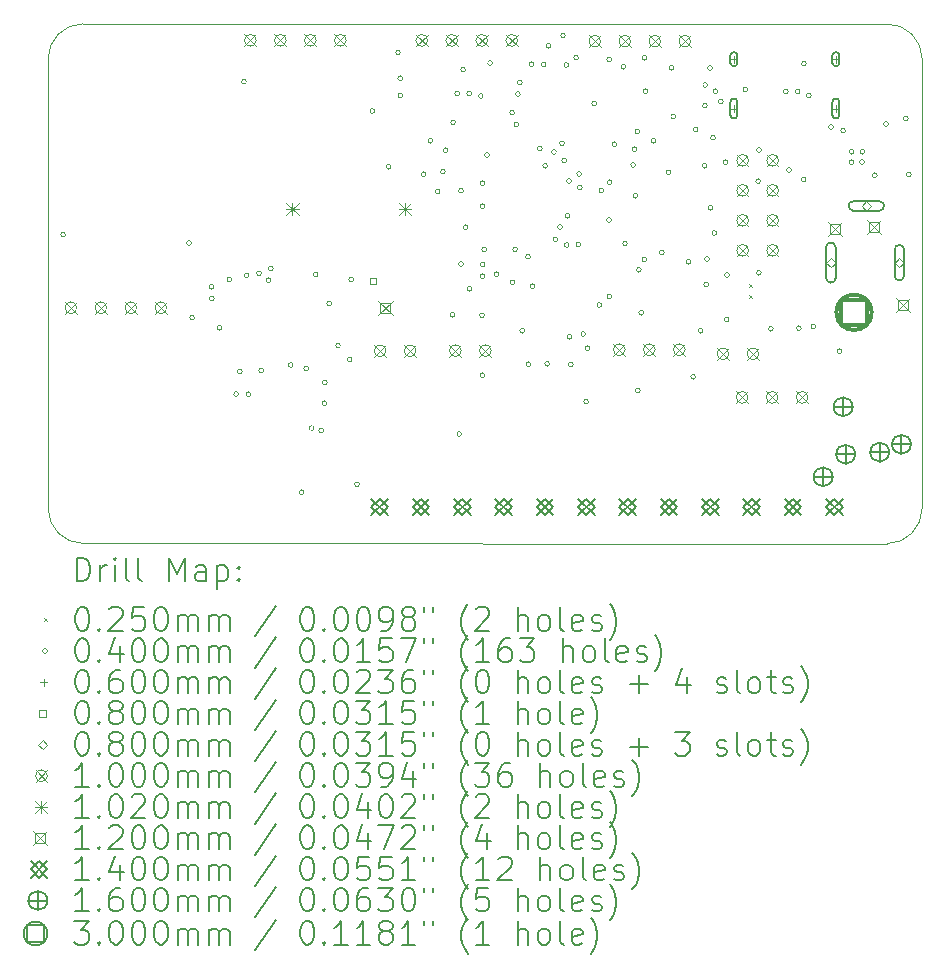
<source format=gbr>
%TF.GenerationSoftware,KiCad,Pcbnew,7.0.2-0*%
%TF.CreationDate,2024-02-25T21:14:01-06:00*%
%TF.ProjectId,spudglo_driver_v7p0,73707564-676c-46f5-9f64-72697665725f,rev?*%
%TF.SameCoordinates,Original*%
%TF.FileFunction,Drillmap*%
%TF.FilePolarity,Positive*%
%FSLAX45Y45*%
G04 Gerber Fmt 4.5, Leading zero omitted, Abs format (unit mm)*
G04 Created by KiCad (PCBNEW 7.0.2-0) date 2024-02-25 21:14:01*
%MOMM*%
%LPD*%
G01*
G04 APERTURE LIST*
%ADD10C,0.100000*%
%ADD11C,0.200000*%
%ADD12C,0.025000*%
%ADD13C,0.040000*%
%ADD14C,0.060000*%
%ADD15C,0.080000*%
%ADD16C,0.102000*%
%ADD17C,0.120000*%
%ADD18C,0.140000*%
%ADD19C,0.160000*%
%ADD20C,0.300000*%
G04 APERTURE END LIST*
D10*
X13958757Y-17796230D02*
G75*
G03*
X14257500Y-17495000I3J298750D01*
G01*
X14257500Y-17495000D02*
X14258728Y-13693743D01*
X14258720Y-13693743D02*
G75*
G03*
X13957500Y-13395000I-298750J3D01*
G01*
X6856620Y-17495376D02*
X6855880Y-13695349D01*
X13957500Y-13395000D02*
X7154624Y-13394120D01*
X6856620Y-17495376D02*
G75*
G03*
X7157849Y-17794119I298750J-4D01*
G01*
X7154624Y-13394120D02*
G75*
G03*
X6855880Y-13695349I0J-298754D01*
G01*
X13958757Y-17796229D02*
X7157849Y-17794120D01*
D11*
D12*
X12790500Y-15594500D02*
X12815500Y-15619500D01*
X12815500Y-15594500D02*
X12790500Y-15619500D01*
X12790500Y-15694500D02*
X12815500Y-15719500D01*
X12815500Y-15694500D02*
X12790500Y-15719500D01*
D13*
X7003999Y-15179000D02*
G75*
G03*
X7003999Y-15179000I-20000J0D01*
G01*
X8070550Y-15251000D02*
G75*
G03*
X8070550Y-15251000I-20000J0D01*
G01*
X8096000Y-15882000D02*
G75*
G03*
X8096000Y-15882000I-20000J0D01*
G01*
X8260450Y-15622000D02*
G75*
G03*
X8260450Y-15622000I-20000J0D01*
G01*
X8263000Y-15721000D02*
G75*
G03*
X8263000Y-15721000I-20000J0D01*
G01*
X8330000Y-15968924D02*
G75*
G03*
X8330000Y-15968924I-20000J0D01*
G01*
X8412000Y-15558000D02*
G75*
G03*
X8412000Y-15558000I-20000J0D01*
G01*
X8470000Y-16529450D02*
G75*
G03*
X8470000Y-16529450I-20000J0D01*
G01*
X8500000Y-16338000D02*
G75*
G03*
X8500000Y-16338000I-20000J0D01*
G01*
X8536000Y-13884000D02*
G75*
G03*
X8536000Y-13884000I-20000J0D01*
G01*
X8558284Y-15523824D02*
G75*
G03*
X8558284Y-15523824I-20000J0D01*
G01*
X8572450Y-16529450D02*
G75*
G03*
X8572450Y-16529450I-20000J0D01*
G01*
X8663084Y-15507035D02*
G75*
G03*
X8663084Y-15507035I-20000J0D01*
G01*
X8681000Y-16330000D02*
G75*
G03*
X8681000Y-16330000I-20000J0D01*
G01*
X8744826Y-15564554D02*
G75*
G03*
X8744826Y-15564554I-20000J0D01*
G01*
X8762042Y-15466098D02*
G75*
G03*
X8762042Y-15466098I-20000J0D01*
G01*
X8931287Y-16283042D02*
G75*
G03*
X8931287Y-16283042I-20000J0D01*
G01*
X9024000Y-17361000D02*
G75*
G03*
X9024000Y-17361000I-20000J0D01*
G01*
X9062000Y-16311950D02*
G75*
G03*
X9062000Y-16311950I-20000J0D01*
G01*
X9109000Y-16817000D02*
G75*
G03*
X9109000Y-16817000I-20000J0D01*
G01*
X9143000Y-15518000D02*
G75*
G03*
X9143000Y-15518000I-20000J0D01*
G01*
X9189500Y-16836500D02*
G75*
G03*
X9189500Y-16836500I-20000J0D01*
G01*
X9216000Y-16607000D02*
G75*
G03*
X9216000Y-16607000I-20000J0D01*
G01*
X9220000Y-16432050D02*
G75*
G03*
X9220000Y-16432050I-20000J0D01*
G01*
X9257000Y-15762000D02*
G75*
G03*
X9257000Y-15762000I-20000J0D01*
G01*
X9332000Y-16119000D02*
G75*
G03*
X9332000Y-16119000I-20000J0D01*
G01*
X9430000Y-16235450D02*
G75*
G03*
X9430000Y-16235450I-20000J0D01*
G01*
X9444000Y-15559000D02*
G75*
G03*
X9444000Y-15559000I-20000J0D01*
G01*
X9492826Y-17292435D02*
G75*
G03*
X9492826Y-17292435I-20000J0D01*
G01*
X9623265Y-14132569D02*
G75*
G03*
X9623265Y-14132569I-20000J0D01*
G01*
X9762000Y-14605450D02*
G75*
G03*
X9762000Y-14605450I-20000J0D01*
G01*
X9840000Y-13638000D02*
G75*
G03*
X9840000Y-13638000I-20000J0D01*
G01*
X9859000Y-13855000D02*
G75*
G03*
X9859000Y-13855000I-20000J0D01*
G01*
X9860000Y-14000000D02*
G75*
G03*
X9860000Y-14000000I-20000J0D01*
G01*
X10057745Y-14667205D02*
G75*
G03*
X10057745Y-14667205I-20000J0D01*
G01*
X10112876Y-14385550D02*
G75*
G03*
X10112876Y-14385550I-20000J0D01*
G01*
X10175124Y-14815265D02*
G75*
G03*
X10175124Y-14815265I-20000J0D01*
G01*
X10220074Y-14646614D02*
G75*
G03*
X10220074Y-14646614I-20000J0D01*
G01*
X10243725Y-14465275D02*
G75*
G03*
X10243725Y-14465275I-20000J0D01*
G01*
X10301000Y-15857000D02*
G75*
G03*
X10301000Y-15857000I-20000J0D01*
G01*
X10306200Y-14228000D02*
G75*
G03*
X10306200Y-14228000I-20000J0D01*
G01*
X10342061Y-13985514D02*
G75*
G03*
X10342061Y-13985514I-20000J0D01*
G01*
X10358311Y-16867311D02*
G75*
G03*
X10358311Y-16867311I-20000J0D01*
G01*
X10372502Y-15427575D02*
G75*
G03*
X10372502Y-15427575I-20000J0D01*
G01*
X10373000Y-14808000D02*
G75*
G03*
X10373000Y-14808000I-20000J0D01*
G01*
X10391000Y-13782550D02*
G75*
G03*
X10391000Y-13782550I-20000J0D01*
G01*
X10413249Y-15115897D02*
G75*
G03*
X10413249Y-15115897I-20000J0D01*
G01*
X10442000Y-13984000D02*
G75*
G03*
X10442000Y-13984000I-20000J0D01*
G01*
X10446000Y-15638000D02*
G75*
G03*
X10446000Y-15638000I-20000J0D01*
G01*
X10541000Y-14006000D02*
G75*
G03*
X10541000Y-14006000I-20000J0D01*
G01*
X10551550Y-15862050D02*
G75*
G03*
X10551550Y-15862050I-20000J0D01*
G01*
X10554000Y-16370000D02*
G75*
G03*
X10554000Y-16370000I-20000J0D01*
G01*
X10555250Y-14939140D02*
G75*
G03*
X10555250Y-14939140I-20000J0D01*
G01*
X10555439Y-15530664D02*
G75*
G03*
X10555439Y-15530664I-20000J0D01*
G01*
X10555550Y-14743800D02*
G75*
G03*
X10555550Y-14743800I-20000J0D01*
G01*
X10557070Y-15430728D02*
G75*
G03*
X10557070Y-15430728I-20000J0D01*
G01*
X10570000Y-15305000D02*
G75*
G03*
X10570000Y-15305000I-20000J0D01*
G01*
X10593378Y-14506031D02*
G75*
G03*
X10593378Y-14506031I-20000J0D01*
G01*
X10620121Y-13726500D02*
G75*
G03*
X10620121Y-13726500I-20000J0D01*
G01*
X10673769Y-15514794D02*
G75*
G03*
X10673769Y-15514794I-20000J0D01*
G01*
X10805666Y-14145429D02*
G75*
G03*
X10805666Y-14145429I-20000J0D01*
G01*
X10809463Y-15584090D02*
G75*
G03*
X10809463Y-15584090I-20000J0D01*
G01*
X10831000Y-15304000D02*
G75*
G03*
X10831000Y-15304000I-20000J0D01*
G01*
X10842799Y-14246201D02*
G75*
G03*
X10842799Y-14246201I-20000J0D01*
G01*
X10854705Y-13989478D02*
G75*
G03*
X10854705Y-13989478I-20000J0D01*
G01*
X10871022Y-13890868D02*
G75*
G03*
X10871022Y-13890868I-20000J0D01*
G01*
X10892000Y-15993000D02*
G75*
G03*
X10892000Y-15993000I-20000J0D01*
G01*
X10941000Y-15367000D02*
G75*
G03*
X10941000Y-15367000I-20000J0D01*
G01*
X10944000Y-16277000D02*
G75*
G03*
X10944000Y-16277000I-20000J0D01*
G01*
X10971000Y-13737000D02*
G75*
G03*
X10971000Y-13737000I-20000J0D01*
G01*
X10978595Y-15614450D02*
G75*
G03*
X10978595Y-15614450I-20000J0D01*
G01*
X11040950Y-14451450D02*
G75*
G03*
X11040950Y-14451450I-20000J0D01*
G01*
X11072910Y-13737550D02*
G75*
G03*
X11072910Y-13737550I-20000J0D01*
G01*
X11085950Y-14596400D02*
G75*
G03*
X11085950Y-14596400I-20000J0D01*
G01*
X11103000Y-16273000D02*
G75*
G03*
X11103000Y-16273000I-20000J0D01*
G01*
X11114591Y-13580050D02*
G75*
G03*
X11114591Y-13580050I-20000J0D01*
G01*
X11159703Y-14478908D02*
G75*
G03*
X11159703Y-14478908I-20000J0D01*
G01*
X11173450Y-15220000D02*
G75*
G03*
X11173450Y-15220000I-20000J0D01*
G01*
X11212000Y-15114000D02*
G75*
G03*
X11212000Y-15114000I-20000J0D01*
G01*
X11228550Y-14406450D02*
G75*
G03*
X11228550Y-14406450I-20000J0D01*
G01*
X11237000Y-13494000D02*
G75*
G03*
X11237000Y-13494000I-20000J0D01*
G01*
X11246311Y-14551358D02*
G75*
G03*
X11246311Y-14551358I-20000J0D01*
G01*
X11264950Y-13743428D02*
G75*
G03*
X11264950Y-13743428I-20000J0D01*
G01*
X11267927Y-15267212D02*
G75*
G03*
X11267927Y-15267212I-20000J0D01*
G01*
X11276216Y-15019815D02*
G75*
G03*
X11276216Y-15019815I-20000J0D01*
G01*
X11288000Y-14724139D02*
G75*
G03*
X11288000Y-14724139I-20000J0D01*
G01*
X11293000Y-16044000D02*
G75*
G03*
X11293000Y-16044000I-20000J0D01*
G01*
X11303000Y-16280000D02*
G75*
G03*
X11303000Y-16280000I-20000J0D01*
G01*
X11347498Y-13680431D02*
G75*
G03*
X11347498Y-13680431I-20000J0D01*
G01*
X11367808Y-15263500D02*
G75*
G03*
X11367808Y-15263500I-20000J0D01*
G01*
X11373613Y-14664992D02*
G75*
G03*
X11373613Y-14664992I-20000J0D01*
G01*
X11380000Y-14781000D02*
G75*
G03*
X11380000Y-14781000I-20000J0D01*
G01*
X11408000Y-16021000D02*
G75*
G03*
X11408000Y-16021000I-20000J0D01*
G01*
X11432000Y-16593000D02*
G75*
G03*
X11432000Y-16593000I-20000J0D01*
G01*
X11444282Y-16140282D02*
G75*
G03*
X11444282Y-16140282I-20000J0D01*
G01*
X11502000Y-14069000D02*
G75*
G03*
X11502000Y-14069000I-20000J0D01*
G01*
X11545000Y-15775000D02*
G75*
G03*
X11545000Y-15775000I-20000J0D01*
G01*
X11562155Y-14805575D02*
G75*
G03*
X11562155Y-14805575I-20000J0D01*
G01*
X11627000Y-13696450D02*
G75*
G03*
X11627000Y-13696450I-20000J0D01*
G01*
X11627000Y-15056000D02*
G75*
G03*
X11627000Y-15056000I-20000J0D01*
G01*
X11630000Y-15702000D02*
G75*
G03*
X11630000Y-15702000I-20000J0D01*
G01*
X11632831Y-14734900D02*
G75*
G03*
X11632831Y-14734900I-20000J0D01*
G01*
X11671000Y-14414000D02*
G75*
G03*
X11671000Y-14414000I-20000J0D01*
G01*
X11748000Y-13758000D02*
G75*
G03*
X11748000Y-13758000I-20000J0D01*
G01*
X11762013Y-15253582D02*
G75*
G03*
X11762013Y-15253582I-20000J0D01*
G01*
X11831000Y-14589050D02*
G75*
G03*
X11831000Y-14589050I-20000J0D01*
G01*
X11841565Y-14455155D02*
G75*
G03*
X11841565Y-14455155I-20000J0D01*
G01*
X11849000Y-14851000D02*
G75*
G03*
X11849000Y-14851000I-20000J0D01*
G01*
X11865979Y-14304578D02*
G75*
G03*
X11865979Y-14304578I-20000J0D01*
G01*
X11871000Y-16498000D02*
G75*
G03*
X11871000Y-16498000I-20000J0D01*
G01*
X11879518Y-15477558D02*
G75*
G03*
X11879518Y-15477558I-20000J0D01*
G01*
X11899000Y-15841000D02*
G75*
G03*
X11899000Y-15841000I-20000J0D01*
G01*
X11925684Y-15388909D02*
G75*
G03*
X11925684Y-15388909I-20000J0D01*
G01*
X11927000Y-13682000D02*
G75*
G03*
X11927000Y-13682000I-20000J0D01*
G01*
X11935360Y-13965706D02*
G75*
G03*
X11935360Y-13965706I-20000J0D01*
G01*
X12003082Y-14385458D02*
G75*
G03*
X12003082Y-14385458I-20000J0D01*
G01*
X12073000Y-15329000D02*
G75*
G03*
X12073000Y-15329000I-20000J0D01*
G01*
X12130916Y-14651850D02*
G75*
G03*
X12130916Y-14651850I-20000J0D01*
G01*
X12155311Y-13767950D02*
G75*
G03*
X12155311Y-13767950I-20000J0D01*
G01*
X12171191Y-14179668D02*
G75*
G03*
X12171191Y-14179668I-20000J0D01*
G01*
X12299000Y-15410000D02*
G75*
G03*
X12299000Y-15410000I-20000J0D01*
G01*
X12339000Y-16383000D02*
G75*
G03*
X12339000Y-16383000I-20000J0D01*
G01*
X12359892Y-14289657D02*
G75*
G03*
X12359892Y-14289657I-20000J0D01*
G01*
X12403000Y-15994000D02*
G75*
G03*
X12403000Y-15994000I-20000J0D01*
G01*
X12436931Y-14596550D02*
G75*
G03*
X12436931Y-14596550I-20000J0D01*
G01*
X12436931Y-14596550D02*
G75*
G03*
X12436931Y-14596550I-20000J0D01*
G01*
X12439000Y-14087000D02*
G75*
G03*
X12439000Y-14087000I-20000J0D01*
G01*
X12440724Y-13912181D02*
G75*
G03*
X12440724Y-13912181I-20000J0D01*
G01*
X12448959Y-15600218D02*
G75*
G03*
X12448959Y-15600218I-20000J0D01*
G01*
X12457126Y-15384881D02*
G75*
G03*
X12457126Y-15384881I-20000J0D01*
G01*
X12482270Y-13767950D02*
G75*
G03*
X12482270Y-13767950I-20000J0D01*
G01*
X12484736Y-14952050D02*
G75*
G03*
X12484736Y-14952050I-20000J0D01*
G01*
X12507000Y-14359550D02*
G75*
G03*
X12507000Y-14359550I-20000J0D01*
G01*
X12519437Y-15165550D02*
G75*
G03*
X12519437Y-15165550I-20000J0D01*
G01*
X12525896Y-13964485D02*
G75*
G03*
X12525896Y-13964485I-20000J0D01*
G01*
X12574163Y-14052008D02*
G75*
G03*
X12574163Y-14052008I-20000J0D01*
G01*
X12613341Y-14566119D02*
G75*
G03*
X12613341Y-14566119I-20000J0D01*
G01*
X12622067Y-15898455D02*
G75*
G03*
X12622067Y-15898455I-20000J0D01*
G01*
X12624494Y-15521435D02*
G75*
G03*
X12624494Y-15521435I-20000J0D01*
G01*
X12781000Y-13950000D02*
G75*
G03*
X12781000Y-13950000I-20000J0D01*
G01*
X12889357Y-14726950D02*
G75*
G03*
X12889357Y-14726950I-20000J0D01*
G01*
X12895000Y-15502950D02*
G75*
G03*
X12895000Y-15502950I-20000J0D01*
G01*
X12895689Y-14463831D02*
G75*
G03*
X12895689Y-14463831I-20000J0D01*
G01*
X12997000Y-15977000D02*
G75*
G03*
X12997000Y-15977000I-20000J0D01*
G01*
X13124086Y-13968700D02*
G75*
G03*
X13124086Y-13968700I-20000J0D01*
G01*
X13150760Y-14633249D02*
G75*
G03*
X13150760Y-14633249I-20000J0D01*
G01*
X13224037Y-13968700D02*
G75*
G03*
X13224037Y-13968700I-20000J0D01*
G01*
X13234000Y-15971200D02*
G75*
G03*
X13234000Y-15971200I-20000J0D01*
G01*
X13275000Y-14714000D02*
G75*
G03*
X13275000Y-14714000I-20000J0D01*
G01*
X13277171Y-13731550D02*
G75*
G03*
X13277171Y-13731550I-20000J0D01*
G01*
X13317869Y-14003130D02*
G75*
G03*
X13317869Y-14003130I-20000J0D01*
G01*
X13357000Y-15956000D02*
G75*
G03*
X13357000Y-15956000I-20000J0D01*
G01*
X13505355Y-14268343D02*
G75*
G03*
X13505355Y-14268343I-20000J0D01*
G01*
X13579000Y-16166000D02*
G75*
G03*
X13579000Y-16166000I-20000J0D01*
G01*
X13608000Y-14298000D02*
G75*
G03*
X13608000Y-14298000I-20000J0D01*
G01*
X13679990Y-14477010D02*
G75*
G03*
X13679990Y-14477010I-20000J0D01*
G01*
X13680000Y-14566000D02*
G75*
G03*
X13680000Y-14566000I-20000J0D01*
G01*
X13768000Y-14564000D02*
G75*
G03*
X13768000Y-14564000I-20000J0D01*
G01*
X13772000Y-14477000D02*
G75*
G03*
X13772000Y-14477000I-20000J0D01*
G01*
X13877000Y-14675970D02*
G75*
G03*
X13877000Y-14675970I-20000J0D01*
G01*
X13971000Y-14243000D02*
G75*
G03*
X13971000Y-14243000I-20000J0D01*
G01*
X14139950Y-14195790D02*
G75*
G03*
X14139950Y-14195790I-20000J0D01*
G01*
X14164000Y-14670000D02*
G75*
G03*
X14164000Y-14670000I-20000J0D01*
G01*
D14*
X12664000Y-13664000D02*
X12664000Y-13724000D01*
X12634000Y-13694000D02*
X12694000Y-13694000D01*
D11*
X12694000Y-13724000D02*
X12694000Y-13664000D01*
X12694000Y-13664000D02*
G75*
G03*
X12634000Y-13664000I-30000J0D01*
G01*
X12634000Y-13664000D02*
X12634000Y-13724000D01*
X12634000Y-13724000D02*
G75*
G03*
X12694000Y-13724000I30000J0D01*
G01*
D14*
X12664000Y-14082000D02*
X12664000Y-14142000D01*
X12634000Y-14112000D02*
X12694000Y-14112000D01*
D11*
X12694000Y-14167000D02*
X12694000Y-14057000D01*
X12694000Y-14057000D02*
G75*
G03*
X12634000Y-14057000I-30000J0D01*
G01*
X12634000Y-14057000D02*
X12634000Y-14167000D01*
X12634000Y-14167000D02*
G75*
G03*
X12694000Y-14167000I30000J0D01*
G01*
D14*
X13528000Y-13664000D02*
X13528000Y-13724000D01*
X13498000Y-13694000D02*
X13558000Y-13694000D01*
D11*
X13558000Y-13724000D02*
X13558000Y-13664000D01*
X13558000Y-13664000D02*
G75*
G03*
X13498000Y-13664000I-30000J0D01*
G01*
X13498000Y-13664000D02*
X13498000Y-13724000D01*
X13498000Y-13724000D02*
G75*
G03*
X13558000Y-13724000I30000J0D01*
G01*
D14*
X13528000Y-14082000D02*
X13528000Y-14142000D01*
X13498000Y-14112000D02*
X13558000Y-14112000D01*
D11*
X13558000Y-14167000D02*
X13558000Y-14057000D01*
X13558000Y-14057000D02*
G75*
G03*
X13498000Y-14057000I-30000J0D01*
G01*
X13498000Y-14057000D02*
X13498000Y-14167000D01*
X13498000Y-14167000D02*
G75*
G03*
X13558000Y-14167000I30000J0D01*
G01*
D15*
X9637285Y-15599284D02*
X9637285Y-15542715D01*
X9580716Y-15542715D01*
X9580716Y-15599284D01*
X9637285Y-15599284D01*
X13485000Y-15456000D02*
X13525000Y-15416000D01*
X13485000Y-15376000D01*
X13445000Y-15416000D01*
X13485000Y-15456000D01*
D11*
X13525000Y-15546000D02*
X13525000Y-15286000D01*
X13525000Y-15286000D02*
G75*
G03*
X13445000Y-15286000I-40000J0D01*
G01*
X13445000Y-15286000D02*
X13445000Y-15546000D01*
X13445000Y-15546000D02*
G75*
G03*
X13525000Y-15546000I40000J0D01*
G01*
D15*
X13785000Y-14976000D02*
X13825000Y-14936000D01*
X13785000Y-14896000D01*
X13745000Y-14936000D01*
X13785000Y-14976000D01*
D11*
X13895000Y-14896000D02*
X13675000Y-14896000D01*
X13675000Y-14896000D02*
G75*
G03*
X13675000Y-14976000I0J-40000D01*
G01*
X13675000Y-14976000D02*
X13895000Y-14976000D01*
X13895000Y-14976000D02*
G75*
G03*
X13895000Y-14896000I0J40000D01*
G01*
D15*
X14065000Y-15456000D02*
X14105000Y-15416000D01*
X14065000Y-15376000D01*
X14025000Y-15416000D01*
X14065000Y-15456000D01*
D11*
X14105000Y-15526000D02*
X14105000Y-15306000D01*
X14105000Y-15306000D02*
G75*
G03*
X14025000Y-15306000I-40000J0D01*
G01*
X14025000Y-15306000D02*
X14025000Y-15526000D01*
X14025000Y-15526000D02*
G75*
G03*
X14105000Y-15526000I40000J0D01*
G01*
D10*
X7000000Y-15748000D02*
X7100000Y-15848000D01*
X7100000Y-15748000D02*
X7000000Y-15848000D01*
X7100000Y-15798000D02*
G75*
G03*
X7100000Y-15798000I-50000J0D01*
G01*
X7254000Y-15748000D02*
X7354000Y-15848000D01*
X7354000Y-15748000D02*
X7254000Y-15848000D01*
X7354000Y-15798000D02*
G75*
G03*
X7354000Y-15798000I-50000J0D01*
G01*
X7508000Y-15748000D02*
X7608000Y-15848000D01*
X7608000Y-15748000D02*
X7508000Y-15848000D01*
X7608000Y-15798000D02*
G75*
G03*
X7608000Y-15798000I-50000J0D01*
G01*
X7762000Y-15748000D02*
X7862000Y-15848000D01*
X7862000Y-15748000D02*
X7762000Y-15848000D01*
X7862000Y-15798000D02*
G75*
G03*
X7862000Y-15798000I-50000J0D01*
G01*
X8520000Y-13484000D02*
X8620000Y-13584000D01*
X8620000Y-13484000D02*
X8520000Y-13584000D01*
X8620000Y-13534000D02*
G75*
G03*
X8620000Y-13534000I-50000J0D01*
G01*
X8774000Y-13484000D02*
X8874000Y-13584000D01*
X8874000Y-13484000D02*
X8774000Y-13584000D01*
X8874000Y-13534000D02*
G75*
G03*
X8874000Y-13534000I-50000J0D01*
G01*
X9028000Y-13484000D02*
X9128000Y-13584000D01*
X9128000Y-13484000D02*
X9028000Y-13584000D01*
X9128000Y-13534000D02*
G75*
G03*
X9128000Y-13534000I-50000J0D01*
G01*
X9282000Y-13484000D02*
X9382000Y-13584000D01*
X9382000Y-13484000D02*
X9282000Y-13584000D01*
X9382000Y-13534000D02*
G75*
G03*
X9382000Y-13534000I-50000J0D01*
G01*
X9619000Y-16113000D02*
X9719000Y-16213000D01*
X9719000Y-16113000D02*
X9619000Y-16213000D01*
X9719000Y-16163000D02*
G75*
G03*
X9719000Y-16163000I-50000J0D01*
G01*
X9873000Y-16113000D02*
X9973000Y-16213000D01*
X9973000Y-16113000D02*
X9873000Y-16213000D01*
X9973000Y-16163000D02*
G75*
G03*
X9973000Y-16163000I-50000J0D01*
G01*
X9971000Y-13485000D02*
X10071000Y-13585000D01*
X10071000Y-13485000D02*
X9971000Y-13585000D01*
X10071000Y-13535000D02*
G75*
G03*
X10071000Y-13535000I-50000J0D01*
G01*
X10225000Y-13485000D02*
X10325000Y-13585000D01*
X10325000Y-13485000D02*
X10225000Y-13585000D01*
X10325000Y-13535000D02*
G75*
G03*
X10325000Y-13535000I-50000J0D01*
G01*
X10256000Y-16112000D02*
X10356000Y-16212000D01*
X10356000Y-16112000D02*
X10256000Y-16212000D01*
X10356000Y-16162000D02*
G75*
G03*
X10356000Y-16162000I-50000J0D01*
G01*
X10479000Y-13485000D02*
X10579000Y-13585000D01*
X10579000Y-13485000D02*
X10479000Y-13585000D01*
X10579000Y-13535000D02*
G75*
G03*
X10579000Y-13535000I-50000J0D01*
G01*
X10510000Y-16112000D02*
X10610000Y-16212000D01*
X10610000Y-16112000D02*
X10510000Y-16212000D01*
X10610000Y-16162000D02*
G75*
G03*
X10610000Y-16162000I-50000J0D01*
G01*
X10733000Y-13485000D02*
X10833000Y-13585000D01*
X10833000Y-13485000D02*
X10733000Y-13585000D01*
X10833000Y-13535000D02*
G75*
G03*
X10833000Y-13535000I-50000J0D01*
G01*
X11436000Y-13491000D02*
X11536000Y-13591000D01*
X11536000Y-13491000D02*
X11436000Y-13591000D01*
X11536000Y-13541000D02*
G75*
G03*
X11536000Y-13541000I-50000J0D01*
G01*
X11643000Y-16104000D02*
X11743000Y-16204000D01*
X11743000Y-16104000D02*
X11643000Y-16204000D01*
X11743000Y-16154000D02*
G75*
G03*
X11743000Y-16154000I-50000J0D01*
G01*
X11690000Y-13491000D02*
X11790000Y-13591000D01*
X11790000Y-13491000D02*
X11690000Y-13591000D01*
X11790000Y-13541000D02*
G75*
G03*
X11790000Y-13541000I-50000J0D01*
G01*
X11897000Y-16104000D02*
X11997000Y-16204000D01*
X11997000Y-16104000D02*
X11897000Y-16204000D01*
X11997000Y-16154000D02*
G75*
G03*
X11997000Y-16154000I-50000J0D01*
G01*
X11944000Y-13491000D02*
X12044000Y-13591000D01*
X12044000Y-13491000D02*
X11944000Y-13591000D01*
X12044000Y-13541000D02*
G75*
G03*
X12044000Y-13541000I-50000J0D01*
G01*
X12151000Y-16104000D02*
X12251000Y-16204000D01*
X12251000Y-16104000D02*
X12151000Y-16204000D01*
X12251000Y-16154000D02*
G75*
G03*
X12251000Y-16154000I-50000J0D01*
G01*
X12198000Y-13491000D02*
X12298000Y-13591000D01*
X12298000Y-13491000D02*
X12198000Y-13591000D01*
X12298000Y-13541000D02*
G75*
G03*
X12298000Y-13541000I-50000J0D01*
G01*
X12521000Y-16138000D02*
X12621000Y-16238000D01*
X12621000Y-16138000D02*
X12521000Y-16238000D01*
X12621000Y-16188000D02*
G75*
G03*
X12621000Y-16188000I-50000J0D01*
G01*
X12683000Y-16507000D02*
X12783000Y-16607000D01*
X12783000Y-16507000D02*
X12683000Y-16607000D01*
X12783000Y-16557000D02*
G75*
G03*
X12783000Y-16557000I-50000J0D01*
G01*
X12687500Y-14501000D02*
X12787500Y-14601000D01*
X12787500Y-14501000D02*
X12687500Y-14601000D01*
X12787500Y-14551000D02*
G75*
G03*
X12787500Y-14551000I-50000J0D01*
G01*
X12687500Y-14755000D02*
X12787500Y-14855000D01*
X12787500Y-14755000D02*
X12687500Y-14855000D01*
X12787500Y-14805000D02*
G75*
G03*
X12787500Y-14805000I-50000J0D01*
G01*
X12687500Y-15009000D02*
X12787500Y-15109000D01*
X12787500Y-15009000D02*
X12687500Y-15109000D01*
X12787500Y-15059000D02*
G75*
G03*
X12787500Y-15059000I-50000J0D01*
G01*
X12687500Y-15263000D02*
X12787500Y-15363000D01*
X12787500Y-15263000D02*
X12687500Y-15363000D01*
X12787500Y-15313000D02*
G75*
G03*
X12787500Y-15313000I-50000J0D01*
G01*
X12775000Y-16138000D02*
X12875000Y-16238000D01*
X12875000Y-16138000D02*
X12775000Y-16238000D01*
X12875000Y-16188000D02*
G75*
G03*
X12875000Y-16188000I-50000J0D01*
G01*
X12937000Y-16507000D02*
X13037000Y-16607000D01*
X13037000Y-16507000D02*
X12937000Y-16607000D01*
X13037000Y-16557000D02*
G75*
G03*
X13037000Y-16557000I-50000J0D01*
G01*
X12941500Y-14501000D02*
X13041500Y-14601000D01*
X13041500Y-14501000D02*
X12941500Y-14601000D01*
X13041500Y-14551000D02*
G75*
G03*
X13041500Y-14551000I-50000J0D01*
G01*
X12941500Y-14755000D02*
X13041500Y-14855000D01*
X13041500Y-14755000D02*
X12941500Y-14855000D01*
X13041500Y-14805000D02*
G75*
G03*
X13041500Y-14805000I-50000J0D01*
G01*
X12941500Y-15009000D02*
X13041500Y-15109000D01*
X13041500Y-15009000D02*
X12941500Y-15109000D01*
X13041500Y-15059000D02*
G75*
G03*
X13041500Y-15059000I-50000J0D01*
G01*
X12941500Y-15263000D02*
X13041500Y-15363000D01*
X13041500Y-15263000D02*
X12941500Y-15363000D01*
X13041500Y-15313000D02*
G75*
G03*
X13041500Y-15313000I-50000J0D01*
G01*
X13191000Y-16507000D02*
X13291000Y-16607000D01*
X13291000Y-16507000D02*
X13191000Y-16607000D01*
X13291000Y-16557000D02*
G75*
G03*
X13291000Y-16557000I-50000J0D01*
G01*
D16*
X8875661Y-14910000D02*
X8977661Y-15012000D01*
X8977661Y-14910000D02*
X8875661Y-15012000D01*
X8926661Y-14910000D02*
X8926661Y-15012000D01*
X8875661Y-14961000D02*
X8977661Y-14961000D01*
X9828661Y-14910000D02*
X9930661Y-15012000D01*
X9930661Y-14910000D02*
X9828661Y-15012000D01*
X9879661Y-14910000D02*
X9879661Y-15012000D01*
X9828661Y-14961000D02*
X9930661Y-14961000D01*
D17*
X9654000Y-15740000D02*
X9774000Y-15860000D01*
X9774000Y-15740000D02*
X9654000Y-15860000D01*
X9756427Y-15842427D02*
X9756427Y-15757573D01*
X9671573Y-15757573D01*
X9671573Y-15842427D01*
X9756427Y-15842427D01*
X13460930Y-15071780D02*
X13580930Y-15191780D01*
X13580930Y-15071780D02*
X13460930Y-15191780D01*
X13563357Y-15174207D02*
X13563357Y-15089353D01*
X13478503Y-15089353D01*
X13478503Y-15174207D01*
X13563357Y-15174207D01*
X13786900Y-15057100D02*
X13906900Y-15177100D01*
X13906900Y-15057100D02*
X13786900Y-15177100D01*
X13889327Y-15159527D02*
X13889327Y-15074673D01*
X13804473Y-15074673D01*
X13804473Y-15159527D01*
X13889327Y-15159527D01*
X14038000Y-15714000D02*
X14158000Y-15834000D01*
X14158000Y-15714000D02*
X14038000Y-15834000D01*
X14140427Y-15816427D02*
X14140427Y-15731573D01*
X14055573Y-15731573D01*
X14055573Y-15816427D01*
X14140427Y-15816427D01*
D18*
X9595000Y-17414000D02*
X9735000Y-17554000D01*
X9735000Y-17414000D02*
X9595000Y-17554000D01*
X9665000Y-17554000D02*
X9735000Y-17484000D01*
X9665000Y-17414000D01*
X9595000Y-17484000D01*
X9665000Y-17554000D01*
X9945000Y-17414000D02*
X10085000Y-17554000D01*
X10085000Y-17414000D02*
X9945000Y-17554000D01*
X10015000Y-17554000D02*
X10085000Y-17484000D01*
X10015000Y-17414000D01*
X9945000Y-17484000D01*
X10015000Y-17554000D01*
X10295000Y-17414000D02*
X10435000Y-17554000D01*
X10435000Y-17414000D02*
X10295000Y-17554000D01*
X10365000Y-17554000D02*
X10435000Y-17484000D01*
X10365000Y-17414000D01*
X10295000Y-17484000D01*
X10365000Y-17554000D01*
X10645000Y-17414000D02*
X10785000Y-17554000D01*
X10785000Y-17414000D02*
X10645000Y-17554000D01*
X10715000Y-17554000D02*
X10785000Y-17484000D01*
X10715000Y-17414000D01*
X10645000Y-17484000D01*
X10715000Y-17554000D01*
X10995000Y-17414000D02*
X11135000Y-17554000D01*
X11135000Y-17414000D02*
X10995000Y-17554000D01*
X11065000Y-17554000D02*
X11135000Y-17484000D01*
X11065000Y-17414000D01*
X10995000Y-17484000D01*
X11065000Y-17554000D01*
X11345000Y-17414000D02*
X11485000Y-17554000D01*
X11485000Y-17414000D02*
X11345000Y-17554000D01*
X11415000Y-17554000D02*
X11485000Y-17484000D01*
X11415000Y-17414000D01*
X11345000Y-17484000D01*
X11415000Y-17554000D01*
X11695000Y-17414000D02*
X11835000Y-17554000D01*
X11835000Y-17414000D02*
X11695000Y-17554000D01*
X11765000Y-17554000D02*
X11835000Y-17484000D01*
X11765000Y-17414000D01*
X11695000Y-17484000D01*
X11765000Y-17554000D01*
X12045000Y-17414000D02*
X12185000Y-17554000D01*
X12185000Y-17414000D02*
X12045000Y-17554000D01*
X12115000Y-17554000D02*
X12185000Y-17484000D01*
X12115000Y-17414000D01*
X12045000Y-17484000D01*
X12115000Y-17554000D01*
X12395000Y-17414000D02*
X12535000Y-17554000D01*
X12535000Y-17414000D02*
X12395000Y-17554000D01*
X12465000Y-17554000D02*
X12535000Y-17484000D01*
X12465000Y-17414000D01*
X12395000Y-17484000D01*
X12465000Y-17554000D01*
X12745000Y-17414000D02*
X12885000Y-17554000D01*
X12885000Y-17414000D02*
X12745000Y-17554000D01*
X12815000Y-17554000D02*
X12885000Y-17484000D01*
X12815000Y-17414000D01*
X12745000Y-17484000D01*
X12815000Y-17554000D01*
X13095000Y-17414000D02*
X13235000Y-17554000D01*
X13235000Y-17414000D02*
X13095000Y-17554000D01*
X13165000Y-17554000D02*
X13235000Y-17484000D01*
X13165000Y-17414000D01*
X13095000Y-17484000D01*
X13165000Y-17554000D01*
X13445000Y-17414000D02*
X13585000Y-17554000D01*
X13585000Y-17414000D02*
X13445000Y-17554000D01*
X13515000Y-17554000D02*
X13585000Y-17484000D01*
X13515000Y-17414000D01*
X13445000Y-17484000D01*
X13515000Y-17554000D01*
D19*
X13419500Y-17149500D02*
X13419500Y-17309500D01*
X13339500Y-17229500D02*
X13499500Y-17229500D01*
X13499500Y-17229500D02*
G75*
G03*
X13499500Y-17229500I-80000J0D01*
G01*
X13589000Y-16557000D02*
X13589000Y-16717000D01*
X13509000Y-16637000D02*
X13669000Y-16637000D01*
X13669000Y-16637000D02*
G75*
G03*
X13669000Y-16637000I-80000J0D01*
G01*
X13610000Y-16959000D02*
X13610000Y-17119000D01*
X13530000Y-17039000D02*
X13690000Y-17039000D01*
X13690000Y-17039000D02*
G75*
G03*
X13690000Y-17039000I-80000J0D01*
G01*
X13898000Y-16941000D02*
X13898000Y-17101000D01*
X13818000Y-17021000D02*
X13978000Y-17021000D01*
X13978000Y-17021000D02*
G75*
G03*
X13978000Y-17021000I-80000J0D01*
G01*
X14082675Y-16874475D02*
X14082675Y-17034475D01*
X14002675Y-16954475D02*
X14162675Y-16954475D01*
X14162675Y-16954475D02*
G75*
G03*
X14162675Y-16954475I-80000J0D01*
G01*
D20*
X13787067Y-15943067D02*
X13787067Y-15730933D01*
X13574933Y-15730933D01*
X13574933Y-15943067D01*
X13787067Y-15943067D01*
X13831000Y-15837000D02*
G75*
G03*
X13831000Y-15837000I-150000J0D01*
G01*
D11*
X7098489Y-18113754D02*
X7098489Y-17913754D01*
X7098489Y-17913754D02*
X7146108Y-17913754D01*
X7146108Y-17913754D02*
X7174680Y-17923278D01*
X7174680Y-17923278D02*
X7193727Y-17942326D01*
X7193727Y-17942326D02*
X7203251Y-17961373D01*
X7203251Y-17961373D02*
X7212775Y-17999468D01*
X7212775Y-17999468D02*
X7212775Y-18028040D01*
X7212775Y-18028040D02*
X7203251Y-18066135D01*
X7203251Y-18066135D02*
X7193727Y-18085183D01*
X7193727Y-18085183D02*
X7174680Y-18104230D01*
X7174680Y-18104230D02*
X7146108Y-18113754D01*
X7146108Y-18113754D02*
X7098489Y-18113754D01*
X7298489Y-18113754D02*
X7298489Y-17980421D01*
X7298489Y-18018516D02*
X7308013Y-17999468D01*
X7308013Y-17999468D02*
X7317537Y-17989945D01*
X7317537Y-17989945D02*
X7336584Y-17980421D01*
X7336584Y-17980421D02*
X7355632Y-17980421D01*
X7422299Y-18113754D02*
X7422299Y-17980421D01*
X7422299Y-17913754D02*
X7412775Y-17923278D01*
X7412775Y-17923278D02*
X7422299Y-17932802D01*
X7422299Y-17932802D02*
X7431823Y-17923278D01*
X7431823Y-17923278D02*
X7422299Y-17913754D01*
X7422299Y-17913754D02*
X7422299Y-17932802D01*
X7546108Y-18113754D02*
X7527061Y-18104230D01*
X7527061Y-18104230D02*
X7517537Y-18085183D01*
X7517537Y-18085183D02*
X7517537Y-17913754D01*
X7650870Y-18113754D02*
X7631823Y-18104230D01*
X7631823Y-18104230D02*
X7622299Y-18085183D01*
X7622299Y-18085183D02*
X7622299Y-17913754D01*
X7879442Y-18113754D02*
X7879442Y-17913754D01*
X7879442Y-17913754D02*
X7946108Y-18056611D01*
X7946108Y-18056611D02*
X8012775Y-17913754D01*
X8012775Y-17913754D02*
X8012775Y-18113754D01*
X8193727Y-18113754D02*
X8193727Y-18008992D01*
X8193727Y-18008992D02*
X8184204Y-17989945D01*
X8184204Y-17989945D02*
X8165156Y-17980421D01*
X8165156Y-17980421D02*
X8127061Y-17980421D01*
X8127061Y-17980421D02*
X8108013Y-17989945D01*
X8193727Y-18104230D02*
X8174680Y-18113754D01*
X8174680Y-18113754D02*
X8127061Y-18113754D01*
X8127061Y-18113754D02*
X8108013Y-18104230D01*
X8108013Y-18104230D02*
X8098489Y-18085183D01*
X8098489Y-18085183D02*
X8098489Y-18066135D01*
X8098489Y-18066135D02*
X8108013Y-18047087D01*
X8108013Y-18047087D02*
X8127061Y-18037564D01*
X8127061Y-18037564D02*
X8174680Y-18037564D01*
X8174680Y-18037564D02*
X8193727Y-18028040D01*
X8288965Y-17980421D02*
X8288965Y-18180421D01*
X8288965Y-17989945D02*
X8308013Y-17980421D01*
X8308013Y-17980421D02*
X8346108Y-17980421D01*
X8346108Y-17980421D02*
X8365156Y-17989945D01*
X8365156Y-17989945D02*
X8374680Y-17999468D01*
X8374680Y-17999468D02*
X8384204Y-18018516D01*
X8384204Y-18018516D02*
X8384204Y-18075659D01*
X8384204Y-18075659D02*
X8374680Y-18094706D01*
X8374680Y-18094706D02*
X8365156Y-18104230D01*
X8365156Y-18104230D02*
X8346108Y-18113754D01*
X8346108Y-18113754D02*
X8308013Y-18113754D01*
X8308013Y-18113754D02*
X8288965Y-18104230D01*
X8469918Y-18094706D02*
X8479442Y-18104230D01*
X8479442Y-18104230D02*
X8469918Y-18113754D01*
X8469918Y-18113754D02*
X8460394Y-18104230D01*
X8460394Y-18104230D02*
X8469918Y-18094706D01*
X8469918Y-18094706D02*
X8469918Y-18113754D01*
X8469918Y-17989945D02*
X8479442Y-17999468D01*
X8479442Y-17999468D02*
X8469918Y-18008992D01*
X8469918Y-18008992D02*
X8460394Y-17999468D01*
X8460394Y-17999468D02*
X8469918Y-17989945D01*
X8469918Y-17989945D02*
X8469918Y-18008992D01*
D12*
X6825870Y-18428730D02*
X6850870Y-18453730D01*
X6850870Y-18428730D02*
X6825870Y-18453730D01*
D11*
X7136584Y-18333754D02*
X7155632Y-18333754D01*
X7155632Y-18333754D02*
X7174680Y-18343278D01*
X7174680Y-18343278D02*
X7184204Y-18352802D01*
X7184204Y-18352802D02*
X7193727Y-18371849D01*
X7193727Y-18371849D02*
X7203251Y-18409945D01*
X7203251Y-18409945D02*
X7203251Y-18457564D01*
X7203251Y-18457564D02*
X7193727Y-18495659D01*
X7193727Y-18495659D02*
X7184204Y-18514706D01*
X7184204Y-18514706D02*
X7174680Y-18524230D01*
X7174680Y-18524230D02*
X7155632Y-18533754D01*
X7155632Y-18533754D02*
X7136584Y-18533754D01*
X7136584Y-18533754D02*
X7117537Y-18524230D01*
X7117537Y-18524230D02*
X7108013Y-18514706D01*
X7108013Y-18514706D02*
X7098489Y-18495659D01*
X7098489Y-18495659D02*
X7088965Y-18457564D01*
X7088965Y-18457564D02*
X7088965Y-18409945D01*
X7088965Y-18409945D02*
X7098489Y-18371849D01*
X7098489Y-18371849D02*
X7108013Y-18352802D01*
X7108013Y-18352802D02*
X7117537Y-18343278D01*
X7117537Y-18343278D02*
X7136584Y-18333754D01*
X7288965Y-18514706D02*
X7298489Y-18524230D01*
X7298489Y-18524230D02*
X7288965Y-18533754D01*
X7288965Y-18533754D02*
X7279442Y-18524230D01*
X7279442Y-18524230D02*
X7288965Y-18514706D01*
X7288965Y-18514706D02*
X7288965Y-18533754D01*
X7374680Y-18352802D02*
X7384204Y-18343278D01*
X7384204Y-18343278D02*
X7403251Y-18333754D01*
X7403251Y-18333754D02*
X7450870Y-18333754D01*
X7450870Y-18333754D02*
X7469918Y-18343278D01*
X7469918Y-18343278D02*
X7479442Y-18352802D01*
X7479442Y-18352802D02*
X7488965Y-18371849D01*
X7488965Y-18371849D02*
X7488965Y-18390897D01*
X7488965Y-18390897D02*
X7479442Y-18419468D01*
X7479442Y-18419468D02*
X7365156Y-18533754D01*
X7365156Y-18533754D02*
X7488965Y-18533754D01*
X7669918Y-18333754D02*
X7574680Y-18333754D01*
X7574680Y-18333754D02*
X7565156Y-18428992D01*
X7565156Y-18428992D02*
X7574680Y-18419468D01*
X7574680Y-18419468D02*
X7593727Y-18409945D01*
X7593727Y-18409945D02*
X7641346Y-18409945D01*
X7641346Y-18409945D02*
X7660394Y-18419468D01*
X7660394Y-18419468D02*
X7669918Y-18428992D01*
X7669918Y-18428992D02*
X7679442Y-18448040D01*
X7679442Y-18448040D02*
X7679442Y-18495659D01*
X7679442Y-18495659D02*
X7669918Y-18514706D01*
X7669918Y-18514706D02*
X7660394Y-18524230D01*
X7660394Y-18524230D02*
X7641346Y-18533754D01*
X7641346Y-18533754D02*
X7593727Y-18533754D01*
X7593727Y-18533754D02*
X7574680Y-18524230D01*
X7574680Y-18524230D02*
X7565156Y-18514706D01*
X7803251Y-18333754D02*
X7822299Y-18333754D01*
X7822299Y-18333754D02*
X7841346Y-18343278D01*
X7841346Y-18343278D02*
X7850870Y-18352802D01*
X7850870Y-18352802D02*
X7860394Y-18371849D01*
X7860394Y-18371849D02*
X7869918Y-18409945D01*
X7869918Y-18409945D02*
X7869918Y-18457564D01*
X7869918Y-18457564D02*
X7860394Y-18495659D01*
X7860394Y-18495659D02*
X7850870Y-18514706D01*
X7850870Y-18514706D02*
X7841346Y-18524230D01*
X7841346Y-18524230D02*
X7822299Y-18533754D01*
X7822299Y-18533754D02*
X7803251Y-18533754D01*
X7803251Y-18533754D02*
X7784204Y-18524230D01*
X7784204Y-18524230D02*
X7774680Y-18514706D01*
X7774680Y-18514706D02*
X7765156Y-18495659D01*
X7765156Y-18495659D02*
X7755632Y-18457564D01*
X7755632Y-18457564D02*
X7755632Y-18409945D01*
X7755632Y-18409945D02*
X7765156Y-18371849D01*
X7765156Y-18371849D02*
X7774680Y-18352802D01*
X7774680Y-18352802D02*
X7784204Y-18343278D01*
X7784204Y-18343278D02*
X7803251Y-18333754D01*
X7955632Y-18533754D02*
X7955632Y-18400421D01*
X7955632Y-18419468D02*
X7965156Y-18409945D01*
X7965156Y-18409945D02*
X7984204Y-18400421D01*
X7984204Y-18400421D02*
X8012775Y-18400421D01*
X8012775Y-18400421D02*
X8031823Y-18409945D01*
X8031823Y-18409945D02*
X8041346Y-18428992D01*
X8041346Y-18428992D02*
X8041346Y-18533754D01*
X8041346Y-18428992D02*
X8050870Y-18409945D01*
X8050870Y-18409945D02*
X8069918Y-18400421D01*
X8069918Y-18400421D02*
X8098489Y-18400421D01*
X8098489Y-18400421D02*
X8117537Y-18409945D01*
X8117537Y-18409945D02*
X8127061Y-18428992D01*
X8127061Y-18428992D02*
X8127061Y-18533754D01*
X8222299Y-18533754D02*
X8222299Y-18400421D01*
X8222299Y-18419468D02*
X8231823Y-18409945D01*
X8231823Y-18409945D02*
X8250870Y-18400421D01*
X8250870Y-18400421D02*
X8279442Y-18400421D01*
X8279442Y-18400421D02*
X8298489Y-18409945D01*
X8298489Y-18409945D02*
X8308013Y-18428992D01*
X8308013Y-18428992D02*
X8308013Y-18533754D01*
X8308013Y-18428992D02*
X8317537Y-18409945D01*
X8317537Y-18409945D02*
X8336585Y-18400421D01*
X8336585Y-18400421D02*
X8365156Y-18400421D01*
X8365156Y-18400421D02*
X8384204Y-18409945D01*
X8384204Y-18409945D02*
X8393728Y-18428992D01*
X8393728Y-18428992D02*
X8393728Y-18533754D01*
X8784204Y-18324230D02*
X8612775Y-18581373D01*
X9041347Y-18333754D02*
X9060394Y-18333754D01*
X9060394Y-18333754D02*
X9079442Y-18343278D01*
X9079442Y-18343278D02*
X9088966Y-18352802D01*
X9088966Y-18352802D02*
X9098490Y-18371849D01*
X9098490Y-18371849D02*
X9108013Y-18409945D01*
X9108013Y-18409945D02*
X9108013Y-18457564D01*
X9108013Y-18457564D02*
X9098490Y-18495659D01*
X9098490Y-18495659D02*
X9088966Y-18514706D01*
X9088966Y-18514706D02*
X9079442Y-18524230D01*
X9079442Y-18524230D02*
X9060394Y-18533754D01*
X9060394Y-18533754D02*
X9041347Y-18533754D01*
X9041347Y-18533754D02*
X9022299Y-18524230D01*
X9022299Y-18524230D02*
X9012775Y-18514706D01*
X9012775Y-18514706D02*
X9003251Y-18495659D01*
X9003251Y-18495659D02*
X8993728Y-18457564D01*
X8993728Y-18457564D02*
X8993728Y-18409945D01*
X8993728Y-18409945D02*
X9003251Y-18371849D01*
X9003251Y-18371849D02*
X9012775Y-18352802D01*
X9012775Y-18352802D02*
X9022299Y-18343278D01*
X9022299Y-18343278D02*
X9041347Y-18333754D01*
X9193728Y-18514706D02*
X9203251Y-18524230D01*
X9203251Y-18524230D02*
X9193728Y-18533754D01*
X9193728Y-18533754D02*
X9184204Y-18524230D01*
X9184204Y-18524230D02*
X9193728Y-18514706D01*
X9193728Y-18514706D02*
X9193728Y-18533754D01*
X9327061Y-18333754D02*
X9346109Y-18333754D01*
X9346109Y-18333754D02*
X9365156Y-18343278D01*
X9365156Y-18343278D02*
X9374680Y-18352802D01*
X9374680Y-18352802D02*
X9384204Y-18371849D01*
X9384204Y-18371849D02*
X9393728Y-18409945D01*
X9393728Y-18409945D02*
X9393728Y-18457564D01*
X9393728Y-18457564D02*
X9384204Y-18495659D01*
X9384204Y-18495659D02*
X9374680Y-18514706D01*
X9374680Y-18514706D02*
X9365156Y-18524230D01*
X9365156Y-18524230D02*
X9346109Y-18533754D01*
X9346109Y-18533754D02*
X9327061Y-18533754D01*
X9327061Y-18533754D02*
X9308013Y-18524230D01*
X9308013Y-18524230D02*
X9298490Y-18514706D01*
X9298490Y-18514706D02*
X9288966Y-18495659D01*
X9288966Y-18495659D02*
X9279442Y-18457564D01*
X9279442Y-18457564D02*
X9279442Y-18409945D01*
X9279442Y-18409945D02*
X9288966Y-18371849D01*
X9288966Y-18371849D02*
X9298490Y-18352802D01*
X9298490Y-18352802D02*
X9308013Y-18343278D01*
X9308013Y-18343278D02*
X9327061Y-18333754D01*
X9517537Y-18333754D02*
X9536585Y-18333754D01*
X9536585Y-18333754D02*
X9555632Y-18343278D01*
X9555632Y-18343278D02*
X9565156Y-18352802D01*
X9565156Y-18352802D02*
X9574680Y-18371849D01*
X9574680Y-18371849D02*
X9584204Y-18409945D01*
X9584204Y-18409945D02*
X9584204Y-18457564D01*
X9584204Y-18457564D02*
X9574680Y-18495659D01*
X9574680Y-18495659D02*
X9565156Y-18514706D01*
X9565156Y-18514706D02*
X9555632Y-18524230D01*
X9555632Y-18524230D02*
X9536585Y-18533754D01*
X9536585Y-18533754D02*
X9517537Y-18533754D01*
X9517537Y-18533754D02*
X9498490Y-18524230D01*
X9498490Y-18524230D02*
X9488966Y-18514706D01*
X9488966Y-18514706D02*
X9479442Y-18495659D01*
X9479442Y-18495659D02*
X9469918Y-18457564D01*
X9469918Y-18457564D02*
X9469918Y-18409945D01*
X9469918Y-18409945D02*
X9479442Y-18371849D01*
X9479442Y-18371849D02*
X9488966Y-18352802D01*
X9488966Y-18352802D02*
X9498490Y-18343278D01*
X9498490Y-18343278D02*
X9517537Y-18333754D01*
X9679442Y-18533754D02*
X9717537Y-18533754D01*
X9717537Y-18533754D02*
X9736585Y-18524230D01*
X9736585Y-18524230D02*
X9746109Y-18514706D01*
X9746109Y-18514706D02*
X9765156Y-18486135D01*
X9765156Y-18486135D02*
X9774680Y-18448040D01*
X9774680Y-18448040D02*
X9774680Y-18371849D01*
X9774680Y-18371849D02*
X9765156Y-18352802D01*
X9765156Y-18352802D02*
X9755632Y-18343278D01*
X9755632Y-18343278D02*
X9736585Y-18333754D01*
X9736585Y-18333754D02*
X9698490Y-18333754D01*
X9698490Y-18333754D02*
X9679442Y-18343278D01*
X9679442Y-18343278D02*
X9669918Y-18352802D01*
X9669918Y-18352802D02*
X9660394Y-18371849D01*
X9660394Y-18371849D02*
X9660394Y-18419468D01*
X9660394Y-18419468D02*
X9669918Y-18438516D01*
X9669918Y-18438516D02*
X9679442Y-18448040D01*
X9679442Y-18448040D02*
X9698490Y-18457564D01*
X9698490Y-18457564D02*
X9736585Y-18457564D01*
X9736585Y-18457564D02*
X9755632Y-18448040D01*
X9755632Y-18448040D02*
X9765156Y-18438516D01*
X9765156Y-18438516D02*
X9774680Y-18419468D01*
X9888966Y-18419468D02*
X9869918Y-18409945D01*
X9869918Y-18409945D02*
X9860394Y-18400421D01*
X9860394Y-18400421D02*
X9850871Y-18381373D01*
X9850871Y-18381373D02*
X9850871Y-18371849D01*
X9850871Y-18371849D02*
X9860394Y-18352802D01*
X9860394Y-18352802D02*
X9869918Y-18343278D01*
X9869918Y-18343278D02*
X9888966Y-18333754D01*
X9888966Y-18333754D02*
X9927061Y-18333754D01*
X9927061Y-18333754D02*
X9946109Y-18343278D01*
X9946109Y-18343278D02*
X9955632Y-18352802D01*
X9955632Y-18352802D02*
X9965156Y-18371849D01*
X9965156Y-18371849D02*
X9965156Y-18381373D01*
X9965156Y-18381373D02*
X9955632Y-18400421D01*
X9955632Y-18400421D02*
X9946109Y-18409945D01*
X9946109Y-18409945D02*
X9927061Y-18419468D01*
X9927061Y-18419468D02*
X9888966Y-18419468D01*
X9888966Y-18419468D02*
X9869918Y-18428992D01*
X9869918Y-18428992D02*
X9860394Y-18438516D01*
X9860394Y-18438516D02*
X9850871Y-18457564D01*
X9850871Y-18457564D02*
X9850871Y-18495659D01*
X9850871Y-18495659D02*
X9860394Y-18514706D01*
X9860394Y-18514706D02*
X9869918Y-18524230D01*
X9869918Y-18524230D02*
X9888966Y-18533754D01*
X9888966Y-18533754D02*
X9927061Y-18533754D01*
X9927061Y-18533754D02*
X9946109Y-18524230D01*
X9946109Y-18524230D02*
X9955632Y-18514706D01*
X9955632Y-18514706D02*
X9965156Y-18495659D01*
X9965156Y-18495659D02*
X9965156Y-18457564D01*
X9965156Y-18457564D02*
X9955632Y-18438516D01*
X9955632Y-18438516D02*
X9946109Y-18428992D01*
X9946109Y-18428992D02*
X9927061Y-18419468D01*
X10041347Y-18333754D02*
X10041347Y-18371849D01*
X10117537Y-18333754D02*
X10117537Y-18371849D01*
X10412775Y-18609945D02*
X10403252Y-18600421D01*
X10403252Y-18600421D02*
X10384204Y-18571849D01*
X10384204Y-18571849D02*
X10374680Y-18552802D01*
X10374680Y-18552802D02*
X10365156Y-18524230D01*
X10365156Y-18524230D02*
X10355633Y-18476611D01*
X10355633Y-18476611D02*
X10355633Y-18438516D01*
X10355633Y-18438516D02*
X10365156Y-18390897D01*
X10365156Y-18390897D02*
X10374680Y-18362326D01*
X10374680Y-18362326D02*
X10384204Y-18343278D01*
X10384204Y-18343278D02*
X10403252Y-18314706D01*
X10403252Y-18314706D02*
X10412775Y-18305183D01*
X10479442Y-18352802D02*
X10488966Y-18343278D01*
X10488966Y-18343278D02*
X10508013Y-18333754D01*
X10508013Y-18333754D02*
X10555633Y-18333754D01*
X10555633Y-18333754D02*
X10574680Y-18343278D01*
X10574680Y-18343278D02*
X10584204Y-18352802D01*
X10584204Y-18352802D02*
X10593728Y-18371849D01*
X10593728Y-18371849D02*
X10593728Y-18390897D01*
X10593728Y-18390897D02*
X10584204Y-18419468D01*
X10584204Y-18419468D02*
X10469918Y-18533754D01*
X10469918Y-18533754D02*
X10593728Y-18533754D01*
X10831823Y-18533754D02*
X10831823Y-18333754D01*
X10917537Y-18533754D02*
X10917537Y-18428992D01*
X10917537Y-18428992D02*
X10908014Y-18409945D01*
X10908014Y-18409945D02*
X10888966Y-18400421D01*
X10888966Y-18400421D02*
X10860394Y-18400421D01*
X10860394Y-18400421D02*
X10841347Y-18409945D01*
X10841347Y-18409945D02*
X10831823Y-18419468D01*
X11041347Y-18533754D02*
X11022299Y-18524230D01*
X11022299Y-18524230D02*
X11012775Y-18514706D01*
X11012775Y-18514706D02*
X11003252Y-18495659D01*
X11003252Y-18495659D02*
X11003252Y-18438516D01*
X11003252Y-18438516D02*
X11012775Y-18419468D01*
X11012775Y-18419468D02*
X11022299Y-18409945D01*
X11022299Y-18409945D02*
X11041347Y-18400421D01*
X11041347Y-18400421D02*
X11069918Y-18400421D01*
X11069918Y-18400421D02*
X11088966Y-18409945D01*
X11088966Y-18409945D02*
X11098490Y-18419468D01*
X11098490Y-18419468D02*
X11108014Y-18438516D01*
X11108014Y-18438516D02*
X11108014Y-18495659D01*
X11108014Y-18495659D02*
X11098490Y-18514706D01*
X11098490Y-18514706D02*
X11088966Y-18524230D01*
X11088966Y-18524230D02*
X11069918Y-18533754D01*
X11069918Y-18533754D02*
X11041347Y-18533754D01*
X11222299Y-18533754D02*
X11203252Y-18524230D01*
X11203252Y-18524230D02*
X11193728Y-18505183D01*
X11193728Y-18505183D02*
X11193728Y-18333754D01*
X11374680Y-18524230D02*
X11355633Y-18533754D01*
X11355633Y-18533754D02*
X11317537Y-18533754D01*
X11317537Y-18533754D02*
X11298490Y-18524230D01*
X11298490Y-18524230D02*
X11288966Y-18505183D01*
X11288966Y-18505183D02*
X11288966Y-18428992D01*
X11288966Y-18428992D02*
X11298490Y-18409945D01*
X11298490Y-18409945D02*
X11317537Y-18400421D01*
X11317537Y-18400421D02*
X11355633Y-18400421D01*
X11355633Y-18400421D02*
X11374680Y-18409945D01*
X11374680Y-18409945D02*
X11384204Y-18428992D01*
X11384204Y-18428992D02*
X11384204Y-18448040D01*
X11384204Y-18448040D02*
X11288966Y-18467087D01*
X11460394Y-18524230D02*
X11479442Y-18533754D01*
X11479442Y-18533754D02*
X11517537Y-18533754D01*
X11517537Y-18533754D02*
X11536585Y-18524230D01*
X11536585Y-18524230D02*
X11546109Y-18505183D01*
X11546109Y-18505183D02*
X11546109Y-18495659D01*
X11546109Y-18495659D02*
X11536585Y-18476611D01*
X11536585Y-18476611D02*
X11517537Y-18467087D01*
X11517537Y-18467087D02*
X11488966Y-18467087D01*
X11488966Y-18467087D02*
X11469918Y-18457564D01*
X11469918Y-18457564D02*
X11460394Y-18438516D01*
X11460394Y-18438516D02*
X11460394Y-18428992D01*
X11460394Y-18428992D02*
X11469918Y-18409945D01*
X11469918Y-18409945D02*
X11488966Y-18400421D01*
X11488966Y-18400421D02*
X11517537Y-18400421D01*
X11517537Y-18400421D02*
X11536585Y-18409945D01*
X11612775Y-18609945D02*
X11622299Y-18600421D01*
X11622299Y-18600421D02*
X11641347Y-18571849D01*
X11641347Y-18571849D02*
X11650871Y-18552802D01*
X11650871Y-18552802D02*
X11660394Y-18524230D01*
X11660394Y-18524230D02*
X11669918Y-18476611D01*
X11669918Y-18476611D02*
X11669918Y-18438516D01*
X11669918Y-18438516D02*
X11660394Y-18390897D01*
X11660394Y-18390897D02*
X11650871Y-18362326D01*
X11650871Y-18362326D02*
X11641347Y-18343278D01*
X11641347Y-18343278D02*
X11622299Y-18314706D01*
X11622299Y-18314706D02*
X11612775Y-18305183D01*
D13*
X6850870Y-18705230D02*
G75*
G03*
X6850870Y-18705230I-20000J0D01*
G01*
D11*
X7136584Y-18597754D02*
X7155632Y-18597754D01*
X7155632Y-18597754D02*
X7174680Y-18607278D01*
X7174680Y-18607278D02*
X7184204Y-18616802D01*
X7184204Y-18616802D02*
X7193727Y-18635849D01*
X7193727Y-18635849D02*
X7203251Y-18673945D01*
X7203251Y-18673945D02*
X7203251Y-18721564D01*
X7203251Y-18721564D02*
X7193727Y-18759659D01*
X7193727Y-18759659D02*
X7184204Y-18778706D01*
X7184204Y-18778706D02*
X7174680Y-18788230D01*
X7174680Y-18788230D02*
X7155632Y-18797754D01*
X7155632Y-18797754D02*
X7136584Y-18797754D01*
X7136584Y-18797754D02*
X7117537Y-18788230D01*
X7117537Y-18788230D02*
X7108013Y-18778706D01*
X7108013Y-18778706D02*
X7098489Y-18759659D01*
X7098489Y-18759659D02*
X7088965Y-18721564D01*
X7088965Y-18721564D02*
X7088965Y-18673945D01*
X7088965Y-18673945D02*
X7098489Y-18635849D01*
X7098489Y-18635849D02*
X7108013Y-18616802D01*
X7108013Y-18616802D02*
X7117537Y-18607278D01*
X7117537Y-18607278D02*
X7136584Y-18597754D01*
X7288965Y-18778706D02*
X7298489Y-18788230D01*
X7298489Y-18788230D02*
X7288965Y-18797754D01*
X7288965Y-18797754D02*
X7279442Y-18788230D01*
X7279442Y-18788230D02*
X7288965Y-18778706D01*
X7288965Y-18778706D02*
X7288965Y-18797754D01*
X7469918Y-18664421D02*
X7469918Y-18797754D01*
X7422299Y-18588230D02*
X7374680Y-18731087D01*
X7374680Y-18731087D02*
X7498489Y-18731087D01*
X7612775Y-18597754D02*
X7631823Y-18597754D01*
X7631823Y-18597754D02*
X7650870Y-18607278D01*
X7650870Y-18607278D02*
X7660394Y-18616802D01*
X7660394Y-18616802D02*
X7669918Y-18635849D01*
X7669918Y-18635849D02*
X7679442Y-18673945D01*
X7679442Y-18673945D02*
X7679442Y-18721564D01*
X7679442Y-18721564D02*
X7669918Y-18759659D01*
X7669918Y-18759659D02*
X7660394Y-18778706D01*
X7660394Y-18778706D02*
X7650870Y-18788230D01*
X7650870Y-18788230D02*
X7631823Y-18797754D01*
X7631823Y-18797754D02*
X7612775Y-18797754D01*
X7612775Y-18797754D02*
X7593727Y-18788230D01*
X7593727Y-18788230D02*
X7584204Y-18778706D01*
X7584204Y-18778706D02*
X7574680Y-18759659D01*
X7574680Y-18759659D02*
X7565156Y-18721564D01*
X7565156Y-18721564D02*
X7565156Y-18673945D01*
X7565156Y-18673945D02*
X7574680Y-18635849D01*
X7574680Y-18635849D02*
X7584204Y-18616802D01*
X7584204Y-18616802D02*
X7593727Y-18607278D01*
X7593727Y-18607278D02*
X7612775Y-18597754D01*
X7803251Y-18597754D02*
X7822299Y-18597754D01*
X7822299Y-18597754D02*
X7841346Y-18607278D01*
X7841346Y-18607278D02*
X7850870Y-18616802D01*
X7850870Y-18616802D02*
X7860394Y-18635849D01*
X7860394Y-18635849D02*
X7869918Y-18673945D01*
X7869918Y-18673945D02*
X7869918Y-18721564D01*
X7869918Y-18721564D02*
X7860394Y-18759659D01*
X7860394Y-18759659D02*
X7850870Y-18778706D01*
X7850870Y-18778706D02*
X7841346Y-18788230D01*
X7841346Y-18788230D02*
X7822299Y-18797754D01*
X7822299Y-18797754D02*
X7803251Y-18797754D01*
X7803251Y-18797754D02*
X7784204Y-18788230D01*
X7784204Y-18788230D02*
X7774680Y-18778706D01*
X7774680Y-18778706D02*
X7765156Y-18759659D01*
X7765156Y-18759659D02*
X7755632Y-18721564D01*
X7755632Y-18721564D02*
X7755632Y-18673945D01*
X7755632Y-18673945D02*
X7765156Y-18635849D01*
X7765156Y-18635849D02*
X7774680Y-18616802D01*
X7774680Y-18616802D02*
X7784204Y-18607278D01*
X7784204Y-18607278D02*
X7803251Y-18597754D01*
X7955632Y-18797754D02*
X7955632Y-18664421D01*
X7955632Y-18683468D02*
X7965156Y-18673945D01*
X7965156Y-18673945D02*
X7984204Y-18664421D01*
X7984204Y-18664421D02*
X8012775Y-18664421D01*
X8012775Y-18664421D02*
X8031823Y-18673945D01*
X8031823Y-18673945D02*
X8041346Y-18692992D01*
X8041346Y-18692992D02*
X8041346Y-18797754D01*
X8041346Y-18692992D02*
X8050870Y-18673945D01*
X8050870Y-18673945D02*
X8069918Y-18664421D01*
X8069918Y-18664421D02*
X8098489Y-18664421D01*
X8098489Y-18664421D02*
X8117537Y-18673945D01*
X8117537Y-18673945D02*
X8127061Y-18692992D01*
X8127061Y-18692992D02*
X8127061Y-18797754D01*
X8222299Y-18797754D02*
X8222299Y-18664421D01*
X8222299Y-18683468D02*
X8231823Y-18673945D01*
X8231823Y-18673945D02*
X8250870Y-18664421D01*
X8250870Y-18664421D02*
X8279442Y-18664421D01*
X8279442Y-18664421D02*
X8298489Y-18673945D01*
X8298489Y-18673945D02*
X8308013Y-18692992D01*
X8308013Y-18692992D02*
X8308013Y-18797754D01*
X8308013Y-18692992D02*
X8317537Y-18673945D01*
X8317537Y-18673945D02*
X8336585Y-18664421D01*
X8336585Y-18664421D02*
X8365156Y-18664421D01*
X8365156Y-18664421D02*
X8384204Y-18673945D01*
X8384204Y-18673945D02*
X8393728Y-18692992D01*
X8393728Y-18692992D02*
X8393728Y-18797754D01*
X8784204Y-18588230D02*
X8612775Y-18845373D01*
X9041347Y-18597754D02*
X9060394Y-18597754D01*
X9060394Y-18597754D02*
X9079442Y-18607278D01*
X9079442Y-18607278D02*
X9088966Y-18616802D01*
X9088966Y-18616802D02*
X9098490Y-18635849D01*
X9098490Y-18635849D02*
X9108013Y-18673945D01*
X9108013Y-18673945D02*
X9108013Y-18721564D01*
X9108013Y-18721564D02*
X9098490Y-18759659D01*
X9098490Y-18759659D02*
X9088966Y-18778706D01*
X9088966Y-18778706D02*
X9079442Y-18788230D01*
X9079442Y-18788230D02*
X9060394Y-18797754D01*
X9060394Y-18797754D02*
X9041347Y-18797754D01*
X9041347Y-18797754D02*
X9022299Y-18788230D01*
X9022299Y-18788230D02*
X9012775Y-18778706D01*
X9012775Y-18778706D02*
X9003251Y-18759659D01*
X9003251Y-18759659D02*
X8993728Y-18721564D01*
X8993728Y-18721564D02*
X8993728Y-18673945D01*
X8993728Y-18673945D02*
X9003251Y-18635849D01*
X9003251Y-18635849D02*
X9012775Y-18616802D01*
X9012775Y-18616802D02*
X9022299Y-18607278D01*
X9022299Y-18607278D02*
X9041347Y-18597754D01*
X9193728Y-18778706D02*
X9203251Y-18788230D01*
X9203251Y-18788230D02*
X9193728Y-18797754D01*
X9193728Y-18797754D02*
X9184204Y-18788230D01*
X9184204Y-18788230D02*
X9193728Y-18778706D01*
X9193728Y-18778706D02*
X9193728Y-18797754D01*
X9327061Y-18597754D02*
X9346109Y-18597754D01*
X9346109Y-18597754D02*
X9365156Y-18607278D01*
X9365156Y-18607278D02*
X9374680Y-18616802D01*
X9374680Y-18616802D02*
X9384204Y-18635849D01*
X9384204Y-18635849D02*
X9393728Y-18673945D01*
X9393728Y-18673945D02*
X9393728Y-18721564D01*
X9393728Y-18721564D02*
X9384204Y-18759659D01*
X9384204Y-18759659D02*
X9374680Y-18778706D01*
X9374680Y-18778706D02*
X9365156Y-18788230D01*
X9365156Y-18788230D02*
X9346109Y-18797754D01*
X9346109Y-18797754D02*
X9327061Y-18797754D01*
X9327061Y-18797754D02*
X9308013Y-18788230D01*
X9308013Y-18788230D02*
X9298490Y-18778706D01*
X9298490Y-18778706D02*
X9288966Y-18759659D01*
X9288966Y-18759659D02*
X9279442Y-18721564D01*
X9279442Y-18721564D02*
X9279442Y-18673945D01*
X9279442Y-18673945D02*
X9288966Y-18635849D01*
X9288966Y-18635849D02*
X9298490Y-18616802D01*
X9298490Y-18616802D02*
X9308013Y-18607278D01*
X9308013Y-18607278D02*
X9327061Y-18597754D01*
X9584204Y-18797754D02*
X9469918Y-18797754D01*
X9527061Y-18797754D02*
X9527061Y-18597754D01*
X9527061Y-18597754D02*
X9508013Y-18626326D01*
X9508013Y-18626326D02*
X9488966Y-18645373D01*
X9488966Y-18645373D02*
X9469918Y-18654897D01*
X9765156Y-18597754D02*
X9669918Y-18597754D01*
X9669918Y-18597754D02*
X9660394Y-18692992D01*
X9660394Y-18692992D02*
X9669918Y-18683468D01*
X9669918Y-18683468D02*
X9688966Y-18673945D01*
X9688966Y-18673945D02*
X9736585Y-18673945D01*
X9736585Y-18673945D02*
X9755632Y-18683468D01*
X9755632Y-18683468D02*
X9765156Y-18692992D01*
X9765156Y-18692992D02*
X9774680Y-18712040D01*
X9774680Y-18712040D02*
X9774680Y-18759659D01*
X9774680Y-18759659D02*
X9765156Y-18778706D01*
X9765156Y-18778706D02*
X9755632Y-18788230D01*
X9755632Y-18788230D02*
X9736585Y-18797754D01*
X9736585Y-18797754D02*
X9688966Y-18797754D01*
X9688966Y-18797754D02*
X9669918Y-18788230D01*
X9669918Y-18788230D02*
X9660394Y-18778706D01*
X9841347Y-18597754D02*
X9974680Y-18597754D01*
X9974680Y-18597754D02*
X9888966Y-18797754D01*
X10041347Y-18597754D02*
X10041347Y-18635849D01*
X10117537Y-18597754D02*
X10117537Y-18635849D01*
X10412775Y-18873945D02*
X10403252Y-18864421D01*
X10403252Y-18864421D02*
X10384204Y-18835849D01*
X10384204Y-18835849D02*
X10374680Y-18816802D01*
X10374680Y-18816802D02*
X10365156Y-18788230D01*
X10365156Y-18788230D02*
X10355633Y-18740611D01*
X10355633Y-18740611D02*
X10355633Y-18702516D01*
X10355633Y-18702516D02*
X10365156Y-18654897D01*
X10365156Y-18654897D02*
X10374680Y-18626326D01*
X10374680Y-18626326D02*
X10384204Y-18607278D01*
X10384204Y-18607278D02*
X10403252Y-18578706D01*
X10403252Y-18578706D02*
X10412775Y-18569183D01*
X10593728Y-18797754D02*
X10479442Y-18797754D01*
X10536585Y-18797754D02*
X10536585Y-18597754D01*
X10536585Y-18597754D02*
X10517537Y-18626326D01*
X10517537Y-18626326D02*
X10498490Y-18645373D01*
X10498490Y-18645373D02*
X10479442Y-18654897D01*
X10765156Y-18597754D02*
X10727061Y-18597754D01*
X10727061Y-18597754D02*
X10708013Y-18607278D01*
X10708013Y-18607278D02*
X10698490Y-18616802D01*
X10698490Y-18616802D02*
X10679442Y-18645373D01*
X10679442Y-18645373D02*
X10669918Y-18683468D01*
X10669918Y-18683468D02*
X10669918Y-18759659D01*
X10669918Y-18759659D02*
X10679442Y-18778706D01*
X10679442Y-18778706D02*
X10688966Y-18788230D01*
X10688966Y-18788230D02*
X10708013Y-18797754D01*
X10708013Y-18797754D02*
X10746109Y-18797754D01*
X10746109Y-18797754D02*
X10765156Y-18788230D01*
X10765156Y-18788230D02*
X10774680Y-18778706D01*
X10774680Y-18778706D02*
X10784204Y-18759659D01*
X10784204Y-18759659D02*
X10784204Y-18712040D01*
X10784204Y-18712040D02*
X10774680Y-18692992D01*
X10774680Y-18692992D02*
X10765156Y-18683468D01*
X10765156Y-18683468D02*
X10746109Y-18673945D01*
X10746109Y-18673945D02*
X10708013Y-18673945D01*
X10708013Y-18673945D02*
X10688966Y-18683468D01*
X10688966Y-18683468D02*
X10679442Y-18692992D01*
X10679442Y-18692992D02*
X10669918Y-18712040D01*
X10850871Y-18597754D02*
X10974680Y-18597754D01*
X10974680Y-18597754D02*
X10908013Y-18673945D01*
X10908013Y-18673945D02*
X10936585Y-18673945D01*
X10936585Y-18673945D02*
X10955633Y-18683468D01*
X10955633Y-18683468D02*
X10965156Y-18692992D01*
X10965156Y-18692992D02*
X10974680Y-18712040D01*
X10974680Y-18712040D02*
X10974680Y-18759659D01*
X10974680Y-18759659D02*
X10965156Y-18778706D01*
X10965156Y-18778706D02*
X10955633Y-18788230D01*
X10955633Y-18788230D02*
X10936585Y-18797754D01*
X10936585Y-18797754D02*
X10879442Y-18797754D01*
X10879442Y-18797754D02*
X10860394Y-18788230D01*
X10860394Y-18788230D02*
X10850871Y-18778706D01*
X11212775Y-18797754D02*
X11212775Y-18597754D01*
X11298490Y-18797754D02*
X11298490Y-18692992D01*
X11298490Y-18692992D02*
X11288966Y-18673945D01*
X11288966Y-18673945D02*
X11269918Y-18664421D01*
X11269918Y-18664421D02*
X11241347Y-18664421D01*
X11241347Y-18664421D02*
X11222299Y-18673945D01*
X11222299Y-18673945D02*
X11212775Y-18683468D01*
X11422299Y-18797754D02*
X11403252Y-18788230D01*
X11403252Y-18788230D02*
X11393728Y-18778706D01*
X11393728Y-18778706D02*
X11384204Y-18759659D01*
X11384204Y-18759659D02*
X11384204Y-18702516D01*
X11384204Y-18702516D02*
X11393728Y-18683468D01*
X11393728Y-18683468D02*
X11403252Y-18673945D01*
X11403252Y-18673945D02*
X11422299Y-18664421D01*
X11422299Y-18664421D02*
X11450871Y-18664421D01*
X11450871Y-18664421D02*
X11469918Y-18673945D01*
X11469918Y-18673945D02*
X11479442Y-18683468D01*
X11479442Y-18683468D02*
X11488966Y-18702516D01*
X11488966Y-18702516D02*
X11488966Y-18759659D01*
X11488966Y-18759659D02*
X11479442Y-18778706D01*
X11479442Y-18778706D02*
X11469918Y-18788230D01*
X11469918Y-18788230D02*
X11450871Y-18797754D01*
X11450871Y-18797754D02*
X11422299Y-18797754D01*
X11603252Y-18797754D02*
X11584204Y-18788230D01*
X11584204Y-18788230D02*
X11574680Y-18769183D01*
X11574680Y-18769183D02*
X11574680Y-18597754D01*
X11755633Y-18788230D02*
X11736585Y-18797754D01*
X11736585Y-18797754D02*
X11698490Y-18797754D01*
X11698490Y-18797754D02*
X11679442Y-18788230D01*
X11679442Y-18788230D02*
X11669918Y-18769183D01*
X11669918Y-18769183D02*
X11669918Y-18692992D01*
X11669918Y-18692992D02*
X11679442Y-18673945D01*
X11679442Y-18673945D02*
X11698490Y-18664421D01*
X11698490Y-18664421D02*
X11736585Y-18664421D01*
X11736585Y-18664421D02*
X11755633Y-18673945D01*
X11755633Y-18673945D02*
X11765156Y-18692992D01*
X11765156Y-18692992D02*
X11765156Y-18712040D01*
X11765156Y-18712040D02*
X11669918Y-18731087D01*
X11841347Y-18788230D02*
X11860394Y-18797754D01*
X11860394Y-18797754D02*
X11898490Y-18797754D01*
X11898490Y-18797754D02*
X11917537Y-18788230D01*
X11917537Y-18788230D02*
X11927061Y-18769183D01*
X11927061Y-18769183D02*
X11927061Y-18759659D01*
X11927061Y-18759659D02*
X11917537Y-18740611D01*
X11917537Y-18740611D02*
X11898490Y-18731087D01*
X11898490Y-18731087D02*
X11869918Y-18731087D01*
X11869918Y-18731087D02*
X11850871Y-18721564D01*
X11850871Y-18721564D02*
X11841347Y-18702516D01*
X11841347Y-18702516D02*
X11841347Y-18692992D01*
X11841347Y-18692992D02*
X11850871Y-18673945D01*
X11850871Y-18673945D02*
X11869918Y-18664421D01*
X11869918Y-18664421D02*
X11898490Y-18664421D01*
X11898490Y-18664421D02*
X11917537Y-18673945D01*
X11993728Y-18873945D02*
X12003252Y-18864421D01*
X12003252Y-18864421D02*
X12022299Y-18835849D01*
X12022299Y-18835849D02*
X12031823Y-18816802D01*
X12031823Y-18816802D02*
X12041347Y-18788230D01*
X12041347Y-18788230D02*
X12050871Y-18740611D01*
X12050871Y-18740611D02*
X12050871Y-18702516D01*
X12050871Y-18702516D02*
X12041347Y-18654897D01*
X12041347Y-18654897D02*
X12031823Y-18626326D01*
X12031823Y-18626326D02*
X12022299Y-18607278D01*
X12022299Y-18607278D02*
X12003252Y-18578706D01*
X12003252Y-18578706D02*
X11993728Y-18569183D01*
D14*
X6820870Y-18939230D02*
X6820870Y-18999230D01*
X6790870Y-18969230D02*
X6850870Y-18969230D01*
D11*
X7136584Y-18861754D02*
X7155632Y-18861754D01*
X7155632Y-18861754D02*
X7174680Y-18871278D01*
X7174680Y-18871278D02*
X7184204Y-18880802D01*
X7184204Y-18880802D02*
X7193727Y-18899849D01*
X7193727Y-18899849D02*
X7203251Y-18937945D01*
X7203251Y-18937945D02*
X7203251Y-18985564D01*
X7203251Y-18985564D02*
X7193727Y-19023659D01*
X7193727Y-19023659D02*
X7184204Y-19042706D01*
X7184204Y-19042706D02*
X7174680Y-19052230D01*
X7174680Y-19052230D02*
X7155632Y-19061754D01*
X7155632Y-19061754D02*
X7136584Y-19061754D01*
X7136584Y-19061754D02*
X7117537Y-19052230D01*
X7117537Y-19052230D02*
X7108013Y-19042706D01*
X7108013Y-19042706D02*
X7098489Y-19023659D01*
X7098489Y-19023659D02*
X7088965Y-18985564D01*
X7088965Y-18985564D02*
X7088965Y-18937945D01*
X7088965Y-18937945D02*
X7098489Y-18899849D01*
X7098489Y-18899849D02*
X7108013Y-18880802D01*
X7108013Y-18880802D02*
X7117537Y-18871278D01*
X7117537Y-18871278D02*
X7136584Y-18861754D01*
X7288965Y-19042706D02*
X7298489Y-19052230D01*
X7298489Y-19052230D02*
X7288965Y-19061754D01*
X7288965Y-19061754D02*
X7279442Y-19052230D01*
X7279442Y-19052230D02*
X7288965Y-19042706D01*
X7288965Y-19042706D02*
X7288965Y-19061754D01*
X7469918Y-18861754D02*
X7431823Y-18861754D01*
X7431823Y-18861754D02*
X7412775Y-18871278D01*
X7412775Y-18871278D02*
X7403251Y-18880802D01*
X7403251Y-18880802D02*
X7384204Y-18909373D01*
X7384204Y-18909373D02*
X7374680Y-18947468D01*
X7374680Y-18947468D02*
X7374680Y-19023659D01*
X7374680Y-19023659D02*
X7384204Y-19042706D01*
X7384204Y-19042706D02*
X7393727Y-19052230D01*
X7393727Y-19052230D02*
X7412775Y-19061754D01*
X7412775Y-19061754D02*
X7450870Y-19061754D01*
X7450870Y-19061754D02*
X7469918Y-19052230D01*
X7469918Y-19052230D02*
X7479442Y-19042706D01*
X7479442Y-19042706D02*
X7488965Y-19023659D01*
X7488965Y-19023659D02*
X7488965Y-18976040D01*
X7488965Y-18976040D02*
X7479442Y-18956992D01*
X7479442Y-18956992D02*
X7469918Y-18947468D01*
X7469918Y-18947468D02*
X7450870Y-18937945D01*
X7450870Y-18937945D02*
X7412775Y-18937945D01*
X7412775Y-18937945D02*
X7393727Y-18947468D01*
X7393727Y-18947468D02*
X7384204Y-18956992D01*
X7384204Y-18956992D02*
X7374680Y-18976040D01*
X7612775Y-18861754D02*
X7631823Y-18861754D01*
X7631823Y-18861754D02*
X7650870Y-18871278D01*
X7650870Y-18871278D02*
X7660394Y-18880802D01*
X7660394Y-18880802D02*
X7669918Y-18899849D01*
X7669918Y-18899849D02*
X7679442Y-18937945D01*
X7679442Y-18937945D02*
X7679442Y-18985564D01*
X7679442Y-18985564D02*
X7669918Y-19023659D01*
X7669918Y-19023659D02*
X7660394Y-19042706D01*
X7660394Y-19042706D02*
X7650870Y-19052230D01*
X7650870Y-19052230D02*
X7631823Y-19061754D01*
X7631823Y-19061754D02*
X7612775Y-19061754D01*
X7612775Y-19061754D02*
X7593727Y-19052230D01*
X7593727Y-19052230D02*
X7584204Y-19042706D01*
X7584204Y-19042706D02*
X7574680Y-19023659D01*
X7574680Y-19023659D02*
X7565156Y-18985564D01*
X7565156Y-18985564D02*
X7565156Y-18937945D01*
X7565156Y-18937945D02*
X7574680Y-18899849D01*
X7574680Y-18899849D02*
X7584204Y-18880802D01*
X7584204Y-18880802D02*
X7593727Y-18871278D01*
X7593727Y-18871278D02*
X7612775Y-18861754D01*
X7803251Y-18861754D02*
X7822299Y-18861754D01*
X7822299Y-18861754D02*
X7841346Y-18871278D01*
X7841346Y-18871278D02*
X7850870Y-18880802D01*
X7850870Y-18880802D02*
X7860394Y-18899849D01*
X7860394Y-18899849D02*
X7869918Y-18937945D01*
X7869918Y-18937945D02*
X7869918Y-18985564D01*
X7869918Y-18985564D02*
X7860394Y-19023659D01*
X7860394Y-19023659D02*
X7850870Y-19042706D01*
X7850870Y-19042706D02*
X7841346Y-19052230D01*
X7841346Y-19052230D02*
X7822299Y-19061754D01*
X7822299Y-19061754D02*
X7803251Y-19061754D01*
X7803251Y-19061754D02*
X7784204Y-19052230D01*
X7784204Y-19052230D02*
X7774680Y-19042706D01*
X7774680Y-19042706D02*
X7765156Y-19023659D01*
X7765156Y-19023659D02*
X7755632Y-18985564D01*
X7755632Y-18985564D02*
X7755632Y-18937945D01*
X7755632Y-18937945D02*
X7765156Y-18899849D01*
X7765156Y-18899849D02*
X7774680Y-18880802D01*
X7774680Y-18880802D02*
X7784204Y-18871278D01*
X7784204Y-18871278D02*
X7803251Y-18861754D01*
X7955632Y-19061754D02*
X7955632Y-18928421D01*
X7955632Y-18947468D02*
X7965156Y-18937945D01*
X7965156Y-18937945D02*
X7984204Y-18928421D01*
X7984204Y-18928421D02*
X8012775Y-18928421D01*
X8012775Y-18928421D02*
X8031823Y-18937945D01*
X8031823Y-18937945D02*
X8041346Y-18956992D01*
X8041346Y-18956992D02*
X8041346Y-19061754D01*
X8041346Y-18956992D02*
X8050870Y-18937945D01*
X8050870Y-18937945D02*
X8069918Y-18928421D01*
X8069918Y-18928421D02*
X8098489Y-18928421D01*
X8098489Y-18928421D02*
X8117537Y-18937945D01*
X8117537Y-18937945D02*
X8127061Y-18956992D01*
X8127061Y-18956992D02*
X8127061Y-19061754D01*
X8222299Y-19061754D02*
X8222299Y-18928421D01*
X8222299Y-18947468D02*
X8231823Y-18937945D01*
X8231823Y-18937945D02*
X8250870Y-18928421D01*
X8250870Y-18928421D02*
X8279442Y-18928421D01*
X8279442Y-18928421D02*
X8298489Y-18937945D01*
X8298489Y-18937945D02*
X8308013Y-18956992D01*
X8308013Y-18956992D02*
X8308013Y-19061754D01*
X8308013Y-18956992D02*
X8317537Y-18937945D01*
X8317537Y-18937945D02*
X8336585Y-18928421D01*
X8336585Y-18928421D02*
X8365156Y-18928421D01*
X8365156Y-18928421D02*
X8384204Y-18937945D01*
X8384204Y-18937945D02*
X8393728Y-18956992D01*
X8393728Y-18956992D02*
X8393728Y-19061754D01*
X8784204Y-18852230D02*
X8612775Y-19109373D01*
X9041347Y-18861754D02*
X9060394Y-18861754D01*
X9060394Y-18861754D02*
X9079442Y-18871278D01*
X9079442Y-18871278D02*
X9088966Y-18880802D01*
X9088966Y-18880802D02*
X9098490Y-18899849D01*
X9098490Y-18899849D02*
X9108013Y-18937945D01*
X9108013Y-18937945D02*
X9108013Y-18985564D01*
X9108013Y-18985564D02*
X9098490Y-19023659D01*
X9098490Y-19023659D02*
X9088966Y-19042706D01*
X9088966Y-19042706D02*
X9079442Y-19052230D01*
X9079442Y-19052230D02*
X9060394Y-19061754D01*
X9060394Y-19061754D02*
X9041347Y-19061754D01*
X9041347Y-19061754D02*
X9022299Y-19052230D01*
X9022299Y-19052230D02*
X9012775Y-19042706D01*
X9012775Y-19042706D02*
X9003251Y-19023659D01*
X9003251Y-19023659D02*
X8993728Y-18985564D01*
X8993728Y-18985564D02*
X8993728Y-18937945D01*
X8993728Y-18937945D02*
X9003251Y-18899849D01*
X9003251Y-18899849D02*
X9012775Y-18880802D01*
X9012775Y-18880802D02*
X9022299Y-18871278D01*
X9022299Y-18871278D02*
X9041347Y-18861754D01*
X9193728Y-19042706D02*
X9203251Y-19052230D01*
X9203251Y-19052230D02*
X9193728Y-19061754D01*
X9193728Y-19061754D02*
X9184204Y-19052230D01*
X9184204Y-19052230D02*
X9193728Y-19042706D01*
X9193728Y-19042706D02*
X9193728Y-19061754D01*
X9327061Y-18861754D02*
X9346109Y-18861754D01*
X9346109Y-18861754D02*
X9365156Y-18871278D01*
X9365156Y-18871278D02*
X9374680Y-18880802D01*
X9374680Y-18880802D02*
X9384204Y-18899849D01*
X9384204Y-18899849D02*
X9393728Y-18937945D01*
X9393728Y-18937945D02*
X9393728Y-18985564D01*
X9393728Y-18985564D02*
X9384204Y-19023659D01*
X9384204Y-19023659D02*
X9374680Y-19042706D01*
X9374680Y-19042706D02*
X9365156Y-19052230D01*
X9365156Y-19052230D02*
X9346109Y-19061754D01*
X9346109Y-19061754D02*
X9327061Y-19061754D01*
X9327061Y-19061754D02*
X9308013Y-19052230D01*
X9308013Y-19052230D02*
X9298490Y-19042706D01*
X9298490Y-19042706D02*
X9288966Y-19023659D01*
X9288966Y-19023659D02*
X9279442Y-18985564D01*
X9279442Y-18985564D02*
X9279442Y-18937945D01*
X9279442Y-18937945D02*
X9288966Y-18899849D01*
X9288966Y-18899849D02*
X9298490Y-18880802D01*
X9298490Y-18880802D02*
X9308013Y-18871278D01*
X9308013Y-18871278D02*
X9327061Y-18861754D01*
X9469918Y-18880802D02*
X9479442Y-18871278D01*
X9479442Y-18871278D02*
X9498490Y-18861754D01*
X9498490Y-18861754D02*
X9546109Y-18861754D01*
X9546109Y-18861754D02*
X9565156Y-18871278D01*
X9565156Y-18871278D02*
X9574680Y-18880802D01*
X9574680Y-18880802D02*
X9584204Y-18899849D01*
X9584204Y-18899849D02*
X9584204Y-18918897D01*
X9584204Y-18918897D02*
X9574680Y-18947468D01*
X9574680Y-18947468D02*
X9460394Y-19061754D01*
X9460394Y-19061754D02*
X9584204Y-19061754D01*
X9650871Y-18861754D02*
X9774680Y-18861754D01*
X9774680Y-18861754D02*
X9708013Y-18937945D01*
X9708013Y-18937945D02*
X9736585Y-18937945D01*
X9736585Y-18937945D02*
X9755632Y-18947468D01*
X9755632Y-18947468D02*
X9765156Y-18956992D01*
X9765156Y-18956992D02*
X9774680Y-18976040D01*
X9774680Y-18976040D02*
X9774680Y-19023659D01*
X9774680Y-19023659D02*
X9765156Y-19042706D01*
X9765156Y-19042706D02*
X9755632Y-19052230D01*
X9755632Y-19052230D02*
X9736585Y-19061754D01*
X9736585Y-19061754D02*
X9679442Y-19061754D01*
X9679442Y-19061754D02*
X9660394Y-19052230D01*
X9660394Y-19052230D02*
X9650871Y-19042706D01*
X9946109Y-18861754D02*
X9908013Y-18861754D01*
X9908013Y-18861754D02*
X9888966Y-18871278D01*
X9888966Y-18871278D02*
X9879442Y-18880802D01*
X9879442Y-18880802D02*
X9860394Y-18909373D01*
X9860394Y-18909373D02*
X9850871Y-18947468D01*
X9850871Y-18947468D02*
X9850871Y-19023659D01*
X9850871Y-19023659D02*
X9860394Y-19042706D01*
X9860394Y-19042706D02*
X9869918Y-19052230D01*
X9869918Y-19052230D02*
X9888966Y-19061754D01*
X9888966Y-19061754D02*
X9927061Y-19061754D01*
X9927061Y-19061754D02*
X9946109Y-19052230D01*
X9946109Y-19052230D02*
X9955632Y-19042706D01*
X9955632Y-19042706D02*
X9965156Y-19023659D01*
X9965156Y-19023659D02*
X9965156Y-18976040D01*
X9965156Y-18976040D02*
X9955632Y-18956992D01*
X9955632Y-18956992D02*
X9946109Y-18947468D01*
X9946109Y-18947468D02*
X9927061Y-18937945D01*
X9927061Y-18937945D02*
X9888966Y-18937945D01*
X9888966Y-18937945D02*
X9869918Y-18947468D01*
X9869918Y-18947468D02*
X9860394Y-18956992D01*
X9860394Y-18956992D02*
X9850871Y-18976040D01*
X10041347Y-18861754D02*
X10041347Y-18899849D01*
X10117537Y-18861754D02*
X10117537Y-18899849D01*
X10412775Y-19137945D02*
X10403252Y-19128421D01*
X10403252Y-19128421D02*
X10384204Y-19099849D01*
X10384204Y-19099849D02*
X10374680Y-19080802D01*
X10374680Y-19080802D02*
X10365156Y-19052230D01*
X10365156Y-19052230D02*
X10355633Y-19004611D01*
X10355633Y-19004611D02*
X10355633Y-18966516D01*
X10355633Y-18966516D02*
X10365156Y-18918897D01*
X10365156Y-18918897D02*
X10374680Y-18890326D01*
X10374680Y-18890326D02*
X10384204Y-18871278D01*
X10384204Y-18871278D02*
X10403252Y-18842706D01*
X10403252Y-18842706D02*
X10412775Y-18833183D01*
X10527061Y-18861754D02*
X10546109Y-18861754D01*
X10546109Y-18861754D02*
X10565156Y-18871278D01*
X10565156Y-18871278D02*
X10574680Y-18880802D01*
X10574680Y-18880802D02*
X10584204Y-18899849D01*
X10584204Y-18899849D02*
X10593728Y-18937945D01*
X10593728Y-18937945D02*
X10593728Y-18985564D01*
X10593728Y-18985564D02*
X10584204Y-19023659D01*
X10584204Y-19023659D02*
X10574680Y-19042706D01*
X10574680Y-19042706D02*
X10565156Y-19052230D01*
X10565156Y-19052230D02*
X10546109Y-19061754D01*
X10546109Y-19061754D02*
X10527061Y-19061754D01*
X10527061Y-19061754D02*
X10508013Y-19052230D01*
X10508013Y-19052230D02*
X10498490Y-19042706D01*
X10498490Y-19042706D02*
X10488966Y-19023659D01*
X10488966Y-19023659D02*
X10479442Y-18985564D01*
X10479442Y-18985564D02*
X10479442Y-18937945D01*
X10479442Y-18937945D02*
X10488966Y-18899849D01*
X10488966Y-18899849D02*
X10498490Y-18880802D01*
X10498490Y-18880802D02*
X10508013Y-18871278D01*
X10508013Y-18871278D02*
X10527061Y-18861754D01*
X10831823Y-19061754D02*
X10831823Y-18861754D01*
X10917537Y-19061754D02*
X10917537Y-18956992D01*
X10917537Y-18956992D02*
X10908014Y-18937945D01*
X10908014Y-18937945D02*
X10888966Y-18928421D01*
X10888966Y-18928421D02*
X10860394Y-18928421D01*
X10860394Y-18928421D02*
X10841347Y-18937945D01*
X10841347Y-18937945D02*
X10831823Y-18947468D01*
X11041347Y-19061754D02*
X11022299Y-19052230D01*
X11022299Y-19052230D02*
X11012775Y-19042706D01*
X11012775Y-19042706D02*
X11003252Y-19023659D01*
X11003252Y-19023659D02*
X11003252Y-18966516D01*
X11003252Y-18966516D02*
X11012775Y-18947468D01*
X11012775Y-18947468D02*
X11022299Y-18937945D01*
X11022299Y-18937945D02*
X11041347Y-18928421D01*
X11041347Y-18928421D02*
X11069918Y-18928421D01*
X11069918Y-18928421D02*
X11088966Y-18937945D01*
X11088966Y-18937945D02*
X11098490Y-18947468D01*
X11098490Y-18947468D02*
X11108014Y-18966516D01*
X11108014Y-18966516D02*
X11108014Y-19023659D01*
X11108014Y-19023659D02*
X11098490Y-19042706D01*
X11098490Y-19042706D02*
X11088966Y-19052230D01*
X11088966Y-19052230D02*
X11069918Y-19061754D01*
X11069918Y-19061754D02*
X11041347Y-19061754D01*
X11222299Y-19061754D02*
X11203252Y-19052230D01*
X11203252Y-19052230D02*
X11193728Y-19033183D01*
X11193728Y-19033183D02*
X11193728Y-18861754D01*
X11374680Y-19052230D02*
X11355633Y-19061754D01*
X11355633Y-19061754D02*
X11317537Y-19061754D01*
X11317537Y-19061754D02*
X11298490Y-19052230D01*
X11298490Y-19052230D02*
X11288966Y-19033183D01*
X11288966Y-19033183D02*
X11288966Y-18956992D01*
X11288966Y-18956992D02*
X11298490Y-18937945D01*
X11298490Y-18937945D02*
X11317537Y-18928421D01*
X11317537Y-18928421D02*
X11355633Y-18928421D01*
X11355633Y-18928421D02*
X11374680Y-18937945D01*
X11374680Y-18937945D02*
X11384204Y-18956992D01*
X11384204Y-18956992D02*
X11384204Y-18976040D01*
X11384204Y-18976040D02*
X11288966Y-18995087D01*
X11460394Y-19052230D02*
X11479442Y-19061754D01*
X11479442Y-19061754D02*
X11517537Y-19061754D01*
X11517537Y-19061754D02*
X11536585Y-19052230D01*
X11536585Y-19052230D02*
X11546109Y-19033183D01*
X11546109Y-19033183D02*
X11546109Y-19023659D01*
X11546109Y-19023659D02*
X11536585Y-19004611D01*
X11536585Y-19004611D02*
X11517537Y-18995087D01*
X11517537Y-18995087D02*
X11488966Y-18995087D01*
X11488966Y-18995087D02*
X11469918Y-18985564D01*
X11469918Y-18985564D02*
X11460394Y-18966516D01*
X11460394Y-18966516D02*
X11460394Y-18956992D01*
X11460394Y-18956992D02*
X11469918Y-18937945D01*
X11469918Y-18937945D02*
X11488966Y-18928421D01*
X11488966Y-18928421D02*
X11517537Y-18928421D01*
X11517537Y-18928421D02*
X11536585Y-18937945D01*
X11784204Y-18985564D02*
X11936585Y-18985564D01*
X11860395Y-19061754D02*
X11860395Y-18909373D01*
X12269918Y-18928421D02*
X12269918Y-19061754D01*
X12222299Y-18852230D02*
X12174680Y-18995087D01*
X12174680Y-18995087D02*
X12298490Y-18995087D01*
X12517537Y-19052230D02*
X12536585Y-19061754D01*
X12536585Y-19061754D02*
X12574680Y-19061754D01*
X12574680Y-19061754D02*
X12593728Y-19052230D01*
X12593728Y-19052230D02*
X12603252Y-19033183D01*
X12603252Y-19033183D02*
X12603252Y-19023659D01*
X12603252Y-19023659D02*
X12593728Y-19004611D01*
X12593728Y-19004611D02*
X12574680Y-18995087D01*
X12574680Y-18995087D02*
X12546109Y-18995087D01*
X12546109Y-18995087D02*
X12527061Y-18985564D01*
X12527061Y-18985564D02*
X12517537Y-18966516D01*
X12517537Y-18966516D02*
X12517537Y-18956992D01*
X12517537Y-18956992D02*
X12527061Y-18937945D01*
X12527061Y-18937945D02*
X12546109Y-18928421D01*
X12546109Y-18928421D02*
X12574680Y-18928421D01*
X12574680Y-18928421D02*
X12593728Y-18937945D01*
X12717537Y-19061754D02*
X12698490Y-19052230D01*
X12698490Y-19052230D02*
X12688966Y-19033183D01*
X12688966Y-19033183D02*
X12688966Y-18861754D01*
X12822299Y-19061754D02*
X12803252Y-19052230D01*
X12803252Y-19052230D02*
X12793728Y-19042706D01*
X12793728Y-19042706D02*
X12784204Y-19023659D01*
X12784204Y-19023659D02*
X12784204Y-18966516D01*
X12784204Y-18966516D02*
X12793728Y-18947468D01*
X12793728Y-18947468D02*
X12803252Y-18937945D01*
X12803252Y-18937945D02*
X12822299Y-18928421D01*
X12822299Y-18928421D02*
X12850871Y-18928421D01*
X12850871Y-18928421D02*
X12869918Y-18937945D01*
X12869918Y-18937945D02*
X12879442Y-18947468D01*
X12879442Y-18947468D02*
X12888966Y-18966516D01*
X12888966Y-18966516D02*
X12888966Y-19023659D01*
X12888966Y-19023659D02*
X12879442Y-19042706D01*
X12879442Y-19042706D02*
X12869918Y-19052230D01*
X12869918Y-19052230D02*
X12850871Y-19061754D01*
X12850871Y-19061754D02*
X12822299Y-19061754D01*
X12946109Y-18928421D02*
X13022299Y-18928421D01*
X12974680Y-18861754D02*
X12974680Y-19033183D01*
X12974680Y-19033183D02*
X12984204Y-19052230D01*
X12984204Y-19052230D02*
X13003252Y-19061754D01*
X13003252Y-19061754D02*
X13022299Y-19061754D01*
X13079442Y-19052230D02*
X13098490Y-19061754D01*
X13098490Y-19061754D02*
X13136585Y-19061754D01*
X13136585Y-19061754D02*
X13155633Y-19052230D01*
X13155633Y-19052230D02*
X13165157Y-19033183D01*
X13165157Y-19033183D02*
X13165157Y-19023659D01*
X13165157Y-19023659D02*
X13155633Y-19004611D01*
X13155633Y-19004611D02*
X13136585Y-18995087D01*
X13136585Y-18995087D02*
X13108014Y-18995087D01*
X13108014Y-18995087D02*
X13088966Y-18985564D01*
X13088966Y-18985564D02*
X13079442Y-18966516D01*
X13079442Y-18966516D02*
X13079442Y-18956992D01*
X13079442Y-18956992D02*
X13088966Y-18937945D01*
X13088966Y-18937945D02*
X13108014Y-18928421D01*
X13108014Y-18928421D02*
X13136585Y-18928421D01*
X13136585Y-18928421D02*
X13155633Y-18937945D01*
X13231823Y-19137945D02*
X13241347Y-19128421D01*
X13241347Y-19128421D02*
X13260395Y-19099849D01*
X13260395Y-19099849D02*
X13269918Y-19080802D01*
X13269918Y-19080802D02*
X13279442Y-19052230D01*
X13279442Y-19052230D02*
X13288966Y-19004611D01*
X13288966Y-19004611D02*
X13288966Y-18966516D01*
X13288966Y-18966516D02*
X13279442Y-18918897D01*
X13279442Y-18918897D02*
X13269918Y-18890326D01*
X13269918Y-18890326D02*
X13260395Y-18871278D01*
X13260395Y-18871278D02*
X13241347Y-18842706D01*
X13241347Y-18842706D02*
X13231823Y-18833183D01*
D15*
X6839155Y-19261515D02*
X6839155Y-19204946D01*
X6782586Y-19204946D01*
X6782586Y-19261515D01*
X6839155Y-19261515D01*
D11*
X7136584Y-19125754D02*
X7155632Y-19125754D01*
X7155632Y-19125754D02*
X7174680Y-19135278D01*
X7174680Y-19135278D02*
X7184204Y-19144802D01*
X7184204Y-19144802D02*
X7193727Y-19163849D01*
X7193727Y-19163849D02*
X7203251Y-19201945D01*
X7203251Y-19201945D02*
X7203251Y-19249564D01*
X7203251Y-19249564D02*
X7193727Y-19287659D01*
X7193727Y-19287659D02*
X7184204Y-19306706D01*
X7184204Y-19306706D02*
X7174680Y-19316230D01*
X7174680Y-19316230D02*
X7155632Y-19325754D01*
X7155632Y-19325754D02*
X7136584Y-19325754D01*
X7136584Y-19325754D02*
X7117537Y-19316230D01*
X7117537Y-19316230D02*
X7108013Y-19306706D01*
X7108013Y-19306706D02*
X7098489Y-19287659D01*
X7098489Y-19287659D02*
X7088965Y-19249564D01*
X7088965Y-19249564D02*
X7088965Y-19201945D01*
X7088965Y-19201945D02*
X7098489Y-19163849D01*
X7098489Y-19163849D02*
X7108013Y-19144802D01*
X7108013Y-19144802D02*
X7117537Y-19135278D01*
X7117537Y-19135278D02*
X7136584Y-19125754D01*
X7288965Y-19306706D02*
X7298489Y-19316230D01*
X7298489Y-19316230D02*
X7288965Y-19325754D01*
X7288965Y-19325754D02*
X7279442Y-19316230D01*
X7279442Y-19316230D02*
X7288965Y-19306706D01*
X7288965Y-19306706D02*
X7288965Y-19325754D01*
X7412775Y-19211468D02*
X7393727Y-19201945D01*
X7393727Y-19201945D02*
X7384204Y-19192421D01*
X7384204Y-19192421D02*
X7374680Y-19173373D01*
X7374680Y-19173373D02*
X7374680Y-19163849D01*
X7374680Y-19163849D02*
X7384204Y-19144802D01*
X7384204Y-19144802D02*
X7393727Y-19135278D01*
X7393727Y-19135278D02*
X7412775Y-19125754D01*
X7412775Y-19125754D02*
X7450870Y-19125754D01*
X7450870Y-19125754D02*
X7469918Y-19135278D01*
X7469918Y-19135278D02*
X7479442Y-19144802D01*
X7479442Y-19144802D02*
X7488965Y-19163849D01*
X7488965Y-19163849D02*
X7488965Y-19173373D01*
X7488965Y-19173373D02*
X7479442Y-19192421D01*
X7479442Y-19192421D02*
X7469918Y-19201945D01*
X7469918Y-19201945D02*
X7450870Y-19211468D01*
X7450870Y-19211468D02*
X7412775Y-19211468D01*
X7412775Y-19211468D02*
X7393727Y-19220992D01*
X7393727Y-19220992D02*
X7384204Y-19230516D01*
X7384204Y-19230516D02*
X7374680Y-19249564D01*
X7374680Y-19249564D02*
X7374680Y-19287659D01*
X7374680Y-19287659D02*
X7384204Y-19306706D01*
X7384204Y-19306706D02*
X7393727Y-19316230D01*
X7393727Y-19316230D02*
X7412775Y-19325754D01*
X7412775Y-19325754D02*
X7450870Y-19325754D01*
X7450870Y-19325754D02*
X7469918Y-19316230D01*
X7469918Y-19316230D02*
X7479442Y-19306706D01*
X7479442Y-19306706D02*
X7488965Y-19287659D01*
X7488965Y-19287659D02*
X7488965Y-19249564D01*
X7488965Y-19249564D02*
X7479442Y-19230516D01*
X7479442Y-19230516D02*
X7469918Y-19220992D01*
X7469918Y-19220992D02*
X7450870Y-19211468D01*
X7612775Y-19125754D02*
X7631823Y-19125754D01*
X7631823Y-19125754D02*
X7650870Y-19135278D01*
X7650870Y-19135278D02*
X7660394Y-19144802D01*
X7660394Y-19144802D02*
X7669918Y-19163849D01*
X7669918Y-19163849D02*
X7679442Y-19201945D01*
X7679442Y-19201945D02*
X7679442Y-19249564D01*
X7679442Y-19249564D02*
X7669918Y-19287659D01*
X7669918Y-19287659D02*
X7660394Y-19306706D01*
X7660394Y-19306706D02*
X7650870Y-19316230D01*
X7650870Y-19316230D02*
X7631823Y-19325754D01*
X7631823Y-19325754D02*
X7612775Y-19325754D01*
X7612775Y-19325754D02*
X7593727Y-19316230D01*
X7593727Y-19316230D02*
X7584204Y-19306706D01*
X7584204Y-19306706D02*
X7574680Y-19287659D01*
X7574680Y-19287659D02*
X7565156Y-19249564D01*
X7565156Y-19249564D02*
X7565156Y-19201945D01*
X7565156Y-19201945D02*
X7574680Y-19163849D01*
X7574680Y-19163849D02*
X7584204Y-19144802D01*
X7584204Y-19144802D02*
X7593727Y-19135278D01*
X7593727Y-19135278D02*
X7612775Y-19125754D01*
X7803251Y-19125754D02*
X7822299Y-19125754D01*
X7822299Y-19125754D02*
X7841346Y-19135278D01*
X7841346Y-19135278D02*
X7850870Y-19144802D01*
X7850870Y-19144802D02*
X7860394Y-19163849D01*
X7860394Y-19163849D02*
X7869918Y-19201945D01*
X7869918Y-19201945D02*
X7869918Y-19249564D01*
X7869918Y-19249564D02*
X7860394Y-19287659D01*
X7860394Y-19287659D02*
X7850870Y-19306706D01*
X7850870Y-19306706D02*
X7841346Y-19316230D01*
X7841346Y-19316230D02*
X7822299Y-19325754D01*
X7822299Y-19325754D02*
X7803251Y-19325754D01*
X7803251Y-19325754D02*
X7784204Y-19316230D01*
X7784204Y-19316230D02*
X7774680Y-19306706D01*
X7774680Y-19306706D02*
X7765156Y-19287659D01*
X7765156Y-19287659D02*
X7755632Y-19249564D01*
X7755632Y-19249564D02*
X7755632Y-19201945D01*
X7755632Y-19201945D02*
X7765156Y-19163849D01*
X7765156Y-19163849D02*
X7774680Y-19144802D01*
X7774680Y-19144802D02*
X7784204Y-19135278D01*
X7784204Y-19135278D02*
X7803251Y-19125754D01*
X7955632Y-19325754D02*
X7955632Y-19192421D01*
X7955632Y-19211468D02*
X7965156Y-19201945D01*
X7965156Y-19201945D02*
X7984204Y-19192421D01*
X7984204Y-19192421D02*
X8012775Y-19192421D01*
X8012775Y-19192421D02*
X8031823Y-19201945D01*
X8031823Y-19201945D02*
X8041346Y-19220992D01*
X8041346Y-19220992D02*
X8041346Y-19325754D01*
X8041346Y-19220992D02*
X8050870Y-19201945D01*
X8050870Y-19201945D02*
X8069918Y-19192421D01*
X8069918Y-19192421D02*
X8098489Y-19192421D01*
X8098489Y-19192421D02*
X8117537Y-19201945D01*
X8117537Y-19201945D02*
X8127061Y-19220992D01*
X8127061Y-19220992D02*
X8127061Y-19325754D01*
X8222299Y-19325754D02*
X8222299Y-19192421D01*
X8222299Y-19211468D02*
X8231823Y-19201945D01*
X8231823Y-19201945D02*
X8250870Y-19192421D01*
X8250870Y-19192421D02*
X8279442Y-19192421D01*
X8279442Y-19192421D02*
X8298489Y-19201945D01*
X8298489Y-19201945D02*
X8308013Y-19220992D01*
X8308013Y-19220992D02*
X8308013Y-19325754D01*
X8308013Y-19220992D02*
X8317537Y-19201945D01*
X8317537Y-19201945D02*
X8336585Y-19192421D01*
X8336585Y-19192421D02*
X8365156Y-19192421D01*
X8365156Y-19192421D02*
X8384204Y-19201945D01*
X8384204Y-19201945D02*
X8393728Y-19220992D01*
X8393728Y-19220992D02*
X8393728Y-19325754D01*
X8784204Y-19116230D02*
X8612775Y-19373373D01*
X9041347Y-19125754D02*
X9060394Y-19125754D01*
X9060394Y-19125754D02*
X9079442Y-19135278D01*
X9079442Y-19135278D02*
X9088966Y-19144802D01*
X9088966Y-19144802D02*
X9098490Y-19163849D01*
X9098490Y-19163849D02*
X9108013Y-19201945D01*
X9108013Y-19201945D02*
X9108013Y-19249564D01*
X9108013Y-19249564D02*
X9098490Y-19287659D01*
X9098490Y-19287659D02*
X9088966Y-19306706D01*
X9088966Y-19306706D02*
X9079442Y-19316230D01*
X9079442Y-19316230D02*
X9060394Y-19325754D01*
X9060394Y-19325754D02*
X9041347Y-19325754D01*
X9041347Y-19325754D02*
X9022299Y-19316230D01*
X9022299Y-19316230D02*
X9012775Y-19306706D01*
X9012775Y-19306706D02*
X9003251Y-19287659D01*
X9003251Y-19287659D02*
X8993728Y-19249564D01*
X8993728Y-19249564D02*
X8993728Y-19201945D01*
X8993728Y-19201945D02*
X9003251Y-19163849D01*
X9003251Y-19163849D02*
X9012775Y-19144802D01*
X9012775Y-19144802D02*
X9022299Y-19135278D01*
X9022299Y-19135278D02*
X9041347Y-19125754D01*
X9193728Y-19306706D02*
X9203251Y-19316230D01*
X9203251Y-19316230D02*
X9193728Y-19325754D01*
X9193728Y-19325754D02*
X9184204Y-19316230D01*
X9184204Y-19316230D02*
X9193728Y-19306706D01*
X9193728Y-19306706D02*
X9193728Y-19325754D01*
X9327061Y-19125754D02*
X9346109Y-19125754D01*
X9346109Y-19125754D02*
X9365156Y-19135278D01*
X9365156Y-19135278D02*
X9374680Y-19144802D01*
X9374680Y-19144802D02*
X9384204Y-19163849D01*
X9384204Y-19163849D02*
X9393728Y-19201945D01*
X9393728Y-19201945D02*
X9393728Y-19249564D01*
X9393728Y-19249564D02*
X9384204Y-19287659D01*
X9384204Y-19287659D02*
X9374680Y-19306706D01*
X9374680Y-19306706D02*
X9365156Y-19316230D01*
X9365156Y-19316230D02*
X9346109Y-19325754D01*
X9346109Y-19325754D02*
X9327061Y-19325754D01*
X9327061Y-19325754D02*
X9308013Y-19316230D01*
X9308013Y-19316230D02*
X9298490Y-19306706D01*
X9298490Y-19306706D02*
X9288966Y-19287659D01*
X9288966Y-19287659D02*
X9279442Y-19249564D01*
X9279442Y-19249564D02*
X9279442Y-19201945D01*
X9279442Y-19201945D02*
X9288966Y-19163849D01*
X9288966Y-19163849D02*
X9298490Y-19144802D01*
X9298490Y-19144802D02*
X9308013Y-19135278D01*
X9308013Y-19135278D02*
X9327061Y-19125754D01*
X9460394Y-19125754D02*
X9584204Y-19125754D01*
X9584204Y-19125754D02*
X9517537Y-19201945D01*
X9517537Y-19201945D02*
X9546109Y-19201945D01*
X9546109Y-19201945D02*
X9565156Y-19211468D01*
X9565156Y-19211468D02*
X9574680Y-19220992D01*
X9574680Y-19220992D02*
X9584204Y-19240040D01*
X9584204Y-19240040D02*
X9584204Y-19287659D01*
X9584204Y-19287659D02*
X9574680Y-19306706D01*
X9574680Y-19306706D02*
X9565156Y-19316230D01*
X9565156Y-19316230D02*
X9546109Y-19325754D01*
X9546109Y-19325754D02*
X9488966Y-19325754D01*
X9488966Y-19325754D02*
X9469918Y-19316230D01*
X9469918Y-19316230D02*
X9460394Y-19306706D01*
X9774680Y-19325754D02*
X9660394Y-19325754D01*
X9717537Y-19325754D02*
X9717537Y-19125754D01*
X9717537Y-19125754D02*
X9698490Y-19154326D01*
X9698490Y-19154326D02*
X9679442Y-19173373D01*
X9679442Y-19173373D02*
X9660394Y-19182897D01*
X9955632Y-19125754D02*
X9860394Y-19125754D01*
X9860394Y-19125754D02*
X9850871Y-19220992D01*
X9850871Y-19220992D02*
X9860394Y-19211468D01*
X9860394Y-19211468D02*
X9879442Y-19201945D01*
X9879442Y-19201945D02*
X9927061Y-19201945D01*
X9927061Y-19201945D02*
X9946109Y-19211468D01*
X9946109Y-19211468D02*
X9955632Y-19220992D01*
X9955632Y-19220992D02*
X9965156Y-19240040D01*
X9965156Y-19240040D02*
X9965156Y-19287659D01*
X9965156Y-19287659D02*
X9955632Y-19306706D01*
X9955632Y-19306706D02*
X9946109Y-19316230D01*
X9946109Y-19316230D02*
X9927061Y-19325754D01*
X9927061Y-19325754D02*
X9879442Y-19325754D01*
X9879442Y-19325754D02*
X9860394Y-19316230D01*
X9860394Y-19316230D02*
X9850871Y-19306706D01*
X10041347Y-19125754D02*
X10041347Y-19163849D01*
X10117537Y-19125754D02*
X10117537Y-19163849D01*
X10412775Y-19401945D02*
X10403252Y-19392421D01*
X10403252Y-19392421D02*
X10384204Y-19363849D01*
X10384204Y-19363849D02*
X10374680Y-19344802D01*
X10374680Y-19344802D02*
X10365156Y-19316230D01*
X10365156Y-19316230D02*
X10355633Y-19268611D01*
X10355633Y-19268611D02*
X10355633Y-19230516D01*
X10355633Y-19230516D02*
X10365156Y-19182897D01*
X10365156Y-19182897D02*
X10374680Y-19154326D01*
X10374680Y-19154326D02*
X10384204Y-19135278D01*
X10384204Y-19135278D02*
X10403252Y-19106706D01*
X10403252Y-19106706D02*
X10412775Y-19097183D01*
X10593728Y-19325754D02*
X10479442Y-19325754D01*
X10536585Y-19325754D02*
X10536585Y-19125754D01*
X10536585Y-19125754D02*
X10517537Y-19154326D01*
X10517537Y-19154326D02*
X10498490Y-19173373D01*
X10498490Y-19173373D02*
X10479442Y-19182897D01*
X10831823Y-19325754D02*
X10831823Y-19125754D01*
X10917537Y-19325754D02*
X10917537Y-19220992D01*
X10917537Y-19220992D02*
X10908014Y-19201945D01*
X10908014Y-19201945D02*
X10888966Y-19192421D01*
X10888966Y-19192421D02*
X10860394Y-19192421D01*
X10860394Y-19192421D02*
X10841347Y-19201945D01*
X10841347Y-19201945D02*
X10831823Y-19211468D01*
X11041347Y-19325754D02*
X11022299Y-19316230D01*
X11022299Y-19316230D02*
X11012775Y-19306706D01*
X11012775Y-19306706D02*
X11003252Y-19287659D01*
X11003252Y-19287659D02*
X11003252Y-19230516D01*
X11003252Y-19230516D02*
X11012775Y-19211468D01*
X11012775Y-19211468D02*
X11022299Y-19201945D01*
X11022299Y-19201945D02*
X11041347Y-19192421D01*
X11041347Y-19192421D02*
X11069918Y-19192421D01*
X11069918Y-19192421D02*
X11088966Y-19201945D01*
X11088966Y-19201945D02*
X11098490Y-19211468D01*
X11098490Y-19211468D02*
X11108014Y-19230516D01*
X11108014Y-19230516D02*
X11108014Y-19287659D01*
X11108014Y-19287659D02*
X11098490Y-19306706D01*
X11098490Y-19306706D02*
X11088966Y-19316230D01*
X11088966Y-19316230D02*
X11069918Y-19325754D01*
X11069918Y-19325754D02*
X11041347Y-19325754D01*
X11222299Y-19325754D02*
X11203252Y-19316230D01*
X11203252Y-19316230D02*
X11193728Y-19297183D01*
X11193728Y-19297183D02*
X11193728Y-19125754D01*
X11374680Y-19316230D02*
X11355633Y-19325754D01*
X11355633Y-19325754D02*
X11317537Y-19325754D01*
X11317537Y-19325754D02*
X11298490Y-19316230D01*
X11298490Y-19316230D02*
X11288966Y-19297183D01*
X11288966Y-19297183D02*
X11288966Y-19220992D01*
X11288966Y-19220992D02*
X11298490Y-19201945D01*
X11298490Y-19201945D02*
X11317537Y-19192421D01*
X11317537Y-19192421D02*
X11355633Y-19192421D01*
X11355633Y-19192421D02*
X11374680Y-19201945D01*
X11374680Y-19201945D02*
X11384204Y-19220992D01*
X11384204Y-19220992D02*
X11384204Y-19240040D01*
X11384204Y-19240040D02*
X11288966Y-19259087D01*
X11450871Y-19401945D02*
X11460394Y-19392421D01*
X11460394Y-19392421D02*
X11479442Y-19363849D01*
X11479442Y-19363849D02*
X11488966Y-19344802D01*
X11488966Y-19344802D02*
X11498490Y-19316230D01*
X11498490Y-19316230D02*
X11508013Y-19268611D01*
X11508013Y-19268611D02*
X11508013Y-19230516D01*
X11508013Y-19230516D02*
X11498490Y-19182897D01*
X11498490Y-19182897D02*
X11488966Y-19154326D01*
X11488966Y-19154326D02*
X11479442Y-19135278D01*
X11479442Y-19135278D02*
X11460394Y-19106706D01*
X11460394Y-19106706D02*
X11450871Y-19097183D01*
D15*
X6810870Y-19537230D02*
X6850870Y-19497230D01*
X6810870Y-19457230D01*
X6770870Y-19497230D01*
X6810870Y-19537230D01*
D11*
X7136584Y-19389754D02*
X7155632Y-19389754D01*
X7155632Y-19389754D02*
X7174680Y-19399278D01*
X7174680Y-19399278D02*
X7184204Y-19408802D01*
X7184204Y-19408802D02*
X7193727Y-19427849D01*
X7193727Y-19427849D02*
X7203251Y-19465945D01*
X7203251Y-19465945D02*
X7203251Y-19513564D01*
X7203251Y-19513564D02*
X7193727Y-19551659D01*
X7193727Y-19551659D02*
X7184204Y-19570706D01*
X7184204Y-19570706D02*
X7174680Y-19580230D01*
X7174680Y-19580230D02*
X7155632Y-19589754D01*
X7155632Y-19589754D02*
X7136584Y-19589754D01*
X7136584Y-19589754D02*
X7117537Y-19580230D01*
X7117537Y-19580230D02*
X7108013Y-19570706D01*
X7108013Y-19570706D02*
X7098489Y-19551659D01*
X7098489Y-19551659D02*
X7088965Y-19513564D01*
X7088965Y-19513564D02*
X7088965Y-19465945D01*
X7088965Y-19465945D02*
X7098489Y-19427849D01*
X7098489Y-19427849D02*
X7108013Y-19408802D01*
X7108013Y-19408802D02*
X7117537Y-19399278D01*
X7117537Y-19399278D02*
X7136584Y-19389754D01*
X7288965Y-19570706D02*
X7298489Y-19580230D01*
X7298489Y-19580230D02*
X7288965Y-19589754D01*
X7288965Y-19589754D02*
X7279442Y-19580230D01*
X7279442Y-19580230D02*
X7288965Y-19570706D01*
X7288965Y-19570706D02*
X7288965Y-19589754D01*
X7412775Y-19475468D02*
X7393727Y-19465945D01*
X7393727Y-19465945D02*
X7384204Y-19456421D01*
X7384204Y-19456421D02*
X7374680Y-19437373D01*
X7374680Y-19437373D02*
X7374680Y-19427849D01*
X7374680Y-19427849D02*
X7384204Y-19408802D01*
X7384204Y-19408802D02*
X7393727Y-19399278D01*
X7393727Y-19399278D02*
X7412775Y-19389754D01*
X7412775Y-19389754D02*
X7450870Y-19389754D01*
X7450870Y-19389754D02*
X7469918Y-19399278D01*
X7469918Y-19399278D02*
X7479442Y-19408802D01*
X7479442Y-19408802D02*
X7488965Y-19427849D01*
X7488965Y-19427849D02*
X7488965Y-19437373D01*
X7488965Y-19437373D02*
X7479442Y-19456421D01*
X7479442Y-19456421D02*
X7469918Y-19465945D01*
X7469918Y-19465945D02*
X7450870Y-19475468D01*
X7450870Y-19475468D02*
X7412775Y-19475468D01*
X7412775Y-19475468D02*
X7393727Y-19484992D01*
X7393727Y-19484992D02*
X7384204Y-19494516D01*
X7384204Y-19494516D02*
X7374680Y-19513564D01*
X7374680Y-19513564D02*
X7374680Y-19551659D01*
X7374680Y-19551659D02*
X7384204Y-19570706D01*
X7384204Y-19570706D02*
X7393727Y-19580230D01*
X7393727Y-19580230D02*
X7412775Y-19589754D01*
X7412775Y-19589754D02*
X7450870Y-19589754D01*
X7450870Y-19589754D02*
X7469918Y-19580230D01*
X7469918Y-19580230D02*
X7479442Y-19570706D01*
X7479442Y-19570706D02*
X7488965Y-19551659D01*
X7488965Y-19551659D02*
X7488965Y-19513564D01*
X7488965Y-19513564D02*
X7479442Y-19494516D01*
X7479442Y-19494516D02*
X7469918Y-19484992D01*
X7469918Y-19484992D02*
X7450870Y-19475468D01*
X7612775Y-19389754D02*
X7631823Y-19389754D01*
X7631823Y-19389754D02*
X7650870Y-19399278D01*
X7650870Y-19399278D02*
X7660394Y-19408802D01*
X7660394Y-19408802D02*
X7669918Y-19427849D01*
X7669918Y-19427849D02*
X7679442Y-19465945D01*
X7679442Y-19465945D02*
X7679442Y-19513564D01*
X7679442Y-19513564D02*
X7669918Y-19551659D01*
X7669918Y-19551659D02*
X7660394Y-19570706D01*
X7660394Y-19570706D02*
X7650870Y-19580230D01*
X7650870Y-19580230D02*
X7631823Y-19589754D01*
X7631823Y-19589754D02*
X7612775Y-19589754D01*
X7612775Y-19589754D02*
X7593727Y-19580230D01*
X7593727Y-19580230D02*
X7584204Y-19570706D01*
X7584204Y-19570706D02*
X7574680Y-19551659D01*
X7574680Y-19551659D02*
X7565156Y-19513564D01*
X7565156Y-19513564D02*
X7565156Y-19465945D01*
X7565156Y-19465945D02*
X7574680Y-19427849D01*
X7574680Y-19427849D02*
X7584204Y-19408802D01*
X7584204Y-19408802D02*
X7593727Y-19399278D01*
X7593727Y-19399278D02*
X7612775Y-19389754D01*
X7803251Y-19389754D02*
X7822299Y-19389754D01*
X7822299Y-19389754D02*
X7841346Y-19399278D01*
X7841346Y-19399278D02*
X7850870Y-19408802D01*
X7850870Y-19408802D02*
X7860394Y-19427849D01*
X7860394Y-19427849D02*
X7869918Y-19465945D01*
X7869918Y-19465945D02*
X7869918Y-19513564D01*
X7869918Y-19513564D02*
X7860394Y-19551659D01*
X7860394Y-19551659D02*
X7850870Y-19570706D01*
X7850870Y-19570706D02*
X7841346Y-19580230D01*
X7841346Y-19580230D02*
X7822299Y-19589754D01*
X7822299Y-19589754D02*
X7803251Y-19589754D01*
X7803251Y-19589754D02*
X7784204Y-19580230D01*
X7784204Y-19580230D02*
X7774680Y-19570706D01*
X7774680Y-19570706D02*
X7765156Y-19551659D01*
X7765156Y-19551659D02*
X7755632Y-19513564D01*
X7755632Y-19513564D02*
X7755632Y-19465945D01*
X7755632Y-19465945D02*
X7765156Y-19427849D01*
X7765156Y-19427849D02*
X7774680Y-19408802D01*
X7774680Y-19408802D02*
X7784204Y-19399278D01*
X7784204Y-19399278D02*
X7803251Y-19389754D01*
X7955632Y-19589754D02*
X7955632Y-19456421D01*
X7955632Y-19475468D02*
X7965156Y-19465945D01*
X7965156Y-19465945D02*
X7984204Y-19456421D01*
X7984204Y-19456421D02*
X8012775Y-19456421D01*
X8012775Y-19456421D02*
X8031823Y-19465945D01*
X8031823Y-19465945D02*
X8041346Y-19484992D01*
X8041346Y-19484992D02*
X8041346Y-19589754D01*
X8041346Y-19484992D02*
X8050870Y-19465945D01*
X8050870Y-19465945D02*
X8069918Y-19456421D01*
X8069918Y-19456421D02*
X8098489Y-19456421D01*
X8098489Y-19456421D02*
X8117537Y-19465945D01*
X8117537Y-19465945D02*
X8127061Y-19484992D01*
X8127061Y-19484992D02*
X8127061Y-19589754D01*
X8222299Y-19589754D02*
X8222299Y-19456421D01*
X8222299Y-19475468D02*
X8231823Y-19465945D01*
X8231823Y-19465945D02*
X8250870Y-19456421D01*
X8250870Y-19456421D02*
X8279442Y-19456421D01*
X8279442Y-19456421D02*
X8298489Y-19465945D01*
X8298489Y-19465945D02*
X8308013Y-19484992D01*
X8308013Y-19484992D02*
X8308013Y-19589754D01*
X8308013Y-19484992D02*
X8317537Y-19465945D01*
X8317537Y-19465945D02*
X8336585Y-19456421D01*
X8336585Y-19456421D02*
X8365156Y-19456421D01*
X8365156Y-19456421D02*
X8384204Y-19465945D01*
X8384204Y-19465945D02*
X8393728Y-19484992D01*
X8393728Y-19484992D02*
X8393728Y-19589754D01*
X8784204Y-19380230D02*
X8612775Y-19637373D01*
X9041347Y-19389754D02*
X9060394Y-19389754D01*
X9060394Y-19389754D02*
X9079442Y-19399278D01*
X9079442Y-19399278D02*
X9088966Y-19408802D01*
X9088966Y-19408802D02*
X9098490Y-19427849D01*
X9098490Y-19427849D02*
X9108013Y-19465945D01*
X9108013Y-19465945D02*
X9108013Y-19513564D01*
X9108013Y-19513564D02*
X9098490Y-19551659D01*
X9098490Y-19551659D02*
X9088966Y-19570706D01*
X9088966Y-19570706D02*
X9079442Y-19580230D01*
X9079442Y-19580230D02*
X9060394Y-19589754D01*
X9060394Y-19589754D02*
X9041347Y-19589754D01*
X9041347Y-19589754D02*
X9022299Y-19580230D01*
X9022299Y-19580230D02*
X9012775Y-19570706D01*
X9012775Y-19570706D02*
X9003251Y-19551659D01*
X9003251Y-19551659D02*
X8993728Y-19513564D01*
X8993728Y-19513564D02*
X8993728Y-19465945D01*
X8993728Y-19465945D02*
X9003251Y-19427849D01*
X9003251Y-19427849D02*
X9012775Y-19408802D01*
X9012775Y-19408802D02*
X9022299Y-19399278D01*
X9022299Y-19399278D02*
X9041347Y-19389754D01*
X9193728Y-19570706D02*
X9203251Y-19580230D01*
X9203251Y-19580230D02*
X9193728Y-19589754D01*
X9193728Y-19589754D02*
X9184204Y-19580230D01*
X9184204Y-19580230D02*
X9193728Y-19570706D01*
X9193728Y-19570706D02*
X9193728Y-19589754D01*
X9327061Y-19389754D02*
X9346109Y-19389754D01*
X9346109Y-19389754D02*
X9365156Y-19399278D01*
X9365156Y-19399278D02*
X9374680Y-19408802D01*
X9374680Y-19408802D02*
X9384204Y-19427849D01*
X9384204Y-19427849D02*
X9393728Y-19465945D01*
X9393728Y-19465945D02*
X9393728Y-19513564D01*
X9393728Y-19513564D02*
X9384204Y-19551659D01*
X9384204Y-19551659D02*
X9374680Y-19570706D01*
X9374680Y-19570706D02*
X9365156Y-19580230D01*
X9365156Y-19580230D02*
X9346109Y-19589754D01*
X9346109Y-19589754D02*
X9327061Y-19589754D01*
X9327061Y-19589754D02*
X9308013Y-19580230D01*
X9308013Y-19580230D02*
X9298490Y-19570706D01*
X9298490Y-19570706D02*
X9288966Y-19551659D01*
X9288966Y-19551659D02*
X9279442Y-19513564D01*
X9279442Y-19513564D02*
X9279442Y-19465945D01*
X9279442Y-19465945D02*
X9288966Y-19427849D01*
X9288966Y-19427849D02*
X9298490Y-19408802D01*
X9298490Y-19408802D02*
X9308013Y-19399278D01*
X9308013Y-19399278D02*
X9327061Y-19389754D01*
X9460394Y-19389754D02*
X9584204Y-19389754D01*
X9584204Y-19389754D02*
X9517537Y-19465945D01*
X9517537Y-19465945D02*
X9546109Y-19465945D01*
X9546109Y-19465945D02*
X9565156Y-19475468D01*
X9565156Y-19475468D02*
X9574680Y-19484992D01*
X9574680Y-19484992D02*
X9584204Y-19504040D01*
X9584204Y-19504040D02*
X9584204Y-19551659D01*
X9584204Y-19551659D02*
X9574680Y-19570706D01*
X9574680Y-19570706D02*
X9565156Y-19580230D01*
X9565156Y-19580230D02*
X9546109Y-19589754D01*
X9546109Y-19589754D02*
X9488966Y-19589754D01*
X9488966Y-19589754D02*
X9469918Y-19580230D01*
X9469918Y-19580230D02*
X9460394Y-19570706D01*
X9774680Y-19589754D02*
X9660394Y-19589754D01*
X9717537Y-19589754D02*
X9717537Y-19389754D01*
X9717537Y-19389754D02*
X9698490Y-19418326D01*
X9698490Y-19418326D02*
X9679442Y-19437373D01*
X9679442Y-19437373D02*
X9660394Y-19446897D01*
X9955632Y-19389754D02*
X9860394Y-19389754D01*
X9860394Y-19389754D02*
X9850871Y-19484992D01*
X9850871Y-19484992D02*
X9860394Y-19475468D01*
X9860394Y-19475468D02*
X9879442Y-19465945D01*
X9879442Y-19465945D02*
X9927061Y-19465945D01*
X9927061Y-19465945D02*
X9946109Y-19475468D01*
X9946109Y-19475468D02*
X9955632Y-19484992D01*
X9955632Y-19484992D02*
X9965156Y-19504040D01*
X9965156Y-19504040D02*
X9965156Y-19551659D01*
X9965156Y-19551659D02*
X9955632Y-19570706D01*
X9955632Y-19570706D02*
X9946109Y-19580230D01*
X9946109Y-19580230D02*
X9927061Y-19589754D01*
X9927061Y-19589754D02*
X9879442Y-19589754D01*
X9879442Y-19589754D02*
X9860394Y-19580230D01*
X9860394Y-19580230D02*
X9850871Y-19570706D01*
X10041347Y-19389754D02*
X10041347Y-19427849D01*
X10117537Y-19389754D02*
X10117537Y-19427849D01*
X10412775Y-19665945D02*
X10403252Y-19656421D01*
X10403252Y-19656421D02*
X10384204Y-19627849D01*
X10384204Y-19627849D02*
X10374680Y-19608802D01*
X10374680Y-19608802D02*
X10365156Y-19580230D01*
X10365156Y-19580230D02*
X10355633Y-19532611D01*
X10355633Y-19532611D02*
X10355633Y-19494516D01*
X10355633Y-19494516D02*
X10365156Y-19446897D01*
X10365156Y-19446897D02*
X10374680Y-19418326D01*
X10374680Y-19418326D02*
X10384204Y-19399278D01*
X10384204Y-19399278D02*
X10403252Y-19370706D01*
X10403252Y-19370706D02*
X10412775Y-19361183D01*
X10527061Y-19389754D02*
X10546109Y-19389754D01*
X10546109Y-19389754D02*
X10565156Y-19399278D01*
X10565156Y-19399278D02*
X10574680Y-19408802D01*
X10574680Y-19408802D02*
X10584204Y-19427849D01*
X10584204Y-19427849D02*
X10593728Y-19465945D01*
X10593728Y-19465945D02*
X10593728Y-19513564D01*
X10593728Y-19513564D02*
X10584204Y-19551659D01*
X10584204Y-19551659D02*
X10574680Y-19570706D01*
X10574680Y-19570706D02*
X10565156Y-19580230D01*
X10565156Y-19580230D02*
X10546109Y-19589754D01*
X10546109Y-19589754D02*
X10527061Y-19589754D01*
X10527061Y-19589754D02*
X10508013Y-19580230D01*
X10508013Y-19580230D02*
X10498490Y-19570706D01*
X10498490Y-19570706D02*
X10488966Y-19551659D01*
X10488966Y-19551659D02*
X10479442Y-19513564D01*
X10479442Y-19513564D02*
X10479442Y-19465945D01*
X10479442Y-19465945D02*
X10488966Y-19427849D01*
X10488966Y-19427849D02*
X10498490Y-19408802D01*
X10498490Y-19408802D02*
X10508013Y-19399278D01*
X10508013Y-19399278D02*
X10527061Y-19389754D01*
X10831823Y-19589754D02*
X10831823Y-19389754D01*
X10917537Y-19589754D02*
X10917537Y-19484992D01*
X10917537Y-19484992D02*
X10908014Y-19465945D01*
X10908014Y-19465945D02*
X10888966Y-19456421D01*
X10888966Y-19456421D02*
X10860394Y-19456421D01*
X10860394Y-19456421D02*
X10841347Y-19465945D01*
X10841347Y-19465945D02*
X10831823Y-19475468D01*
X11041347Y-19589754D02*
X11022299Y-19580230D01*
X11022299Y-19580230D02*
X11012775Y-19570706D01*
X11012775Y-19570706D02*
X11003252Y-19551659D01*
X11003252Y-19551659D02*
X11003252Y-19494516D01*
X11003252Y-19494516D02*
X11012775Y-19475468D01*
X11012775Y-19475468D02*
X11022299Y-19465945D01*
X11022299Y-19465945D02*
X11041347Y-19456421D01*
X11041347Y-19456421D02*
X11069918Y-19456421D01*
X11069918Y-19456421D02*
X11088966Y-19465945D01*
X11088966Y-19465945D02*
X11098490Y-19475468D01*
X11098490Y-19475468D02*
X11108014Y-19494516D01*
X11108014Y-19494516D02*
X11108014Y-19551659D01*
X11108014Y-19551659D02*
X11098490Y-19570706D01*
X11098490Y-19570706D02*
X11088966Y-19580230D01*
X11088966Y-19580230D02*
X11069918Y-19589754D01*
X11069918Y-19589754D02*
X11041347Y-19589754D01*
X11222299Y-19589754D02*
X11203252Y-19580230D01*
X11203252Y-19580230D02*
X11193728Y-19561183D01*
X11193728Y-19561183D02*
X11193728Y-19389754D01*
X11374680Y-19580230D02*
X11355633Y-19589754D01*
X11355633Y-19589754D02*
X11317537Y-19589754D01*
X11317537Y-19589754D02*
X11298490Y-19580230D01*
X11298490Y-19580230D02*
X11288966Y-19561183D01*
X11288966Y-19561183D02*
X11288966Y-19484992D01*
X11288966Y-19484992D02*
X11298490Y-19465945D01*
X11298490Y-19465945D02*
X11317537Y-19456421D01*
X11317537Y-19456421D02*
X11355633Y-19456421D01*
X11355633Y-19456421D02*
X11374680Y-19465945D01*
X11374680Y-19465945D02*
X11384204Y-19484992D01*
X11384204Y-19484992D02*
X11384204Y-19504040D01*
X11384204Y-19504040D02*
X11288966Y-19523087D01*
X11460394Y-19580230D02*
X11479442Y-19589754D01*
X11479442Y-19589754D02*
X11517537Y-19589754D01*
X11517537Y-19589754D02*
X11536585Y-19580230D01*
X11536585Y-19580230D02*
X11546109Y-19561183D01*
X11546109Y-19561183D02*
X11546109Y-19551659D01*
X11546109Y-19551659D02*
X11536585Y-19532611D01*
X11536585Y-19532611D02*
X11517537Y-19523087D01*
X11517537Y-19523087D02*
X11488966Y-19523087D01*
X11488966Y-19523087D02*
X11469918Y-19513564D01*
X11469918Y-19513564D02*
X11460394Y-19494516D01*
X11460394Y-19494516D02*
X11460394Y-19484992D01*
X11460394Y-19484992D02*
X11469918Y-19465945D01*
X11469918Y-19465945D02*
X11488966Y-19456421D01*
X11488966Y-19456421D02*
X11517537Y-19456421D01*
X11517537Y-19456421D02*
X11536585Y-19465945D01*
X11784204Y-19513564D02*
X11936585Y-19513564D01*
X11860395Y-19589754D02*
X11860395Y-19437373D01*
X12165156Y-19389754D02*
X12288966Y-19389754D01*
X12288966Y-19389754D02*
X12222299Y-19465945D01*
X12222299Y-19465945D02*
X12250871Y-19465945D01*
X12250871Y-19465945D02*
X12269918Y-19475468D01*
X12269918Y-19475468D02*
X12279442Y-19484992D01*
X12279442Y-19484992D02*
X12288966Y-19504040D01*
X12288966Y-19504040D02*
X12288966Y-19551659D01*
X12288966Y-19551659D02*
X12279442Y-19570706D01*
X12279442Y-19570706D02*
X12269918Y-19580230D01*
X12269918Y-19580230D02*
X12250871Y-19589754D01*
X12250871Y-19589754D02*
X12193728Y-19589754D01*
X12193728Y-19589754D02*
X12174680Y-19580230D01*
X12174680Y-19580230D02*
X12165156Y-19570706D01*
X12517537Y-19580230D02*
X12536585Y-19589754D01*
X12536585Y-19589754D02*
X12574680Y-19589754D01*
X12574680Y-19589754D02*
X12593728Y-19580230D01*
X12593728Y-19580230D02*
X12603252Y-19561183D01*
X12603252Y-19561183D02*
X12603252Y-19551659D01*
X12603252Y-19551659D02*
X12593728Y-19532611D01*
X12593728Y-19532611D02*
X12574680Y-19523087D01*
X12574680Y-19523087D02*
X12546109Y-19523087D01*
X12546109Y-19523087D02*
X12527061Y-19513564D01*
X12527061Y-19513564D02*
X12517537Y-19494516D01*
X12517537Y-19494516D02*
X12517537Y-19484992D01*
X12517537Y-19484992D02*
X12527061Y-19465945D01*
X12527061Y-19465945D02*
X12546109Y-19456421D01*
X12546109Y-19456421D02*
X12574680Y-19456421D01*
X12574680Y-19456421D02*
X12593728Y-19465945D01*
X12717537Y-19589754D02*
X12698490Y-19580230D01*
X12698490Y-19580230D02*
X12688966Y-19561183D01*
X12688966Y-19561183D02*
X12688966Y-19389754D01*
X12822299Y-19589754D02*
X12803252Y-19580230D01*
X12803252Y-19580230D02*
X12793728Y-19570706D01*
X12793728Y-19570706D02*
X12784204Y-19551659D01*
X12784204Y-19551659D02*
X12784204Y-19494516D01*
X12784204Y-19494516D02*
X12793728Y-19475468D01*
X12793728Y-19475468D02*
X12803252Y-19465945D01*
X12803252Y-19465945D02*
X12822299Y-19456421D01*
X12822299Y-19456421D02*
X12850871Y-19456421D01*
X12850871Y-19456421D02*
X12869918Y-19465945D01*
X12869918Y-19465945D02*
X12879442Y-19475468D01*
X12879442Y-19475468D02*
X12888966Y-19494516D01*
X12888966Y-19494516D02*
X12888966Y-19551659D01*
X12888966Y-19551659D02*
X12879442Y-19570706D01*
X12879442Y-19570706D02*
X12869918Y-19580230D01*
X12869918Y-19580230D02*
X12850871Y-19589754D01*
X12850871Y-19589754D02*
X12822299Y-19589754D01*
X12946109Y-19456421D02*
X13022299Y-19456421D01*
X12974680Y-19389754D02*
X12974680Y-19561183D01*
X12974680Y-19561183D02*
X12984204Y-19580230D01*
X12984204Y-19580230D02*
X13003252Y-19589754D01*
X13003252Y-19589754D02*
X13022299Y-19589754D01*
X13079442Y-19580230D02*
X13098490Y-19589754D01*
X13098490Y-19589754D02*
X13136585Y-19589754D01*
X13136585Y-19589754D02*
X13155633Y-19580230D01*
X13155633Y-19580230D02*
X13165157Y-19561183D01*
X13165157Y-19561183D02*
X13165157Y-19551659D01*
X13165157Y-19551659D02*
X13155633Y-19532611D01*
X13155633Y-19532611D02*
X13136585Y-19523087D01*
X13136585Y-19523087D02*
X13108014Y-19523087D01*
X13108014Y-19523087D02*
X13088966Y-19513564D01*
X13088966Y-19513564D02*
X13079442Y-19494516D01*
X13079442Y-19494516D02*
X13079442Y-19484992D01*
X13079442Y-19484992D02*
X13088966Y-19465945D01*
X13088966Y-19465945D02*
X13108014Y-19456421D01*
X13108014Y-19456421D02*
X13136585Y-19456421D01*
X13136585Y-19456421D02*
X13155633Y-19465945D01*
X13231823Y-19665945D02*
X13241347Y-19656421D01*
X13241347Y-19656421D02*
X13260395Y-19627849D01*
X13260395Y-19627849D02*
X13269918Y-19608802D01*
X13269918Y-19608802D02*
X13279442Y-19580230D01*
X13279442Y-19580230D02*
X13288966Y-19532611D01*
X13288966Y-19532611D02*
X13288966Y-19494516D01*
X13288966Y-19494516D02*
X13279442Y-19446897D01*
X13279442Y-19446897D02*
X13269918Y-19418326D01*
X13269918Y-19418326D02*
X13260395Y-19399278D01*
X13260395Y-19399278D02*
X13241347Y-19370706D01*
X13241347Y-19370706D02*
X13231823Y-19361183D01*
D10*
X6750870Y-19711230D02*
X6850870Y-19811230D01*
X6850870Y-19711230D02*
X6750870Y-19811230D01*
X6850870Y-19761230D02*
G75*
G03*
X6850870Y-19761230I-50000J0D01*
G01*
D11*
X7203251Y-19853754D02*
X7088965Y-19853754D01*
X7146108Y-19853754D02*
X7146108Y-19653754D01*
X7146108Y-19653754D02*
X7127061Y-19682326D01*
X7127061Y-19682326D02*
X7108013Y-19701373D01*
X7108013Y-19701373D02*
X7088965Y-19710897D01*
X7288965Y-19834706D02*
X7298489Y-19844230D01*
X7298489Y-19844230D02*
X7288965Y-19853754D01*
X7288965Y-19853754D02*
X7279442Y-19844230D01*
X7279442Y-19844230D02*
X7288965Y-19834706D01*
X7288965Y-19834706D02*
X7288965Y-19853754D01*
X7422299Y-19653754D02*
X7441346Y-19653754D01*
X7441346Y-19653754D02*
X7460394Y-19663278D01*
X7460394Y-19663278D02*
X7469918Y-19672802D01*
X7469918Y-19672802D02*
X7479442Y-19691849D01*
X7479442Y-19691849D02*
X7488965Y-19729945D01*
X7488965Y-19729945D02*
X7488965Y-19777564D01*
X7488965Y-19777564D02*
X7479442Y-19815659D01*
X7479442Y-19815659D02*
X7469918Y-19834706D01*
X7469918Y-19834706D02*
X7460394Y-19844230D01*
X7460394Y-19844230D02*
X7441346Y-19853754D01*
X7441346Y-19853754D02*
X7422299Y-19853754D01*
X7422299Y-19853754D02*
X7403251Y-19844230D01*
X7403251Y-19844230D02*
X7393727Y-19834706D01*
X7393727Y-19834706D02*
X7384204Y-19815659D01*
X7384204Y-19815659D02*
X7374680Y-19777564D01*
X7374680Y-19777564D02*
X7374680Y-19729945D01*
X7374680Y-19729945D02*
X7384204Y-19691849D01*
X7384204Y-19691849D02*
X7393727Y-19672802D01*
X7393727Y-19672802D02*
X7403251Y-19663278D01*
X7403251Y-19663278D02*
X7422299Y-19653754D01*
X7612775Y-19653754D02*
X7631823Y-19653754D01*
X7631823Y-19653754D02*
X7650870Y-19663278D01*
X7650870Y-19663278D02*
X7660394Y-19672802D01*
X7660394Y-19672802D02*
X7669918Y-19691849D01*
X7669918Y-19691849D02*
X7679442Y-19729945D01*
X7679442Y-19729945D02*
X7679442Y-19777564D01*
X7679442Y-19777564D02*
X7669918Y-19815659D01*
X7669918Y-19815659D02*
X7660394Y-19834706D01*
X7660394Y-19834706D02*
X7650870Y-19844230D01*
X7650870Y-19844230D02*
X7631823Y-19853754D01*
X7631823Y-19853754D02*
X7612775Y-19853754D01*
X7612775Y-19853754D02*
X7593727Y-19844230D01*
X7593727Y-19844230D02*
X7584204Y-19834706D01*
X7584204Y-19834706D02*
X7574680Y-19815659D01*
X7574680Y-19815659D02*
X7565156Y-19777564D01*
X7565156Y-19777564D02*
X7565156Y-19729945D01*
X7565156Y-19729945D02*
X7574680Y-19691849D01*
X7574680Y-19691849D02*
X7584204Y-19672802D01*
X7584204Y-19672802D02*
X7593727Y-19663278D01*
X7593727Y-19663278D02*
X7612775Y-19653754D01*
X7803251Y-19653754D02*
X7822299Y-19653754D01*
X7822299Y-19653754D02*
X7841346Y-19663278D01*
X7841346Y-19663278D02*
X7850870Y-19672802D01*
X7850870Y-19672802D02*
X7860394Y-19691849D01*
X7860394Y-19691849D02*
X7869918Y-19729945D01*
X7869918Y-19729945D02*
X7869918Y-19777564D01*
X7869918Y-19777564D02*
X7860394Y-19815659D01*
X7860394Y-19815659D02*
X7850870Y-19834706D01*
X7850870Y-19834706D02*
X7841346Y-19844230D01*
X7841346Y-19844230D02*
X7822299Y-19853754D01*
X7822299Y-19853754D02*
X7803251Y-19853754D01*
X7803251Y-19853754D02*
X7784204Y-19844230D01*
X7784204Y-19844230D02*
X7774680Y-19834706D01*
X7774680Y-19834706D02*
X7765156Y-19815659D01*
X7765156Y-19815659D02*
X7755632Y-19777564D01*
X7755632Y-19777564D02*
X7755632Y-19729945D01*
X7755632Y-19729945D02*
X7765156Y-19691849D01*
X7765156Y-19691849D02*
X7774680Y-19672802D01*
X7774680Y-19672802D02*
X7784204Y-19663278D01*
X7784204Y-19663278D02*
X7803251Y-19653754D01*
X7955632Y-19853754D02*
X7955632Y-19720421D01*
X7955632Y-19739468D02*
X7965156Y-19729945D01*
X7965156Y-19729945D02*
X7984204Y-19720421D01*
X7984204Y-19720421D02*
X8012775Y-19720421D01*
X8012775Y-19720421D02*
X8031823Y-19729945D01*
X8031823Y-19729945D02*
X8041346Y-19748992D01*
X8041346Y-19748992D02*
X8041346Y-19853754D01*
X8041346Y-19748992D02*
X8050870Y-19729945D01*
X8050870Y-19729945D02*
X8069918Y-19720421D01*
X8069918Y-19720421D02*
X8098489Y-19720421D01*
X8098489Y-19720421D02*
X8117537Y-19729945D01*
X8117537Y-19729945D02*
X8127061Y-19748992D01*
X8127061Y-19748992D02*
X8127061Y-19853754D01*
X8222299Y-19853754D02*
X8222299Y-19720421D01*
X8222299Y-19739468D02*
X8231823Y-19729945D01*
X8231823Y-19729945D02*
X8250870Y-19720421D01*
X8250870Y-19720421D02*
X8279442Y-19720421D01*
X8279442Y-19720421D02*
X8298489Y-19729945D01*
X8298489Y-19729945D02*
X8308013Y-19748992D01*
X8308013Y-19748992D02*
X8308013Y-19853754D01*
X8308013Y-19748992D02*
X8317537Y-19729945D01*
X8317537Y-19729945D02*
X8336585Y-19720421D01*
X8336585Y-19720421D02*
X8365156Y-19720421D01*
X8365156Y-19720421D02*
X8384204Y-19729945D01*
X8384204Y-19729945D02*
X8393728Y-19748992D01*
X8393728Y-19748992D02*
X8393728Y-19853754D01*
X8784204Y-19644230D02*
X8612775Y-19901373D01*
X9041347Y-19653754D02*
X9060394Y-19653754D01*
X9060394Y-19653754D02*
X9079442Y-19663278D01*
X9079442Y-19663278D02*
X9088966Y-19672802D01*
X9088966Y-19672802D02*
X9098490Y-19691849D01*
X9098490Y-19691849D02*
X9108013Y-19729945D01*
X9108013Y-19729945D02*
X9108013Y-19777564D01*
X9108013Y-19777564D02*
X9098490Y-19815659D01*
X9098490Y-19815659D02*
X9088966Y-19834706D01*
X9088966Y-19834706D02*
X9079442Y-19844230D01*
X9079442Y-19844230D02*
X9060394Y-19853754D01*
X9060394Y-19853754D02*
X9041347Y-19853754D01*
X9041347Y-19853754D02*
X9022299Y-19844230D01*
X9022299Y-19844230D02*
X9012775Y-19834706D01*
X9012775Y-19834706D02*
X9003251Y-19815659D01*
X9003251Y-19815659D02*
X8993728Y-19777564D01*
X8993728Y-19777564D02*
X8993728Y-19729945D01*
X8993728Y-19729945D02*
X9003251Y-19691849D01*
X9003251Y-19691849D02*
X9012775Y-19672802D01*
X9012775Y-19672802D02*
X9022299Y-19663278D01*
X9022299Y-19663278D02*
X9041347Y-19653754D01*
X9193728Y-19834706D02*
X9203251Y-19844230D01*
X9203251Y-19844230D02*
X9193728Y-19853754D01*
X9193728Y-19853754D02*
X9184204Y-19844230D01*
X9184204Y-19844230D02*
X9193728Y-19834706D01*
X9193728Y-19834706D02*
X9193728Y-19853754D01*
X9327061Y-19653754D02*
X9346109Y-19653754D01*
X9346109Y-19653754D02*
X9365156Y-19663278D01*
X9365156Y-19663278D02*
X9374680Y-19672802D01*
X9374680Y-19672802D02*
X9384204Y-19691849D01*
X9384204Y-19691849D02*
X9393728Y-19729945D01*
X9393728Y-19729945D02*
X9393728Y-19777564D01*
X9393728Y-19777564D02*
X9384204Y-19815659D01*
X9384204Y-19815659D02*
X9374680Y-19834706D01*
X9374680Y-19834706D02*
X9365156Y-19844230D01*
X9365156Y-19844230D02*
X9346109Y-19853754D01*
X9346109Y-19853754D02*
X9327061Y-19853754D01*
X9327061Y-19853754D02*
X9308013Y-19844230D01*
X9308013Y-19844230D02*
X9298490Y-19834706D01*
X9298490Y-19834706D02*
X9288966Y-19815659D01*
X9288966Y-19815659D02*
X9279442Y-19777564D01*
X9279442Y-19777564D02*
X9279442Y-19729945D01*
X9279442Y-19729945D02*
X9288966Y-19691849D01*
X9288966Y-19691849D02*
X9298490Y-19672802D01*
X9298490Y-19672802D02*
X9308013Y-19663278D01*
X9308013Y-19663278D02*
X9327061Y-19653754D01*
X9460394Y-19653754D02*
X9584204Y-19653754D01*
X9584204Y-19653754D02*
X9517537Y-19729945D01*
X9517537Y-19729945D02*
X9546109Y-19729945D01*
X9546109Y-19729945D02*
X9565156Y-19739468D01*
X9565156Y-19739468D02*
X9574680Y-19748992D01*
X9574680Y-19748992D02*
X9584204Y-19768040D01*
X9584204Y-19768040D02*
X9584204Y-19815659D01*
X9584204Y-19815659D02*
X9574680Y-19834706D01*
X9574680Y-19834706D02*
X9565156Y-19844230D01*
X9565156Y-19844230D02*
X9546109Y-19853754D01*
X9546109Y-19853754D02*
X9488966Y-19853754D01*
X9488966Y-19853754D02*
X9469918Y-19844230D01*
X9469918Y-19844230D02*
X9460394Y-19834706D01*
X9679442Y-19853754D02*
X9717537Y-19853754D01*
X9717537Y-19853754D02*
X9736585Y-19844230D01*
X9736585Y-19844230D02*
X9746109Y-19834706D01*
X9746109Y-19834706D02*
X9765156Y-19806135D01*
X9765156Y-19806135D02*
X9774680Y-19768040D01*
X9774680Y-19768040D02*
X9774680Y-19691849D01*
X9774680Y-19691849D02*
X9765156Y-19672802D01*
X9765156Y-19672802D02*
X9755632Y-19663278D01*
X9755632Y-19663278D02*
X9736585Y-19653754D01*
X9736585Y-19653754D02*
X9698490Y-19653754D01*
X9698490Y-19653754D02*
X9679442Y-19663278D01*
X9679442Y-19663278D02*
X9669918Y-19672802D01*
X9669918Y-19672802D02*
X9660394Y-19691849D01*
X9660394Y-19691849D02*
X9660394Y-19739468D01*
X9660394Y-19739468D02*
X9669918Y-19758516D01*
X9669918Y-19758516D02*
X9679442Y-19768040D01*
X9679442Y-19768040D02*
X9698490Y-19777564D01*
X9698490Y-19777564D02*
X9736585Y-19777564D01*
X9736585Y-19777564D02*
X9755632Y-19768040D01*
X9755632Y-19768040D02*
X9765156Y-19758516D01*
X9765156Y-19758516D02*
X9774680Y-19739468D01*
X9946109Y-19720421D02*
X9946109Y-19853754D01*
X9898490Y-19644230D02*
X9850871Y-19787087D01*
X9850871Y-19787087D02*
X9974680Y-19787087D01*
X10041347Y-19653754D02*
X10041347Y-19691849D01*
X10117537Y-19653754D02*
X10117537Y-19691849D01*
X10412775Y-19929945D02*
X10403252Y-19920421D01*
X10403252Y-19920421D02*
X10384204Y-19891849D01*
X10384204Y-19891849D02*
X10374680Y-19872802D01*
X10374680Y-19872802D02*
X10365156Y-19844230D01*
X10365156Y-19844230D02*
X10355633Y-19796611D01*
X10355633Y-19796611D02*
X10355633Y-19758516D01*
X10355633Y-19758516D02*
X10365156Y-19710897D01*
X10365156Y-19710897D02*
X10374680Y-19682326D01*
X10374680Y-19682326D02*
X10384204Y-19663278D01*
X10384204Y-19663278D02*
X10403252Y-19634706D01*
X10403252Y-19634706D02*
X10412775Y-19625183D01*
X10469918Y-19653754D02*
X10593728Y-19653754D01*
X10593728Y-19653754D02*
X10527061Y-19729945D01*
X10527061Y-19729945D02*
X10555633Y-19729945D01*
X10555633Y-19729945D02*
X10574680Y-19739468D01*
X10574680Y-19739468D02*
X10584204Y-19748992D01*
X10584204Y-19748992D02*
X10593728Y-19768040D01*
X10593728Y-19768040D02*
X10593728Y-19815659D01*
X10593728Y-19815659D02*
X10584204Y-19834706D01*
X10584204Y-19834706D02*
X10574680Y-19844230D01*
X10574680Y-19844230D02*
X10555633Y-19853754D01*
X10555633Y-19853754D02*
X10498490Y-19853754D01*
X10498490Y-19853754D02*
X10479442Y-19844230D01*
X10479442Y-19844230D02*
X10469918Y-19834706D01*
X10765156Y-19653754D02*
X10727061Y-19653754D01*
X10727061Y-19653754D02*
X10708013Y-19663278D01*
X10708013Y-19663278D02*
X10698490Y-19672802D01*
X10698490Y-19672802D02*
X10679442Y-19701373D01*
X10679442Y-19701373D02*
X10669918Y-19739468D01*
X10669918Y-19739468D02*
X10669918Y-19815659D01*
X10669918Y-19815659D02*
X10679442Y-19834706D01*
X10679442Y-19834706D02*
X10688966Y-19844230D01*
X10688966Y-19844230D02*
X10708013Y-19853754D01*
X10708013Y-19853754D02*
X10746109Y-19853754D01*
X10746109Y-19853754D02*
X10765156Y-19844230D01*
X10765156Y-19844230D02*
X10774680Y-19834706D01*
X10774680Y-19834706D02*
X10784204Y-19815659D01*
X10784204Y-19815659D02*
X10784204Y-19768040D01*
X10784204Y-19768040D02*
X10774680Y-19748992D01*
X10774680Y-19748992D02*
X10765156Y-19739468D01*
X10765156Y-19739468D02*
X10746109Y-19729945D01*
X10746109Y-19729945D02*
X10708013Y-19729945D01*
X10708013Y-19729945D02*
X10688966Y-19739468D01*
X10688966Y-19739468D02*
X10679442Y-19748992D01*
X10679442Y-19748992D02*
X10669918Y-19768040D01*
X11022299Y-19853754D02*
X11022299Y-19653754D01*
X11108014Y-19853754D02*
X11108014Y-19748992D01*
X11108014Y-19748992D02*
X11098490Y-19729945D01*
X11098490Y-19729945D02*
X11079442Y-19720421D01*
X11079442Y-19720421D02*
X11050871Y-19720421D01*
X11050871Y-19720421D02*
X11031823Y-19729945D01*
X11031823Y-19729945D02*
X11022299Y-19739468D01*
X11231823Y-19853754D02*
X11212775Y-19844230D01*
X11212775Y-19844230D02*
X11203252Y-19834706D01*
X11203252Y-19834706D02*
X11193728Y-19815659D01*
X11193728Y-19815659D02*
X11193728Y-19758516D01*
X11193728Y-19758516D02*
X11203252Y-19739468D01*
X11203252Y-19739468D02*
X11212775Y-19729945D01*
X11212775Y-19729945D02*
X11231823Y-19720421D01*
X11231823Y-19720421D02*
X11260394Y-19720421D01*
X11260394Y-19720421D02*
X11279442Y-19729945D01*
X11279442Y-19729945D02*
X11288966Y-19739468D01*
X11288966Y-19739468D02*
X11298490Y-19758516D01*
X11298490Y-19758516D02*
X11298490Y-19815659D01*
X11298490Y-19815659D02*
X11288966Y-19834706D01*
X11288966Y-19834706D02*
X11279442Y-19844230D01*
X11279442Y-19844230D02*
X11260394Y-19853754D01*
X11260394Y-19853754D02*
X11231823Y-19853754D01*
X11412775Y-19853754D02*
X11393728Y-19844230D01*
X11393728Y-19844230D02*
X11384204Y-19825183D01*
X11384204Y-19825183D02*
X11384204Y-19653754D01*
X11565156Y-19844230D02*
X11546109Y-19853754D01*
X11546109Y-19853754D02*
X11508013Y-19853754D01*
X11508013Y-19853754D02*
X11488966Y-19844230D01*
X11488966Y-19844230D02*
X11479442Y-19825183D01*
X11479442Y-19825183D02*
X11479442Y-19748992D01*
X11479442Y-19748992D02*
X11488966Y-19729945D01*
X11488966Y-19729945D02*
X11508013Y-19720421D01*
X11508013Y-19720421D02*
X11546109Y-19720421D01*
X11546109Y-19720421D02*
X11565156Y-19729945D01*
X11565156Y-19729945D02*
X11574680Y-19748992D01*
X11574680Y-19748992D02*
X11574680Y-19768040D01*
X11574680Y-19768040D02*
X11479442Y-19787087D01*
X11650871Y-19844230D02*
X11669918Y-19853754D01*
X11669918Y-19853754D02*
X11708013Y-19853754D01*
X11708013Y-19853754D02*
X11727061Y-19844230D01*
X11727061Y-19844230D02*
X11736585Y-19825183D01*
X11736585Y-19825183D02*
X11736585Y-19815659D01*
X11736585Y-19815659D02*
X11727061Y-19796611D01*
X11727061Y-19796611D02*
X11708013Y-19787087D01*
X11708013Y-19787087D02*
X11679442Y-19787087D01*
X11679442Y-19787087D02*
X11660394Y-19777564D01*
X11660394Y-19777564D02*
X11650871Y-19758516D01*
X11650871Y-19758516D02*
X11650871Y-19748992D01*
X11650871Y-19748992D02*
X11660394Y-19729945D01*
X11660394Y-19729945D02*
X11679442Y-19720421D01*
X11679442Y-19720421D02*
X11708013Y-19720421D01*
X11708013Y-19720421D02*
X11727061Y-19729945D01*
X11803252Y-19929945D02*
X11812775Y-19920421D01*
X11812775Y-19920421D02*
X11831823Y-19891849D01*
X11831823Y-19891849D02*
X11841347Y-19872802D01*
X11841347Y-19872802D02*
X11850871Y-19844230D01*
X11850871Y-19844230D02*
X11860394Y-19796611D01*
X11860394Y-19796611D02*
X11860394Y-19758516D01*
X11860394Y-19758516D02*
X11850871Y-19710897D01*
X11850871Y-19710897D02*
X11841347Y-19682326D01*
X11841347Y-19682326D02*
X11831823Y-19663278D01*
X11831823Y-19663278D02*
X11812775Y-19634706D01*
X11812775Y-19634706D02*
X11803252Y-19625183D01*
D16*
X6748870Y-19974230D02*
X6850870Y-20076230D01*
X6850870Y-19974230D02*
X6748870Y-20076230D01*
X6799870Y-19974230D02*
X6799870Y-20076230D01*
X6748870Y-20025230D02*
X6850870Y-20025230D01*
D11*
X7203251Y-20117754D02*
X7088965Y-20117754D01*
X7146108Y-20117754D02*
X7146108Y-19917754D01*
X7146108Y-19917754D02*
X7127061Y-19946326D01*
X7127061Y-19946326D02*
X7108013Y-19965373D01*
X7108013Y-19965373D02*
X7088965Y-19974897D01*
X7288965Y-20098706D02*
X7298489Y-20108230D01*
X7298489Y-20108230D02*
X7288965Y-20117754D01*
X7288965Y-20117754D02*
X7279442Y-20108230D01*
X7279442Y-20108230D02*
X7288965Y-20098706D01*
X7288965Y-20098706D02*
X7288965Y-20117754D01*
X7422299Y-19917754D02*
X7441346Y-19917754D01*
X7441346Y-19917754D02*
X7460394Y-19927278D01*
X7460394Y-19927278D02*
X7469918Y-19936802D01*
X7469918Y-19936802D02*
X7479442Y-19955849D01*
X7479442Y-19955849D02*
X7488965Y-19993945D01*
X7488965Y-19993945D02*
X7488965Y-20041564D01*
X7488965Y-20041564D02*
X7479442Y-20079659D01*
X7479442Y-20079659D02*
X7469918Y-20098706D01*
X7469918Y-20098706D02*
X7460394Y-20108230D01*
X7460394Y-20108230D02*
X7441346Y-20117754D01*
X7441346Y-20117754D02*
X7422299Y-20117754D01*
X7422299Y-20117754D02*
X7403251Y-20108230D01*
X7403251Y-20108230D02*
X7393727Y-20098706D01*
X7393727Y-20098706D02*
X7384204Y-20079659D01*
X7384204Y-20079659D02*
X7374680Y-20041564D01*
X7374680Y-20041564D02*
X7374680Y-19993945D01*
X7374680Y-19993945D02*
X7384204Y-19955849D01*
X7384204Y-19955849D02*
X7393727Y-19936802D01*
X7393727Y-19936802D02*
X7403251Y-19927278D01*
X7403251Y-19927278D02*
X7422299Y-19917754D01*
X7565156Y-19936802D02*
X7574680Y-19927278D01*
X7574680Y-19927278D02*
X7593727Y-19917754D01*
X7593727Y-19917754D02*
X7641346Y-19917754D01*
X7641346Y-19917754D02*
X7660394Y-19927278D01*
X7660394Y-19927278D02*
X7669918Y-19936802D01*
X7669918Y-19936802D02*
X7679442Y-19955849D01*
X7679442Y-19955849D02*
X7679442Y-19974897D01*
X7679442Y-19974897D02*
X7669918Y-20003468D01*
X7669918Y-20003468D02*
X7555632Y-20117754D01*
X7555632Y-20117754D02*
X7679442Y-20117754D01*
X7803251Y-19917754D02*
X7822299Y-19917754D01*
X7822299Y-19917754D02*
X7841346Y-19927278D01*
X7841346Y-19927278D02*
X7850870Y-19936802D01*
X7850870Y-19936802D02*
X7860394Y-19955849D01*
X7860394Y-19955849D02*
X7869918Y-19993945D01*
X7869918Y-19993945D02*
X7869918Y-20041564D01*
X7869918Y-20041564D02*
X7860394Y-20079659D01*
X7860394Y-20079659D02*
X7850870Y-20098706D01*
X7850870Y-20098706D02*
X7841346Y-20108230D01*
X7841346Y-20108230D02*
X7822299Y-20117754D01*
X7822299Y-20117754D02*
X7803251Y-20117754D01*
X7803251Y-20117754D02*
X7784204Y-20108230D01*
X7784204Y-20108230D02*
X7774680Y-20098706D01*
X7774680Y-20098706D02*
X7765156Y-20079659D01*
X7765156Y-20079659D02*
X7755632Y-20041564D01*
X7755632Y-20041564D02*
X7755632Y-19993945D01*
X7755632Y-19993945D02*
X7765156Y-19955849D01*
X7765156Y-19955849D02*
X7774680Y-19936802D01*
X7774680Y-19936802D02*
X7784204Y-19927278D01*
X7784204Y-19927278D02*
X7803251Y-19917754D01*
X7955632Y-20117754D02*
X7955632Y-19984421D01*
X7955632Y-20003468D02*
X7965156Y-19993945D01*
X7965156Y-19993945D02*
X7984204Y-19984421D01*
X7984204Y-19984421D02*
X8012775Y-19984421D01*
X8012775Y-19984421D02*
X8031823Y-19993945D01*
X8031823Y-19993945D02*
X8041346Y-20012992D01*
X8041346Y-20012992D02*
X8041346Y-20117754D01*
X8041346Y-20012992D02*
X8050870Y-19993945D01*
X8050870Y-19993945D02*
X8069918Y-19984421D01*
X8069918Y-19984421D02*
X8098489Y-19984421D01*
X8098489Y-19984421D02*
X8117537Y-19993945D01*
X8117537Y-19993945D02*
X8127061Y-20012992D01*
X8127061Y-20012992D02*
X8127061Y-20117754D01*
X8222299Y-20117754D02*
X8222299Y-19984421D01*
X8222299Y-20003468D02*
X8231823Y-19993945D01*
X8231823Y-19993945D02*
X8250870Y-19984421D01*
X8250870Y-19984421D02*
X8279442Y-19984421D01*
X8279442Y-19984421D02*
X8298489Y-19993945D01*
X8298489Y-19993945D02*
X8308013Y-20012992D01*
X8308013Y-20012992D02*
X8308013Y-20117754D01*
X8308013Y-20012992D02*
X8317537Y-19993945D01*
X8317537Y-19993945D02*
X8336585Y-19984421D01*
X8336585Y-19984421D02*
X8365156Y-19984421D01*
X8365156Y-19984421D02*
X8384204Y-19993945D01*
X8384204Y-19993945D02*
X8393728Y-20012992D01*
X8393728Y-20012992D02*
X8393728Y-20117754D01*
X8784204Y-19908230D02*
X8612775Y-20165373D01*
X9041347Y-19917754D02*
X9060394Y-19917754D01*
X9060394Y-19917754D02*
X9079442Y-19927278D01*
X9079442Y-19927278D02*
X9088966Y-19936802D01*
X9088966Y-19936802D02*
X9098490Y-19955849D01*
X9098490Y-19955849D02*
X9108013Y-19993945D01*
X9108013Y-19993945D02*
X9108013Y-20041564D01*
X9108013Y-20041564D02*
X9098490Y-20079659D01*
X9098490Y-20079659D02*
X9088966Y-20098706D01*
X9088966Y-20098706D02*
X9079442Y-20108230D01*
X9079442Y-20108230D02*
X9060394Y-20117754D01*
X9060394Y-20117754D02*
X9041347Y-20117754D01*
X9041347Y-20117754D02*
X9022299Y-20108230D01*
X9022299Y-20108230D02*
X9012775Y-20098706D01*
X9012775Y-20098706D02*
X9003251Y-20079659D01*
X9003251Y-20079659D02*
X8993728Y-20041564D01*
X8993728Y-20041564D02*
X8993728Y-19993945D01*
X8993728Y-19993945D02*
X9003251Y-19955849D01*
X9003251Y-19955849D02*
X9012775Y-19936802D01*
X9012775Y-19936802D02*
X9022299Y-19927278D01*
X9022299Y-19927278D02*
X9041347Y-19917754D01*
X9193728Y-20098706D02*
X9203251Y-20108230D01*
X9203251Y-20108230D02*
X9193728Y-20117754D01*
X9193728Y-20117754D02*
X9184204Y-20108230D01*
X9184204Y-20108230D02*
X9193728Y-20098706D01*
X9193728Y-20098706D02*
X9193728Y-20117754D01*
X9327061Y-19917754D02*
X9346109Y-19917754D01*
X9346109Y-19917754D02*
X9365156Y-19927278D01*
X9365156Y-19927278D02*
X9374680Y-19936802D01*
X9374680Y-19936802D02*
X9384204Y-19955849D01*
X9384204Y-19955849D02*
X9393728Y-19993945D01*
X9393728Y-19993945D02*
X9393728Y-20041564D01*
X9393728Y-20041564D02*
X9384204Y-20079659D01*
X9384204Y-20079659D02*
X9374680Y-20098706D01*
X9374680Y-20098706D02*
X9365156Y-20108230D01*
X9365156Y-20108230D02*
X9346109Y-20117754D01*
X9346109Y-20117754D02*
X9327061Y-20117754D01*
X9327061Y-20117754D02*
X9308013Y-20108230D01*
X9308013Y-20108230D02*
X9298490Y-20098706D01*
X9298490Y-20098706D02*
X9288966Y-20079659D01*
X9288966Y-20079659D02*
X9279442Y-20041564D01*
X9279442Y-20041564D02*
X9279442Y-19993945D01*
X9279442Y-19993945D02*
X9288966Y-19955849D01*
X9288966Y-19955849D02*
X9298490Y-19936802D01*
X9298490Y-19936802D02*
X9308013Y-19927278D01*
X9308013Y-19927278D02*
X9327061Y-19917754D01*
X9565156Y-19984421D02*
X9565156Y-20117754D01*
X9517537Y-19908230D02*
X9469918Y-20051087D01*
X9469918Y-20051087D02*
X9593728Y-20051087D01*
X9708013Y-19917754D02*
X9727061Y-19917754D01*
X9727061Y-19917754D02*
X9746109Y-19927278D01*
X9746109Y-19927278D02*
X9755632Y-19936802D01*
X9755632Y-19936802D02*
X9765156Y-19955849D01*
X9765156Y-19955849D02*
X9774680Y-19993945D01*
X9774680Y-19993945D02*
X9774680Y-20041564D01*
X9774680Y-20041564D02*
X9765156Y-20079659D01*
X9765156Y-20079659D02*
X9755632Y-20098706D01*
X9755632Y-20098706D02*
X9746109Y-20108230D01*
X9746109Y-20108230D02*
X9727061Y-20117754D01*
X9727061Y-20117754D02*
X9708013Y-20117754D01*
X9708013Y-20117754D02*
X9688966Y-20108230D01*
X9688966Y-20108230D02*
X9679442Y-20098706D01*
X9679442Y-20098706D02*
X9669918Y-20079659D01*
X9669918Y-20079659D02*
X9660394Y-20041564D01*
X9660394Y-20041564D02*
X9660394Y-19993945D01*
X9660394Y-19993945D02*
X9669918Y-19955849D01*
X9669918Y-19955849D02*
X9679442Y-19936802D01*
X9679442Y-19936802D02*
X9688966Y-19927278D01*
X9688966Y-19927278D02*
X9708013Y-19917754D01*
X9850871Y-19936802D02*
X9860394Y-19927278D01*
X9860394Y-19927278D02*
X9879442Y-19917754D01*
X9879442Y-19917754D02*
X9927061Y-19917754D01*
X9927061Y-19917754D02*
X9946109Y-19927278D01*
X9946109Y-19927278D02*
X9955632Y-19936802D01*
X9955632Y-19936802D02*
X9965156Y-19955849D01*
X9965156Y-19955849D02*
X9965156Y-19974897D01*
X9965156Y-19974897D02*
X9955632Y-20003468D01*
X9955632Y-20003468D02*
X9841347Y-20117754D01*
X9841347Y-20117754D02*
X9965156Y-20117754D01*
X10041347Y-19917754D02*
X10041347Y-19955849D01*
X10117537Y-19917754D02*
X10117537Y-19955849D01*
X10412775Y-20193945D02*
X10403252Y-20184421D01*
X10403252Y-20184421D02*
X10384204Y-20155849D01*
X10384204Y-20155849D02*
X10374680Y-20136802D01*
X10374680Y-20136802D02*
X10365156Y-20108230D01*
X10365156Y-20108230D02*
X10355633Y-20060611D01*
X10355633Y-20060611D02*
X10355633Y-20022516D01*
X10355633Y-20022516D02*
X10365156Y-19974897D01*
X10365156Y-19974897D02*
X10374680Y-19946326D01*
X10374680Y-19946326D02*
X10384204Y-19927278D01*
X10384204Y-19927278D02*
X10403252Y-19898706D01*
X10403252Y-19898706D02*
X10412775Y-19889183D01*
X10479442Y-19936802D02*
X10488966Y-19927278D01*
X10488966Y-19927278D02*
X10508013Y-19917754D01*
X10508013Y-19917754D02*
X10555633Y-19917754D01*
X10555633Y-19917754D02*
X10574680Y-19927278D01*
X10574680Y-19927278D02*
X10584204Y-19936802D01*
X10584204Y-19936802D02*
X10593728Y-19955849D01*
X10593728Y-19955849D02*
X10593728Y-19974897D01*
X10593728Y-19974897D02*
X10584204Y-20003468D01*
X10584204Y-20003468D02*
X10469918Y-20117754D01*
X10469918Y-20117754D02*
X10593728Y-20117754D01*
X10831823Y-20117754D02*
X10831823Y-19917754D01*
X10917537Y-20117754D02*
X10917537Y-20012992D01*
X10917537Y-20012992D02*
X10908014Y-19993945D01*
X10908014Y-19993945D02*
X10888966Y-19984421D01*
X10888966Y-19984421D02*
X10860394Y-19984421D01*
X10860394Y-19984421D02*
X10841347Y-19993945D01*
X10841347Y-19993945D02*
X10831823Y-20003468D01*
X11041347Y-20117754D02*
X11022299Y-20108230D01*
X11022299Y-20108230D02*
X11012775Y-20098706D01*
X11012775Y-20098706D02*
X11003252Y-20079659D01*
X11003252Y-20079659D02*
X11003252Y-20022516D01*
X11003252Y-20022516D02*
X11012775Y-20003468D01*
X11012775Y-20003468D02*
X11022299Y-19993945D01*
X11022299Y-19993945D02*
X11041347Y-19984421D01*
X11041347Y-19984421D02*
X11069918Y-19984421D01*
X11069918Y-19984421D02*
X11088966Y-19993945D01*
X11088966Y-19993945D02*
X11098490Y-20003468D01*
X11098490Y-20003468D02*
X11108014Y-20022516D01*
X11108014Y-20022516D02*
X11108014Y-20079659D01*
X11108014Y-20079659D02*
X11098490Y-20098706D01*
X11098490Y-20098706D02*
X11088966Y-20108230D01*
X11088966Y-20108230D02*
X11069918Y-20117754D01*
X11069918Y-20117754D02*
X11041347Y-20117754D01*
X11222299Y-20117754D02*
X11203252Y-20108230D01*
X11203252Y-20108230D02*
X11193728Y-20089183D01*
X11193728Y-20089183D02*
X11193728Y-19917754D01*
X11374680Y-20108230D02*
X11355633Y-20117754D01*
X11355633Y-20117754D02*
X11317537Y-20117754D01*
X11317537Y-20117754D02*
X11298490Y-20108230D01*
X11298490Y-20108230D02*
X11288966Y-20089183D01*
X11288966Y-20089183D02*
X11288966Y-20012992D01*
X11288966Y-20012992D02*
X11298490Y-19993945D01*
X11298490Y-19993945D02*
X11317537Y-19984421D01*
X11317537Y-19984421D02*
X11355633Y-19984421D01*
X11355633Y-19984421D02*
X11374680Y-19993945D01*
X11374680Y-19993945D02*
X11384204Y-20012992D01*
X11384204Y-20012992D02*
X11384204Y-20032040D01*
X11384204Y-20032040D02*
X11288966Y-20051087D01*
X11460394Y-20108230D02*
X11479442Y-20117754D01*
X11479442Y-20117754D02*
X11517537Y-20117754D01*
X11517537Y-20117754D02*
X11536585Y-20108230D01*
X11536585Y-20108230D02*
X11546109Y-20089183D01*
X11546109Y-20089183D02*
X11546109Y-20079659D01*
X11546109Y-20079659D02*
X11536585Y-20060611D01*
X11536585Y-20060611D02*
X11517537Y-20051087D01*
X11517537Y-20051087D02*
X11488966Y-20051087D01*
X11488966Y-20051087D02*
X11469918Y-20041564D01*
X11469918Y-20041564D02*
X11460394Y-20022516D01*
X11460394Y-20022516D02*
X11460394Y-20012992D01*
X11460394Y-20012992D02*
X11469918Y-19993945D01*
X11469918Y-19993945D02*
X11488966Y-19984421D01*
X11488966Y-19984421D02*
X11517537Y-19984421D01*
X11517537Y-19984421D02*
X11536585Y-19993945D01*
X11612775Y-20193945D02*
X11622299Y-20184421D01*
X11622299Y-20184421D02*
X11641347Y-20155849D01*
X11641347Y-20155849D02*
X11650871Y-20136802D01*
X11650871Y-20136802D02*
X11660394Y-20108230D01*
X11660394Y-20108230D02*
X11669918Y-20060611D01*
X11669918Y-20060611D02*
X11669918Y-20022516D01*
X11669918Y-20022516D02*
X11660394Y-19974897D01*
X11660394Y-19974897D02*
X11650871Y-19946326D01*
X11650871Y-19946326D02*
X11641347Y-19927278D01*
X11641347Y-19927278D02*
X11622299Y-19898706D01*
X11622299Y-19898706D02*
X11612775Y-19889183D01*
D17*
X6730870Y-20229230D02*
X6850870Y-20349230D01*
X6850870Y-20229230D02*
X6730870Y-20349230D01*
X6833297Y-20331657D02*
X6833297Y-20246804D01*
X6748443Y-20246804D01*
X6748443Y-20331657D01*
X6833297Y-20331657D01*
D11*
X7203251Y-20381754D02*
X7088965Y-20381754D01*
X7146108Y-20381754D02*
X7146108Y-20181754D01*
X7146108Y-20181754D02*
X7127061Y-20210326D01*
X7127061Y-20210326D02*
X7108013Y-20229373D01*
X7108013Y-20229373D02*
X7088965Y-20238897D01*
X7288965Y-20362706D02*
X7298489Y-20372230D01*
X7298489Y-20372230D02*
X7288965Y-20381754D01*
X7288965Y-20381754D02*
X7279442Y-20372230D01*
X7279442Y-20372230D02*
X7288965Y-20362706D01*
X7288965Y-20362706D02*
X7288965Y-20381754D01*
X7374680Y-20200802D02*
X7384204Y-20191278D01*
X7384204Y-20191278D02*
X7403251Y-20181754D01*
X7403251Y-20181754D02*
X7450870Y-20181754D01*
X7450870Y-20181754D02*
X7469918Y-20191278D01*
X7469918Y-20191278D02*
X7479442Y-20200802D01*
X7479442Y-20200802D02*
X7488965Y-20219849D01*
X7488965Y-20219849D02*
X7488965Y-20238897D01*
X7488965Y-20238897D02*
X7479442Y-20267468D01*
X7479442Y-20267468D02*
X7365156Y-20381754D01*
X7365156Y-20381754D02*
X7488965Y-20381754D01*
X7612775Y-20181754D02*
X7631823Y-20181754D01*
X7631823Y-20181754D02*
X7650870Y-20191278D01*
X7650870Y-20191278D02*
X7660394Y-20200802D01*
X7660394Y-20200802D02*
X7669918Y-20219849D01*
X7669918Y-20219849D02*
X7679442Y-20257945D01*
X7679442Y-20257945D02*
X7679442Y-20305564D01*
X7679442Y-20305564D02*
X7669918Y-20343659D01*
X7669918Y-20343659D02*
X7660394Y-20362706D01*
X7660394Y-20362706D02*
X7650870Y-20372230D01*
X7650870Y-20372230D02*
X7631823Y-20381754D01*
X7631823Y-20381754D02*
X7612775Y-20381754D01*
X7612775Y-20381754D02*
X7593727Y-20372230D01*
X7593727Y-20372230D02*
X7584204Y-20362706D01*
X7584204Y-20362706D02*
X7574680Y-20343659D01*
X7574680Y-20343659D02*
X7565156Y-20305564D01*
X7565156Y-20305564D02*
X7565156Y-20257945D01*
X7565156Y-20257945D02*
X7574680Y-20219849D01*
X7574680Y-20219849D02*
X7584204Y-20200802D01*
X7584204Y-20200802D02*
X7593727Y-20191278D01*
X7593727Y-20191278D02*
X7612775Y-20181754D01*
X7803251Y-20181754D02*
X7822299Y-20181754D01*
X7822299Y-20181754D02*
X7841346Y-20191278D01*
X7841346Y-20191278D02*
X7850870Y-20200802D01*
X7850870Y-20200802D02*
X7860394Y-20219849D01*
X7860394Y-20219849D02*
X7869918Y-20257945D01*
X7869918Y-20257945D02*
X7869918Y-20305564D01*
X7869918Y-20305564D02*
X7860394Y-20343659D01*
X7860394Y-20343659D02*
X7850870Y-20362706D01*
X7850870Y-20362706D02*
X7841346Y-20372230D01*
X7841346Y-20372230D02*
X7822299Y-20381754D01*
X7822299Y-20381754D02*
X7803251Y-20381754D01*
X7803251Y-20381754D02*
X7784204Y-20372230D01*
X7784204Y-20372230D02*
X7774680Y-20362706D01*
X7774680Y-20362706D02*
X7765156Y-20343659D01*
X7765156Y-20343659D02*
X7755632Y-20305564D01*
X7755632Y-20305564D02*
X7755632Y-20257945D01*
X7755632Y-20257945D02*
X7765156Y-20219849D01*
X7765156Y-20219849D02*
X7774680Y-20200802D01*
X7774680Y-20200802D02*
X7784204Y-20191278D01*
X7784204Y-20191278D02*
X7803251Y-20181754D01*
X7955632Y-20381754D02*
X7955632Y-20248421D01*
X7955632Y-20267468D02*
X7965156Y-20257945D01*
X7965156Y-20257945D02*
X7984204Y-20248421D01*
X7984204Y-20248421D02*
X8012775Y-20248421D01*
X8012775Y-20248421D02*
X8031823Y-20257945D01*
X8031823Y-20257945D02*
X8041346Y-20276992D01*
X8041346Y-20276992D02*
X8041346Y-20381754D01*
X8041346Y-20276992D02*
X8050870Y-20257945D01*
X8050870Y-20257945D02*
X8069918Y-20248421D01*
X8069918Y-20248421D02*
X8098489Y-20248421D01*
X8098489Y-20248421D02*
X8117537Y-20257945D01*
X8117537Y-20257945D02*
X8127061Y-20276992D01*
X8127061Y-20276992D02*
X8127061Y-20381754D01*
X8222299Y-20381754D02*
X8222299Y-20248421D01*
X8222299Y-20267468D02*
X8231823Y-20257945D01*
X8231823Y-20257945D02*
X8250870Y-20248421D01*
X8250870Y-20248421D02*
X8279442Y-20248421D01*
X8279442Y-20248421D02*
X8298489Y-20257945D01*
X8298489Y-20257945D02*
X8308013Y-20276992D01*
X8308013Y-20276992D02*
X8308013Y-20381754D01*
X8308013Y-20276992D02*
X8317537Y-20257945D01*
X8317537Y-20257945D02*
X8336585Y-20248421D01*
X8336585Y-20248421D02*
X8365156Y-20248421D01*
X8365156Y-20248421D02*
X8384204Y-20257945D01*
X8384204Y-20257945D02*
X8393728Y-20276992D01*
X8393728Y-20276992D02*
X8393728Y-20381754D01*
X8784204Y-20172230D02*
X8612775Y-20429373D01*
X9041347Y-20181754D02*
X9060394Y-20181754D01*
X9060394Y-20181754D02*
X9079442Y-20191278D01*
X9079442Y-20191278D02*
X9088966Y-20200802D01*
X9088966Y-20200802D02*
X9098490Y-20219849D01*
X9098490Y-20219849D02*
X9108013Y-20257945D01*
X9108013Y-20257945D02*
X9108013Y-20305564D01*
X9108013Y-20305564D02*
X9098490Y-20343659D01*
X9098490Y-20343659D02*
X9088966Y-20362706D01*
X9088966Y-20362706D02*
X9079442Y-20372230D01*
X9079442Y-20372230D02*
X9060394Y-20381754D01*
X9060394Y-20381754D02*
X9041347Y-20381754D01*
X9041347Y-20381754D02*
X9022299Y-20372230D01*
X9022299Y-20372230D02*
X9012775Y-20362706D01*
X9012775Y-20362706D02*
X9003251Y-20343659D01*
X9003251Y-20343659D02*
X8993728Y-20305564D01*
X8993728Y-20305564D02*
X8993728Y-20257945D01*
X8993728Y-20257945D02*
X9003251Y-20219849D01*
X9003251Y-20219849D02*
X9012775Y-20200802D01*
X9012775Y-20200802D02*
X9022299Y-20191278D01*
X9022299Y-20191278D02*
X9041347Y-20181754D01*
X9193728Y-20362706D02*
X9203251Y-20372230D01*
X9203251Y-20372230D02*
X9193728Y-20381754D01*
X9193728Y-20381754D02*
X9184204Y-20372230D01*
X9184204Y-20372230D02*
X9193728Y-20362706D01*
X9193728Y-20362706D02*
X9193728Y-20381754D01*
X9327061Y-20181754D02*
X9346109Y-20181754D01*
X9346109Y-20181754D02*
X9365156Y-20191278D01*
X9365156Y-20191278D02*
X9374680Y-20200802D01*
X9374680Y-20200802D02*
X9384204Y-20219849D01*
X9384204Y-20219849D02*
X9393728Y-20257945D01*
X9393728Y-20257945D02*
X9393728Y-20305564D01*
X9393728Y-20305564D02*
X9384204Y-20343659D01*
X9384204Y-20343659D02*
X9374680Y-20362706D01*
X9374680Y-20362706D02*
X9365156Y-20372230D01*
X9365156Y-20372230D02*
X9346109Y-20381754D01*
X9346109Y-20381754D02*
X9327061Y-20381754D01*
X9327061Y-20381754D02*
X9308013Y-20372230D01*
X9308013Y-20372230D02*
X9298490Y-20362706D01*
X9298490Y-20362706D02*
X9288966Y-20343659D01*
X9288966Y-20343659D02*
X9279442Y-20305564D01*
X9279442Y-20305564D02*
X9279442Y-20257945D01*
X9279442Y-20257945D02*
X9288966Y-20219849D01*
X9288966Y-20219849D02*
X9298490Y-20200802D01*
X9298490Y-20200802D02*
X9308013Y-20191278D01*
X9308013Y-20191278D02*
X9327061Y-20181754D01*
X9565156Y-20248421D02*
X9565156Y-20381754D01*
X9517537Y-20172230D02*
X9469918Y-20315087D01*
X9469918Y-20315087D02*
X9593728Y-20315087D01*
X9650871Y-20181754D02*
X9784204Y-20181754D01*
X9784204Y-20181754D02*
X9698490Y-20381754D01*
X9850871Y-20200802D02*
X9860394Y-20191278D01*
X9860394Y-20191278D02*
X9879442Y-20181754D01*
X9879442Y-20181754D02*
X9927061Y-20181754D01*
X9927061Y-20181754D02*
X9946109Y-20191278D01*
X9946109Y-20191278D02*
X9955632Y-20200802D01*
X9955632Y-20200802D02*
X9965156Y-20219849D01*
X9965156Y-20219849D02*
X9965156Y-20238897D01*
X9965156Y-20238897D02*
X9955632Y-20267468D01*
X9955632Y-20267468D02*
X9841347Y-20381754D01*
X9841347Y-20381754D02*
X9965156Y-20381754D01*
X10041347Y-20181754D02*
X10041347Y-20219849D01*
X10117537Y-20181754D02*
X10117537Y-20219849D01*
X10412775Y-20457945D02*
X10403252Y-20448421D01*
X10403252Y-20448421D02*
X10384204Y-20419849D01*
X10384204Y-20419849D02*
X10374680Y-20400802D01*
X10374680Y-20400802D02*
X10365156Y-20372230D01*
X10365156Y-20372230D02*
X10355633Y-20324611D01*
X10355633Y-20324611D02*
X10355633Y-20286516D01*
X10355633Y-20286516D02*
X10365156Y-20238897D01*
X10365156Y-20238897D02*
X10374680Y-20210326D01*
X10374680Y-20210326D02*
X10384204Y-20191278D01*
X10384204Y-20191278D02*
X10403252Y-20162706D01*
X10403252Y-20162706D02*
X10412775Y-20153183D01*
X10574680Y-20248421D02*
X10574680Y-20381754D01*
X10527061Y-20172230D02*
X10479442Y-20315087D01*
X10479442Y-20315087D02*
X10603252Y-20315087D01*
X10831823Y-20381754D02*
X10831823Y-20181754D01*
X10917537Y-20381754D02*
X10917537Y-20276992D01*
X10917537Y-20276992D02*
X10908014Y-20257945D01*
X10908014Y-20257945D02*
X10888966Y-20248421D01*
X10888966Y-20248421D02*
X10860394Y-20248421D01*
X10860394Y-20248421D02*
X10841347Y-20257945D01*
X10841347Y-20257945D02*
X10831823Y-20267468D01*
X11041347Y-20381754D02*
X11022299Y-20372230D01*
X11022299Y-20372230D02*
X11012775Y-20362706D01*
X11012775Y-20362706D02*
X11003252Y-20343659D01*
X11003252Y-20343659D02*
X11003252Y-20286516D01*
X11003252Y-20286516D02*
X11012775Y-20267468D01*
X11012775Y-20267468D02*
X11022299Y-20257945D01*
X11022299Y-20257945D02*
X11041347Y-20248421D01*
X11041347Y-20248421D02*
X11069918Y-20248421D01*
X11069918Y-20248421D02*
X11088966Y-20257945D01*
X11088966Y-20257945D02*
X11098490Y-20267468D01*
X11098490Y-20267468D02*
X11108014Y-20286516D01*
X11108014Y-20286516D02*
X11108014Y-20343659D01*
X11108014Y-20343659D02*
X11098490Y-20362706D01*
X11098490Y-20362706D02*
X11088966Y-20372230D01*
X11088966Y-20372230D02*
X11069918Y-20381754D01*
X11069918Y-20381754D02*
X11041347Y-20381754D01*
X11222299Y-20381754D02*
X11203252Y-20372230D01*
X11203252Y-20372230D02*
X11193728Y-20353183D01*
X11193728Y-20353183D02*
X11193728Y-20181754D01*
X11374680Y-20372230D02*
X11355633Y-20381754D01*
X11355633Y-20381754D02*
X11317537Y-20381754D01*
X11317537Y-20381754D02*
X11298490Y-20372230D01*
X11298490Y-20372230D02*
X11288966Y-20353183D01*
X11288966Y-20353183D02*
X11288966Y-20276992D01*
X11288966Y-20276992D02*
X11298490Y-20257945D01*
X11298490Y-20257945D02*
X11317537Y-20248421D01*
X11317537Y-20248421D02*
X11355633Y-20248421D01*
X11355633Y-20248421D02*
X11374680Y-20257945D01*
X11374680Y-20257945D02*
X11384204Y-20276992D01*
X11384204Y-20276992D02*
X11384204Y-20296040D01*
X11384204Y-20296040D02*
X11288966Y-20315087D01*
X11460394Y-20372230D02*
X11479442Y-20381754D01*
X11479442Y-20381754D02*
X11517537Y-20381754D01*
X11517537Y-20381754D02*
X11536585Y-20372230D01*
X11536585Y-20372230D02*
X11546109Y-20353183D01*
X11546109Y-20353183D02*
X11546109Y-20343659D01*
X11546109Y-20343659D02*
X11536585Y-20324611D01*
X11536585Y-20324611D02*
X11517537Y-20315087D01*
X11517537Y-20315087D02*
X11488966Y-20315087D01*
X11488966Y-20315087D02*
X11469918Y-20305564D01*
X11469918Y-20305564D02*
X11460394Y-20286516D01*
X11460394Y-20286516D02*
X11460394Y-20276992D01*
X11460394Y-20276992D02*
X11469918Y-20257945D01*
X11469918Y-20257945D02*
X11488966Y-20248421D01*
X11488966Y-20248421D02*
X11517537Y-20248421D01*
X11517537Y-20248421D02*
X11536585Y-20257945D01*
X11612775Y-20457945D02*
X11622299Y-20448421D01*
X11622299Y-20448421D02*
X11641347Y-20419849D01*
X11641347Y-20419849D02*
X11650871Y-20400802D01*
X11650871Y-20400802D02*
X11660394Y-20372230D01*
X11660394Y-20372230D02*
X11669918Y-20324611D01*
X11669918Y-20324611D02*
X11669918Y-20286516D01*
X11669918Y-20286516D02*
X11660394Y-20238897D01*
X11660394Y-20238897D02*
X11650871Y-20210326D01*
X11650871Y-20210326D02*
X11641347Y-20191278D01*
X11641347Y-20191278D02*
X11622299Y-20162706D01*
X11622299Y-20162706D02*
X11612775Y-20153183D01*
D18*
X6710870Y-20483230D02*
X6850870Y-20623230D01*
X6850870Y-20483230D02*
X6710870Y-20623230D01*
X6780870Y-20623230D02*
X6850870Y-20553230D01*
X6780870Y-20483230D01*
X6710870Y-20553230D01*
X6780870Y-20623230D01*
D11*
X7203251Y-20645754D02*
X7088965Y-20645754D01*
X7146108Y-20645754D02*
X7146108Y-20445754D01*
X7146108Y-20445754D02*
X7127061Y-20474326D01*
X7127061Y-20474326D02*
X7108013Y-20493373D01*
X7108013Y-20493373D02*
X7088965Y-20502897D01*
X7288965Y-20626706D02*
X7298489Y-20636230D01*
X7298489Y-20636230D02*
X7288965Y-20645754D01*
X7288965Y-20645754D02*
X7279442Y-20636230D01*
X7279442Y-20636230D02*
X7288965Y-20626706D01*
X7288965Y-20626706D02*
X7288965Y-20645754D01*
X7469918Y-20512421D02*
X7469918Y-20645754D01*
X7422299Y-20436230D02*
X7374680Y-20579087D01*
X7374680Y-20579087D02*
X7498489Y-20579087D01*
X7612775Y-20445754D02*
X7631823Y-20445754D01*
X7631823Y-20445754D02*
X7650870Y-20455278D01*
X7650870Y-20455278D02*
X7660394Y-20464802D01*
X7660394Y-20464802D02*
X7669918Y-20483849D01*
X7669918Y-20483849D02*
X7679442Y-20521945D01*
X7679442Y-20521945D02*
X7679442Y-20569564D01*
X7679442Y-20569564D02*
X7669918Y-20607659D01*
X7669918Y-20607659D02*
X7660394Y-20626706D01*
X7660394Y-20626706D02*
X7650870Y-20636230D01*
X7650870Y-20636230D02*
X7631823Y-20645754D01*
X7631823Y-20645754D02*
X7612775Y-20645754D01*
X7612775Y-20645754D02*
X7593727Y-20636230D01*
X7593727Y-20636230D02*
X7584204Y-20626706D01*
X7584204Y-20626706D02*
X7574680Y-20607659D01*
X7574680Y-20607659D02*
X7565156Y-20569564D01*
X7565156Y-20569564D02*
X7565156Y-20521945D01*
X7565156Y-20521945D02*
X7574680Y-20483849D01*
X7574680Y-20483849D02*
X7584204Y-20464802D01*
X7584204Y-20464802D02*
X7593727Y-20455278D01*
X7593727Y-20455278D02*
X7612775Y-20445754D01*
X7803251Y-20445754D02*
X7822299Y-20445754D01*
X7822299Y-20445754D02*
X7841346Y-20455278D01*
X7841346Y-20455278D02*
X7850870Y-20464802D01*
X7850870Y-20464802D02*
X7860394Y-20483849D01*
X7860394Y-20483849D02*
X7869918Y-20521945D01*
X7869918Y-20521945D02*
X7869918Y-20569564D01*
X7869918Y-20569564D02*
X7860394Y-20607659D01*
X7860394Y-20607659D02*
X7850870Y-20626706D01*
X7850870Y-20626706D02*
X7841346Y-20636230D01*
X7841346Y-20636230D02*
X7822299Y-20645754D01*
X7822299Y-20645754D02*
X7803251Y-20645754D01*
X7803251Y-20645754D02*
X7784204Y-20636230D01*
X7784204Y-20636230D02*
X7774680Y-20626706D01*
X7774680Y-20626706D02*
X7765156Y-20607659D01*
X7765156Y-20607659D02*
X7755632Y-20569564D01*
X7755632Y-20569564D02*
X7755632Y-20521945D01*
X7755632Y-20521945D02*
X7765156Y-20483849D01*
X7765156Y-20483849D02*
X7774680Y-20464802D01*
X7774680Y-20464802D02*
X7784204Y-20455278D01*
X7784204Y-20455278D02*
X7803251Y-20445754D01*
X7955632Y-20645754D02*
X7955632Y-20512421D01*
X7955632Y-20531468D02*
X7965156Y-20521945D01*
X7965156Y-20521945D02*
X7984204Y-20512421D01*
X7984204Y-20512421D02*
X8012775Y-20512421D01*
X8012775Y-20512421D02*
X8031823Y-20521945D01*
X8031823Y-20521945D02*
X8041346Y-20540992D01*
X8041346Y-20540992D02*
X8041346Y-20645754D01*
X8041346Y-20540992D02*
X8050870Y-20521945D01*
X8050870Y-20521945D02*
X8069918Y-20512421D01*
X8069918Y-20512421D02*
X8098489Y-20512421D01*
X8098489Y-20512421D02*
X8117537Y-20521945D01*
X8117537Y-20521945D02*
X8127061Y-20540992D01*
X8127061Y-20540992D02*
X8127061Y-20645754D01*
X8222299Y-20645754D02*
X8222299Y-20512421D01*
X8222299Y-20531468D02*
X8231823Y-20521945D01*
X8231823Y-20521945D02*
X8250870Y-20512421D01*
X8250870Y-20512421D02*
X8279442Y-20512421D01*
X8279442Y-20512421D02*
X8298489Y-20521945D01*
X8298489Y-20521945D02*
X8308013Y-20540992D01*
X8308013Y-20540992D02*
X8308013Y-20645754D01*
X8308013Y-20540992D02*
X8317537Y-20521945D01*
X8317537Y-20521945D02*
X8336585Y-20512421D01*
X8336585Y-20512421D02*
X8365156Y-20512421D01*
X8365156Y-20512421D02*
X8384204Y-20521945D01*
X8384204Y-20521945D02*
X8393728Y-20540992D01*
X8393728Y-20540992D02*
X8393728Y-20645754D01*
X8784204Y-20436230D02*
X8612775Y-20693373D01*
X9041347Y-20445754D02*
X9060394Y-20445754D01*
X9060394Y-20445754D02*
X9079442Y-20455278D01*
X9079442Y-20455278D02*
X9088966Y-20464802D01*
X9088966Y-20464802D02*
X9098490Y-20483849D01*
X9098490Y-20483849D02*
X9108013Y-20521945D01*
X9108013Y-20521945D02*
X9108013Y-20569564D01*
X9108013Y-20569564D02*
X9098490Y-20607659D01*
X9098490Y-20607659D02*
X9088966Y-20626706D01*
X9088966Y-20626706D02*
X9079442Y-20636230D01*
X9079442Y-20636230D02*
X9060394Y-20645754D01*
X9060394Y-20645754D02*
X9041347Y-20645754D01*
X9041347Y-20645754D02*
X9022299Y-20636230D01*
X9022299Y-20636230D02*
X9012775Y-20626706D01*
X9012775Y-20626706D02*
X9003251Y-20607659D01*
X9003251Y-20607659D02*
X8993728Y-20569564D01*
X8993728Y-20569564D02*
X8993728Y-20521945D01*
X8993728Y-20521945D02*
X9003251Y-20483849D01*
X9003251Y-20483849D02*
X9012775Y-20464802D01*
X9012775Y-20464802D02*
X9022299Y-20455278D01*
X9022299Y-20455278D02*
X9041347Y-20445754D01*
X9193728Y-20626706D02*
X9203251Y-20636230D01*
X9203251Y-20636230D02*
X9193728Y-20645754D01*
X9193728Y-20645754D02*
X9184204Y-20636230D01*
X9184204Y-20636230D02*
X9193728Y-20626706D01*
X9193728Y-20626706D02*
X9193728Y-20645754D01*
X9327061Y-20445754D02*
X9346109Y-20445754D01*
X9346109Y-20445754D02*
X9365156Y-20455278D01*
X9365156Y-20455278D02*
X9374680Y-20464802D01*
X9374680Y-20464802D02*
X9384204Y-20483849D01*
X9384204Y-20483849D02*
X9393728Y-20521945D01*
X9393728Y-20521945D02*
X9393728Y-20569564D01*
X9393728Y-20569564D02*
X9384204Y-20607659D01*
X9384204Y-20607659D02*
X9374680Y-20626706D01*
X9374680Y-20626706D02*
X9365156Y-20636230D01*
X9365156Y-20636230D02*
X9346109Y-20645754D01*
X9346109Y-20645754D02*
X9327061Y-20645754D01*
X9327061Y-20645754D02*
X9308013Y-20636230D01*
X9308013Y-20636230D02*
X9298490Y-20626706D01*
X9298490Y-20626706D02*
X9288966Y-20607659D01*
X9288966Y-20607659D02*
X9279442Y-20569564D01*
X9279442Y-20569564D02*
X9279442Y-20521945D01*
X9279442Y-20521945D02*
X9288966Y-20483849D01*
X9288966Y-20483849D02*
X9298490Y-20464802D01*
X9298490Y-20464802D02*
X9308013Y-20455278D01*
X9308013Y-20455278D02*
X9327061Y-20445754D01*
X9574680Y-20445754D02*
X9479442Y-20445754D01*
X9479442Y-20445754D02*
X9469918Y-20540992D01*
X9469918Y-20540992D02*
X9479442Y-20531468D01*
X9479442Y-20531468D02*
X9498490Y-20521945D01*
X9498490Y-20521945D02*
X9546109Y-20521945D01*
X9546109Y-20521945D02*
X9565156Y-20531468D01*
X9565156Y-20531468D02*
X9574680Y-20540992D01*
X9574680Y-20540992D02*
X9584204Y-20560040D01*
X9584204Y-20560040D02*
X9584204Y-20607659D01*
X9584204Y-20607659D02*
X9574680Y-20626706D01*
X9574680Y-20626706D02*
X9565156Y-20636230D01*
X9565156Y-20636230D02*
X9546109Y-20645754D01*
X9546109Y-20645754D02*
X9498490Y-20645754D01*
X9498490Y-20645754D02*
X9479442Y-20636230D01*
X9479442Y-20636230D02*
X9469918Y-20626706D01*
X9765156Y-20445754D02*
X9669918Y-20445754D01*
X9669918Y-20445754D02*
X9660394Y-20540992D01*
X9660394Y-20540992D02*
X9669918Y-20531468D01*
X9669918Y-20531468D02*
X9688966Y-20521945D01*
X9688966Y-20521945D02*
X9736585Y-20521945D01*
X9736585Y-20521945D02*
X9755632Y-20531468D01*
X9755632Y-20531468D02*
X9765156Y-20540992D01*
X9765156Y-20540992D02*
X9774680Y-20560040D01*
X9774680Y-20560040D02*
X9774680Y-20607659D01*
X9774680Y-20607659D02*
X9765156Y-20626706D01*
X9765156Y-20626706D02*
X9755632Y-20636230D01*
X9755632Y-20636230D02*
X9736585Y-20645754D01*
X9736585Y-20645754D02*
X9688966Y-20645754D01*
X9688966Y-20645754D02*
X9669918Y-20636230D01*
X9669918Y-20636230D02*
X9660394Y-20626706D01*
X9965156Y-20645754D02*
X9850871Y-20645754D01*
X9908013Y-20645754D02*
X9908013Y-20445754D01*
X9908013Y-20445754D02*
X9888966Y-20474326D01*
X9888966Y-20474326D02*
X9869918Y-20493373D01*
X9869918Y-20493373D02*
X9850871Y-20502897D01*
X10041347Y-20445754D02*
X10041347Y-20483849D01*
X10117537Y-20445754D02*
X10117537Y-20483849D01*
X10412775Y-20721945D02*
X10403252Y-20712421D01*
X10403252Y-20712421D02*
X10384204Y-20683849D01*
X10384204Y-20683849D02*
X10374680Y-20664802D01*
X10374680Y-20664802D02*
X10365156Y-20636230D01*
X10365156Y-20636230D02*
X10355633Y-20588611D01*
X10355633Y-20588611D02*
X10355633Y-20550516D01*
X10355633Y-20550516D02*
X10365156Y-20502897D01*
X10365156Y-20502897D02*
X10374680Y-20474326D01*
X10374680Y-20474326D02*
X10384204Y-20455278D01*
X10384204Y-20455278D02*
X10403252Y-20426706D01*
X10403252Y-20426706D02*
X10412775Y-20417183D01*
X10593728Y-20645754D02*
X10479442Y-20645754D01*
X10536585Y-20645754D02*
X10536585Y-20445754D01*
X10536585Y-20445754D02*
X10517537Y-20474326D01*
X10517537Y-20474326D02*
X10498490Y-20493373D01*
X10498490Y-20493373D02*
X10479442Y-20502897D01*
X10669918Y-20464802D02*
X10679442Y-20455278D01*
X10679442Y-20455278D02*
X10698490Y-20445754D01*
X10698490Y-20445754D02*
X10746109Y-20445754D01*
X10746109Y-20445754D02*
X10765156Y-20455278D01*
X10765156Y-20455278D02*
X10774680Y-20464802D01*
X10774680Y-20464802D02*
X10784204Y-20483849D01*
X10784204Y-20483849D02*
X10784204Y-20502897D01*
X10784204Y-20502897D02*
X10774680Y-20531468D01*
X10774680Y-20531468D02*
X10660394Y-20645754D01*
X10660394Y-20645754D02*
X10784204Y-20645754D01*
X11022299Y-20645754D02*
X11022299Y-20445754D01*
X11108014Y-20645754D02*
X11108014Y-20540992D01*
X11108014Y-20540992D02*
X11098490Y-20521945D01*
X11098490Y-20521945D02*
X11079442Y-20512421D01*
X11079442Y-20512421D02*
X11050871Y-20512421D01*
X11050871Y-20512421D02*
X11031823Y-20521945D01*
X11031823Y-20521945D02*
X11022299Y-20531468D01*
X11231823Y-20645754D02*
X11212775Y-20636230D01*
X11212775Y-20636230D02*
X11203252Y-20626706D01*
X11203252Y-20626706D02*
X11193728Y-20607659D01*
X11193728Y-20607659D02*
X11193728Y-20550516D01*
X11193728Y-20550516D02*
X11203252Y-20531468D01*
X11203252Y-20531468D02*
X11212775Y-20521945D01*
X11212775Y-20521945D02*
X11231823Y-20512421D01*
X11231823Y-20512421D02*
X11260394Y-20512421D01*
X11260394Y-20512421D02*
X11279442Y-20521945D01*
X11279442Y-20521945D02*
X11288966Y-20531468D01*
X11288966Y-20531468D02*
X11298490Y-20550516D01*
X11298490Y-20550516D02*
X11298490Y-20607659D01*
X11298490Y-20607659D02*
X11288966Y-20626706D01*
X11288966Y-20626706D02*
X11279442Y-20636230D01*
X11279442Y-20636230D02*
X11260394Y-20645754D01*
X11260394Y-20645754D02*
X11231823Y-20645754D01*
X11412775Y-20645754D02*
X11393728Y-20636230D01*
X11393728Y-20636230D02*
X11384204Y-20617183D01*
X11384204Y-20617183D02*
X11384204Y-20445754D01*
X11565156Y-20636230D02*
X11546109Y-20645754D01*
X11546109Y-20645754D02*
X11508013Y-20645754D01*
X11508013Y-20645754D02*
X11488966Y-20636230D01*
X11488966Y-20636230D02*
X11479442Y-20617183D01*
X11479442Y-20617183D02*
X11479442Y-20540992D01*
X11479442Y-20540992D02*
X11488966Y-20521945D01*
X11488966Y-20521945D02*
X11508013Y-20512421D01*
X11508013Y-20512421D02*
X11546109Y-20512421D01*
X11546109Y-20512421D02*
X11565156Y-20521945D01*
X11565156Y-20521945D02*
X11574680Y-20540992D01*
X11574680Y-20540992D02*
X11574680Y-20560040D01*
X11574680Y-20560040D02*
X11479442Y-20579087D01*
X11650871Y-20636230D02*
X11669918Y-20645754D01*
X11669918Y-20645754D02*
X11708013Y-20645754D01*
X11708013Y-20645754D02*
X11727061Y-20636230D01*
X11727061Y-20636230D02*
X11736585Y-20617183D01*
X11736585Y-20617183D02*
X11736585Y-20607659D01*
X11736585Y-20607659D02*
X11727061Y-20588611D01*
X11727061Y-20588611D02*
X11708013Y-20579087D01*
X11708013Y-20579087D02*
X11679442Y-20579087D01*
X11679442Y-20579087D02*
X11660394Y-20569564D01*
X11660394Y-20569564D02*
X11650871Y-20550516D01*
X11650871Y-20550516D02*
X11650871Y-20540992D01*
X11650871Y-20540992D02*
X11660394Y-20521945D01*
X11660394Y-20521945D02*
X11679442Y-20512421D01*
X11679442Y-20512421D02*
X11708013Y-20512421D01*
X11708013Y-20512421D02*
X11727061Y-20521945D01*
X11803252Y-20721945D02*
X11812775Y-20712421D01*
X11812775Y-20712421D02*
X11831823Y-20683849D01*
X11831823Y-20683849D02*
X11841347Y-20664802D01*
X11841347Y-20664802D02*
X11850871Y-20636230D01*
X11850871Y-20636230D02*
X11860394Y-20588611D01*
X11860394Y-20588611D02*
X11860394Y-20550516D01*
X11860394Y-20550516D02*
X11850871Y-20502897D01*
X11850871Y-20502897D02*
X11841347Y-20474326D01*
X11841347Y-20474326D02*
X11831823Y-20455278D01*
X11831823Y-20455278D02*
X11812775Y-20426706D01*
X11812775Y-20426706D02*
X11803252Y-20417183D01*
D19*
X6770870Y-20737230D02*
X6770870Y-20897230D01*
X6690870Y-20817230D02*
X6850870Y-20817230D01*
X6850870Y-20817230D02*
G75*
G03*
X6850870Y-20817230I-80000J0D01*
G01*
D11*
X7203251Y-20909754D02*
X7088965Y-20909754D01*
X7146108Y-20909754D02*
X7146108Y-20709754D01*
X7146108Y-20709754D02*
X7127061Y-20738326D01*
X7127061Y-20738326D02*
X7108013Y-20757373D01*
X7108013Y-20757373D02*
X7088965Y-20766897D01*
X7288965Y-20890706D02*
X7298489Y-20900230D01*
X7298489Y-20900230D02*
X7288965Y-20909754D01*
X7288965Y-20909754D02*
X7279442Y-20900230D01*
X7279442Y-20900230D02*
X7288965Y-20890706D01*
X7288965Y-20890706D02*
X7288965Y-20909754D01*
X7469918Y-20709754D02*
X7431823Y-20709754D01*
X7431823Y-20709754D02*
X7412775Y-20719278D01*
X7412775Y-20719278D02*
X7403251Y-20728802D01*
X7403251Y-20728802D02*
X7384204Y-20757373D01*
X7384204Y-20757373D02*
X7374680Y-20795468D01*
X7374680Y-20795468D02*
X7374680Y-20871659D01*
X7374680Y-20871659D02*
X7384204Y-20890706D01*
X7384204Y-20890706D02*
X7393727Y-20900230D01*
X7393727Y-20900230D02*
X7412775Y-20909754D01*
X7412775Y-20909754D02*
X7450870Y-20909754D01*
X7450870Y-20909754D02*
X7469918Y-20900230D01*
X7469918Y-20900230D02*
X7479442Y-20890706D01*
X7479442Y-20890706D02*
X7488965Y-20871659D01*
X7488965Y-20871659D02*
X7488965Y-20824040D01*
X7488965Y-20824040D02*
X7479442Y-20804992D01*
X7479442Y-20804992D02*
X7469918Y-20795468D01*
X7469918Y-20795468D02*
X7450870Y-20785945D01*
X7450870Y-20785945D02*
X7412775Y-20785945D01*
X7412775Y-20785945D02*
X7393727Y-20795468D01*
X7393727Y-20795468D02*
X7384204Y-20804992D01*
X7384204Y-20804992D02*
X7374680Y-20824040D01*
X7612775Y-20709754D02*
X7631823Y-20709754D01*
X7631823Y-20709754D02*
X7650870Y-20719278D01*
X7650870Y-20719278D02*
X7660394Y-20728802D01*
X7660394Y-20728802D02*
X7669918Y-20747849D01*
X7669918Y-20747849D02*
X7679442Y-20785945D01*
X7679442Y-20785945D02*
X7679442Y-20833564D01*
X7679442Y-20833564D02*
X7669918Y-20871659D01*
X7669918Y-20871659D02*
X7660394Y-20890706D01*
X7660394Y-20890706D02*
X7650870Y-20900230D01*
X7650870Y-20900230D02*
X7631823Y-20909754D01*
X7631823Y-20909754D02*
X7612775Y-20909754D01*
X7612775Y-20909754D02*
X7593727Y-20900230D01*
X7593727Y-20900230D02*
X7584204Y-20890706D01*
X7584204Y-20890706D02*
X7574680Y-20871659D01*
X7574680Y-20871659D02*
X7565156Y-20833564D01*
X7565156Y-20833564D02*
X7565156Y-20785945D01*
X7565156Y-20785945D02*
X7574680Y-20747849D01*
X7574680Y-20747849D02*
X7584204Y-20728802D01*
X7584204Y-20728802D02*
X7593727Y-20719278D01*
X7593727Y-20719278D02*
X7612775Y-20709754D01*
X7803251Y-20709754D02*
X7822299Y-20709754D01*
X7822299Y-20709754D02*
X7841346Y-20719278D01*
X7841346Y-20719278D02*
X7850870Y-20728802D01*
X7850870Y-20728802D02*
X7860394Y-20747849D01*
X7860394Y-20747849D02*
X7869918Y-20785945D01*
X7869918Y-20785945D02*
X7869918Y-20833564D01*
X7869918Y-20833564D02*
X7860394Y-20871659D01*
X7860394Y-20871659D02*
X7850870Y-20890706D01*
X7850870Y-20890706D02*
X7841346Y-20900230D01*
X7841346Y-20900230D02*
X7822299Y-20909754D01*
X7822299Y-20909754D02*
X7803251Y-20909754D01*
X7803251Y-20909754D02*
X7784204Y-20900230D01*
X7784204Y-20900230D02*
X7774680Y-20890706D01*
X7774680Y-20890706D02*
X7765156Y-20871659D01*
X7765156Y-20871659D02*
X7755632Y-20833564D01*
X7755632Y-20833564D02*
X7755632Y-20785945D01*
X7755632Y-20785945D02*
X7765156Y-20747849D01*
X7765156Y-20747849D02*
X7774680Y-20728802D01*
X7774680Y-20728802D02*
X7784204Y-20719278D01*
X7784204Y-20719278D02*
X7803251Y-20709754D01*
X7955632Y-20909754D02*
X7955632Y-20776421D01*
X7955632Y-20795468D02*
X7965156Y-20785945D01*
X7965156Y-20785945D02*
X7984204Y-20776421D01*
X7984204Y-20776421D02*
X8012775Y-20776421D01*
X8012775Y-20776421D02*
X8031823Y-20785945D01*
X8031823Y-20785945D02*
X8041346Y-20804992D01*
X8041346Y-20804992D02*
X8041346Y-20909754D01*
X8041346Y-20804992D02*
X8050870Y-20785945D01*
X8050870Y-20785945D02*
X8069918Y-20776421D01*
X8069918Y-20776421D02*
X8098489Y-20776421D01*
X8098489Y-20776421D02*
X8117537Y-20785945D01*
X8117537Y-20785945D02*
X8127061Y-20804992D01*
X8127061Y-20804992D02*
X8127061Y-20909754D01*
X8222299Y-20909754D02*
X8222299Y-20776421D01*
X8222299Y-20795468D02*
X8231823Y-20785945D01*
X8231823Y-20785945D02*
X8250870Y-20776421D01*
X8250870Y-20776421D02*
X8279442Y-20776421D01*
X8279442Y-20776421D02*
X8298489Y-20785945D01*
X8298489Y-20785945D02*
X8308013Y-20804992D01*
X8308013Y-20804992D02*
X8308013Y-20909754D01*
X8308013Y-20804992D02*
X8317537Y-20785945D01*
X8317537Y-20785945D02*
X8336585Y-20776421D01*
X8336585Y-20776421D02*
X8365156Y-20776421D01*
X8365156Y-20776421D02*
X8384204Y-20785945D01*
X8384204Y-20785945D02*
X8393728Y-20804992D01*
X8393728Y-20804992D02*
X8393728Y-20909754D01*
X8784204Y-20700230D02*
X8612775Y-20957373D01*
X9041347Y-20709754D02*
X9060394Y-20709754D01*
X9060394Y-20709754D02*
X9079442Y-20719278D01*
X9079442Y-20719278D02*
X9088966Y-20728802D01*
X9088966Y-20728802D02*
X9098490Y-20747849D01*
X9098490Y-20747849D02*
X9108013Y-20785945D01*
X9108013Y-20785945D02*
X9108013Y-20833564D01*
X9108013Y-20833564D02*
X9098490Y-20871659D01*
X9098490Y-20871659D02*
X9088966Y-20890706D01*
X9088966Y-20890706D02*
X9079442Y-20900230D01*
X9079442Y-20900230D02*
X9060394Y-20909754D01*
X9060394Y-20909754D02*
X9041347Y-20909754D01*
X9041347Y-20909754D02*
X9022299Y-20900230D01*
X9022299Y-20900230D02*
X9012775Y-20890706D01*
X9012775Y-20890706D02*
X9003251Y-20871659D01*
X9003251Y-20871659D02*
X8993728Y-20833564D01*
X8993728Y-20833564D02*
X8993728Y-20785945D01*
X8993728Y-20785945D02*
X9003251Y-20747849D01*
X9003251Y-20747849D02*
X9012775Y-20728802D01*
X9012775Y-20728802D02*
X9022299Y-20719278D01*
X9022299Y-20719278D02*
X9041347Y-20709754D01*
X9193728Y-20890706D02*
X9203251Y-20900230D01*
X9203251Y-20900230D02*
X9193728Y-20909754D01*
X9193728Y-20909754D02*
X9184204Y-20900230D01*
X9184204Y-20900230D02*
X9193728Y-20890706D01*
X9193728Y-20890706D02*
X9193728Y-20909754D01*
X9327061Y-20709754D02*
X9346109Y-20709754D01*
X9346109Y-20709754D02*
X9365156Y-20719278D01*
X9365156Y-20719278D02*
X9374680Y-20728802D01*
X9374680Y-20728802D02*
X9384204Y-20747849D01*
X9384204Y-20747849D02*
X9393728Y-20785945D01*
X9393728Y-20785945D02*
X9393728Y-20833564D01*
X9393728Y-20833564D02*
X9384204Y-20871659D01*
X9384204Y-20871659D02*
X9374680Y-20890706D01*
X9374680Y-20890706D02*
X9365156Y-20900230D01*
X9365156Y-20900230D02*
X9346109Y-20909754D01*
X9346109Y-20909754D02*
X9327061Y-20909754D01*
X9327061Y-20909754D02*
X9308013Y-20900230D01*
X9308013Y-20900230D02*
X9298490Y-20890706D01*
X9298490Y-20890706D02*
X9288966Y-20871659D01*
X9288966Y-20871659D02*
X9279442Y-20833564D01*
X9279442Y-20833564D02*
X9279442Y-20785945D01*
X9279442Y-20785945D02*
X9288966Y-20747849D01*
X9288966Y-20747849D02*
X9298490Y-20728802D01*
X9298490Y-20728802D02*
X9308013Y-20719278D01*
X9308013Y-20719278D02*
X9327061Y-20709754D01*
X9565156Y-20709754D02*
X9527061Y-20709754D01*
X9527061Y-20709754D02*
X9508013Y-20719278D01*
X9508013Y-20719278D02*
X9498490Y-20728802D01*
X9498490Y-20728802D02*
X9479442Y-20757373D01*
X9479442Y-20757373D02*
X9469918Y-20795468D01*
X9469918Y-20795468D02*
X9469918Y-20871659D01*
X9469918Y-20871659D02*
X9479442Y-20890706D01*
X9479442Y-20890706D02*
X9488966Y-20900230D01*
X9488966Y-20900230D02*
X9508013Y-20909754D01*
X9508013Y-20909754D02*
X9546109Y-20909754D01*
X9546109Y-20909754D02*
X9565156Y-20900230D01*
X9565156Y-20900230D02*
X9574680Y-20890706D01*
X9574680Y-20890706D02*
X9584204Y-20871659D01*
X9584204Y-20871659D02*
X9584204Y-20824040D01*
X9584204Y-20824040D02*
X9574680Y-20804992D01*
X9574680Y-20804992D02*
X9565156Y-20795468D01*
X9565156Y-20795468D02*
X9546109Y-20785945D01*
X9546109Y-20785945D02*
X9508013Y-20785945D01*
X9508013Y-20785945D02*
X9488966Y-20795468D01*
X9488966Y-20795468D02*
X9479442Y-20804992D01*
X9479442Y-20804992D02*
X9469918Y-20824040D01*
X9650871Y-20709754D02*
X9774680Y-20709754D01*
X9774680Y-20709754D02*
X9708013Y-20785945D01*
X9708013Y-20785945D02*
X9736585Y-20785945D01*
X9736585Y-20785945D02*
X9755632Y-20795468D01*
X9755632Y-20795468D02*
X9765156Y-20804992D01*
X9765156Y-20804992D02*
X9774680Y-20824040D01*
X9774680Y-20824040D02*
X9774680Y-20871659D01*
X9774680Y-20871659D02*
X9765156Y-20890706D01*
X9765156Y-20890706D02*
X9755632Y-20900230D01*
X9755632Y-20900230D02*
X9736585Y-20909754D01*
X9736585Y-20909754D02*
X9679442Y-20909754D01*
X9679442Y-20909754D02*
X9660394Y-20900230D01*
X9660394Y-20900230D02*
X9650871Y-20890706D01*
X9898490Y-20709754D02*
X9917537Y-20709754D01*
X9917537Y-20709754D02*
X9936585Y-20719278D01*
X9936585Y-20719278D02*
X9946109Y-20728802D01*
X9946109Y-20728802D02*
X9955632Y-20747849D01*
X9955632Y-20747849D02*
X9965156Y-20785945D01*
X9965156Y-20785945D02*
X9965156Y-20833564D01*
X9965156Y-20833564D02*
X9955632Y-20871659D01*
X9955632Y-20871659D02*
X9946109Y-20890706D01*
X9946109Y-20890706D02*
X9936585Y-20900230D01*
X9936585Y-20900230D02*
X9917537Y-20909754D01*
X9917537Y-20909754D02*
X9898490Y-20909754D01*
X9898490Y-20909754D02*
X9879442Y-20900230D01*
X9879442Y-20900230D02*
X9869918Y-20890706D01*
X9869918Y-20890706D02*
X9860394Y-20871659D01*
X9860394Y-20871659D02*
X9850871Y-20833564D01*
X9850871Y-20833564D02*
X9850871Y-20785945D01*
X9850871Y-20785945D02*
X9860394Y-20747849D01*
X9860394Y-20747849D02*
X9869918Y-20728802D01*
X9869918Y-20728802D02*
X9879442Y-20719278D01*
X9879442Y-20719278D02*
X9898490Y-20709754D01*
X10041347Y-20709754D02*
X10041347Y-20747849D01*
X10117537Y-20709754D02*
X10117537Y-20747849D01*
X10412775Y-20985945D02*
X10403252Y-20976421D01*
X10403252Y-20976421D02*
X10384204Y-20947849D01*
X10384204Y-20947849D02*
X10374680Y-20928802D01*
X10374680Y-20928802D02*
X10365156Y-20900230D01*
X10365156Y-20900230D02*
X10355633Y-20852611D01*
X10355633Y-20852611D02*
X10355633Y-20814516D01*
X10355633Y-20814516D02*
X10365156Y-20766897D01*
X10365156Y-20766897D02*
X10374680Y-20738326D01*
X10374680Y-20738326D02*
X10384204Y-20719278D01*
X10384204Y-20719278D02*
X10403252Y-20690706D01*
X10403252Y-20690706D02*
X10412775Y-20681183D01*
X10584204Y-20709754D02*
X10488966Y-20709754D01*
X10488966Y-20709754D02*
X10479442Y-20804992D01*
X10479442Y-20804992D02*
X10488966Y-20795468D01*
X10488966Y-20795468D02*
X10508013Y-20785945D01*
X10508013Y-20785945D02*
X10555633Y-20785945D01*
X10555633Y-20785945D02*
X10574680Y-20795468D01*
X10574680Y-20795468D02*
X10584204Y-20804992D01*
X10584204Y-20804992D02*
X10593728Y-20824040D01*
X10593728Y-20824040D02*
X10593728Y-20871659D01*
X10593728Y-20871659D02*
X10584204Y-20890706D01*
X10584204Y-20890706D02*
X10574680Y-20900230D01*
X10574680Y-20900230D02*
X10555633Y-20909754D01*
X10555633Y-20909754D02*
X10508013Y-20909754D01*
X10508013Y-20909754D02*
X10488966Y-20900230D01*
X10488966Y-20900230D02*
X10479442Y-20890706D01*
X10831823Y-20909754D02*
X10831823Y-20709754D01*
X10917537Y-20909754D02*
X10917537Y-20804992D01*
X10917537Y-20804992D02*
X10908014Y-20785945D01*
X10908014Y-20785945D02*
X10888966Y-20776421D01*
X10888966Y-20776421D02*
X10860394Y-20776421D01*
X10860394Y-20776421D02*
X10841347Y-20785945D01*
X10841347Y-20785945D02*
X10831823Y-20795468D01*
X11041347Y-20909754D02*
X11022299Y-20900230D01*
X11022299Y-20900230D02*
X11012775Y-20890706D01*
X11012775Y-20890706D02*
X11003252Y-20871659D01*
X11003252Y-20871659D02*
X11003252Y-20814516D01*
X11003252Y-20814516D02*
X11012775Y-20795468D01*
X11012775Y-20795468D02*
X11022299Y-20785945D01*
X11022299Y-20785945D02*
X11041347Y-20776421D01*
X11041347Y-20776421D02*
X11069918Y-20776421D01*
X11069918Y-20776421D02*
X11088966Y-20785945D01*
X11088966Y-20785945D02*
X11098490Y-20795468D01*
X11098490Y-20795468D02*
X11108014Y-20814516D01*
X11108014Y-20814516D02*
X11108014Y-20871659D01*
X11108014Y-20871659D02*
X11098490Y-20890706D01*
X11098490Y-20890706D02*
X11088966Y-20900230D01*
X11088966Y-20900230D02*
X11069918Y-20909754D01*
X11069918Y-20909754D02*
X11041347Y-20909754D01*
X11222299Y-20909754D02*
X11203252Y-20900230D01*
X11203252Y-20900230D02*
X11193728Y-20881183D01*
X11193728Y-20881183D02*
X11193728Y-20709754D01*
X11374680Y-20900230D02*
X11355633Y-20909754D01*
X11355633Y-20909754D02*
X11317537Y-20909754D01*
X11317537Y-20909754D02*
X11298490Y-20900230D01*
X11298490Y-20900230D02*
X11288966Y-20881183D01*
X11288966Y-20881183D02*
X11288966Y-20804992D01*
X11288966Y-20804992D02*
X11298490Y-20785945D01*
X11298490Y-20785945D02*
X11317537Y-20776421D01*
X11317537Y-20776421D02*
X11355633Y-20776421D01*
X11355633Y-20776421D02*
X11374680Y-20785945D01*
X11374680Y-20785945D02*
X11384204Y-20804992D01*
X11384204Y-20804992D02*
X11384204Y-20824040D01*
X11384204Y-20824040D02*
X11288966Y-20843087D01*
X11460394Y-20900230D02*
X11479442Y-20909754D01*
X11479442Y-20909754D02*
X11517537Y-20909754D01*
X11517537Y-20909754D02*
X11536585Y-20900230D01*
X11536585Y-20900230D02*
X11546109Y-20881183D01*
X11546109Y-20881183D02*
X11546109Y-20871659D01*
X11546109Y-20871659D02*
X11536585Y-20852611D01*
X11536585Y-20852611D02*
X11517537Y-20843087D01*
X11517537Y-20843087D02*
X11488966Y-20843087D01*
X11488966Y-20843087D02*
X11469918Y-20833564D01*
X11469918Y-20833564D02*
X11460394Y-20814516D01*
X11460394Y-20814516D02*
X11460394Y-20804992D01*
X11460394Y-20804992D02*
X11469918Y-20785945D01*
X11469918Y-20785945D02*
X11488966Y-20776421D01*
X11488966Y-20776421D02*
X11517537Y-20776421D01*
X11517537Y-20776421D02*
X11536585Y-20785945D01*
X11612775Y-20985945D02*
X11622299Y-20976421D01*
X11622299Y-20976421D02*
X11641347Y-20947849D01*
X11641347Y-20947849D02*
X11650871Y-20928802D01*
X11650871Y-20928802D02*
X11660394Y-20900230D01*
X11660394Y-20900230D02*
X11669918Y-20852611D01*
X11669918Y-20852611D02*
X11669918Y-20814516D01*
X11669918Y-20814516D02*
X11660394Y-20766897D01*
X11660394Y-20766897D02*
X11650871Y-20738326D01*
X11650871Y-20738326D02*
X11641347Y-20719278D01*
X11641347Y-20719278D02*
X11622299Y-20690706D01*
X11622299Y-20690706D02*
X11612775Y-20681183D01*
X6821582Y-21167942D02*
X6821582Y-21026519D01*
X6680159Y-21026519D01*
X6680159Y-21167942D01*
X6821582Y-21167942D01*
X6850870Y-21097230D02*
G75*
G03*
X6850870Y-21097230I-100000J0D01*
G01*
X7079442Y-20989754D02*
X7203251Y-20989754D01*
X7203251Y-20989754D02*
X7136584Y-21065945D01*
X7136584Y-21065945D02*
X7165156Y-21065945D01*
X7165156Y-21065945D02*
X7184204Y-21075468D01*
X7184204Y-21075468D02*
X7193727Y-21084992D01*
X7193727Y-21084992D02*
X7203251Y-21104040D01*
X7203251Y-21104040D02*
X7203251Y-21151659D01*
X7203251Y-21151659D02*
X7193727Y-21170706D01*
X7193727Y-21170706D02*
X7184204Y-21180230D01*
X7184204Y-21180230D02*
X7165156Y-21189754D01*
X7165156Y-21189754D02*
X7108013Y-21189754D01*
X7108013Y-21189754D02*
X7088965Y-21180230D01*
X7088965Y-21180230D02*
X7079442Y-21170706D01*
X7288965Y-21170706D02*
X7298489Y-21180230D01*
X7298489Y-21180230D02*
X7288965Y-21189754D01*
X7288965Y-21189754D02*
X7279442Y-21180230D01*
X7279442Y-21180230D02*
X7288965Y-21170706D01*
X7288965Y-21170706D02*
X7288965Y-21189754D01*
X7422299Y-20989754D02*
X7441346Y-20989754D01*
X7441346Y-20989754D02*
X7460394Y-20999278D01*
X7460394Y-20999278D02*
X7469918Y-21008802D01*
X7469918Y-21008802D02*
X7479442Y-21027849D01*
X7479442Y-21027849D02*
X7488965Y-21065945D01*
X7488965Y-21065945D02*
X7488965Y-21113564D01*
X7488965Y-21113564D02*
X7479442Y-21151659D01*
X7479442Y-21151659D02*
X7469918Y-21170706D01*
X7469918Y-21170706D02*
X7460394Y-21180230D01*
X7460394Y-21180230D02*
X7441346Y-21189754D01*
X7441346Y-21189754D02*
X7422299Y-21189754D01*
X7422299Y-21189754D02*
X7403251Y-21180230D01*
X7403251Y-21180230D02*
X7393727Y-21170706D01*
X7393727Y-21170706D02*
X7384204Y-21151659D01*
X7384204Y-21151659D02*
X7374680Y-21113564D01*
X7374680Y-21113564D02*
X7374680Y-21065945D01*
X7374680Y-21065945D02*
X7384204Y-21027849D01*
X7384204Y-21027849D02*
X7393727Y-21008802D01*
X7393727Y-21008802D02*
X7403251Y-20999278D01*
X7403251Y-20999278D02*
X7422299Y-20989754D01*
X7612775Y-20989754D02*
X7631823Y-20989754D01*
X7631823Y-20989754D02*
X7650870Y-20999278D01*
X7650870Y-20999278D02*
X7660394Y-21008802D01*
X7660394Y-21008802D02*
X7669918Y-21027849D01*
X7669918Y-21027849D02*
X7679442Y-21065945D01*
X7679442Y-21065945D02*
X7679442Y-21113564D01*
X7679442Y-21113564D02*
X7669918Y-21151659D01*
X7669918Y-21151659D02*
X7660394Y-21170706D01*
X7660394Y-21170706D02*
X7650870Y-21180230D01*
X7650870Y-21180230D02*
X7631823Y-21189754D01*
X7631823Y-21189754D02*
X7612775Y-21189754D01*
X7612775Y-21189754D02*
X7593727Y-21180230D01*
X7593727Y-21180230D02*
X7584204Y-21170706D01*
X7584204Y-21170706D02*
X7574680Y-21151659D01*
X7574680Y-21151659D02*
X7565156Y-21113564D01*
X7565156Y-21113564D02*
X7565156Y-21065945D01*
X7565156Y-21065945D02*
X7574680Y-21027849D01*
X7574680Y-21027849D02*
X7584204Y-21008802D01*
X7584204Y-21008802D02*
X7593727Y-20999278D01*
X7593727Y-20999278D02*
X7612775Y-20989754D01*
X7803251Y-20989754D02*
X7822299Y-20989754D01*
X7822299Y-20989754D02*
X7841346Y-20999278D01*
X7841346Y-20999278D02*
X7850870Y-21008802D01*
X7850870Y-21008802D02*
X7860394Y-21027849D01*
X7860394Y-21027849D02*
X7869918Y-21065945D01*
X7869918Y-21065945D02*
X7869918Y-21113564D01*
X7869918Y-21113564D02*
X7860394Y-21151659D01*
X7860394Y-21151659D02*
X7850870Y-21170706D01*
X7850870Y-21170706D02*
X7841346Y-21180230D01*
X7841346Y-21180230D02*
X7822299Y-21189754D01*
X7822299Y-21189754D02*
X7803251Y-21189754D01*
X7803251Y-21189754D02*
X7784204Y-21180230D01*
X7784204Y-21180230D02*
X7774680Y-21170706D01*
X7774680Y-21170706D02*
X7765156Y-21151659D01*
X7765156Y-21151659D02*
X7755632Y-21113564D01*
X7755632Y-21113564D02*
X7755632Y-21065945D01*
X7755632Y-21065945D02*
X7765156Y-21027849D01*
X7765156Y-21027849D02*
X7774680Y-21008802D01*
X7774680Y-21008802D02*
X7784204Y-20999278D01*
X7784204Y-20999278D02*
X7803251Y-20989754D01*
X7955632Y-21189754D02*
X7955632Y-21056421D01*
X7955632Y-21075468D02*
X7965156Y-21065945D01*
X7965156Y-21065945D02*
X7984204Y-21056421D01*
X7984204Y-21056421D02*
X8012775Y-21056421D01*
X8012775Y-21056421D02*
X8031823Y-21065945D01*
X8031823Y-21065945D02*
X8041346Y-21084992D01*
X8041346Y-21084992D02*
X8041346Y-21189754D01*
X8041346Y-21084992D02*
X8050870Y-21065945D01*
X8050870Y-21065945D02*
X8069918Y-21056421D01*
X8069918Y-21056421D02*
X8098489Y-21056421D01*
X8098489Y-21056421D02*
X8117537Y-21065945D01*
X8117537Y-21065945D02*
X8127061Y-21084992D01*
X8127061Y-21084992D02*
X8127061Y-21189754D01*
X8222299Y-21189754D02*
X8222299Y-21056421D01*
X8222299Y-21075468D02*
X8231823Y-21065945D01*
X8231823Y-21065945D02*
X8250870Y-21056421D01*
X8250870Y-21056421D02*
X8279442Y-21056421D01*
X8279442Y-21056421D02*
X8298489Y-21065945D01*
X8298489Y-21065945D02*
X8308013Y-21084992D01*
X8308013Y-21084992D02*
X8308013Y-21189754D01*
X8308013Y-21084992D02*
X8317537Y-21065945D01*
X8317537Y-21065945D02*
X8336585Y-21056421D01*
X8336585Y-21056421D02*
X8365156Y-21056421D01*
X8365156Y-21056421D02*
X8384204Y-21065945D01*
X8384204Y-21065945D02*
X8393728Y-21084992D01*
X8393728Y-21084992D02*
X8393728Y-21189754D01*
X8784204Y-20980230D02*
X8612775Y-21237373D01*
X9041347Y-20989754D02*
X9060394Y-20989754D01*
X9060394Y-20989754D02*
X9079442Y-20999278D01*
X9079442Y-20999278D02*
X9088966Y-21008802D01*
X9088966Y-21008802D02*
X9098490Y-21027849D01*
X9098490Y-21027849D02*
X9108013Y-21065945D01*
X9108013Y-21065945D02*
X9108013Y-21113564D01*
X9108013Y-21113564D02*
X9098490Y-21151659D01*
X9098490Y-21151659D02*
X9088966Y-21170706D01*
X9088966Y-21170706D02*
X9079442Y-21180230D01*
X9079442Y-21180230D02*
X9060394Y-21189754D01*
X9060394Y-21189754D02*
X9041347Y-21189754D01*
X9041347Y-21189754D02*
X9022299Y-21180230D01*
X9022299Y-21180230D02*
X9012775Y-21170706D01*
X9012775Y-21170706D02*
X9003251Y-21151659D01*
X9003251Y-21151659D02*
X8993728Y-21113564D01*
X8993728Y-21113564D02*
X8993728Y-21065945D01*
X8993728Y-21065945D02*
X9003251Y-21027849D01*
X9003251Y-21027849D02*
X9012775Y-21008802D01*
X9012775Y-21008802D02*
X9022299Y-20999278D01*
X9022299Y-20999278D02*
X9041347Y-20989754D01*
X9193728Y-21170706D02*
X9203251Y-21180230D01*
X9203251Y-21180230D02*
X9193728Y-21189754D01*
X9193728Y-21189754D02*
X9184204Y-21180230D01*
X9184204Y-21180230D02*
X9193728Y-21170706D01*
X9193728Y-21170706D02*
X9193728Y-21189754D01*
X9393728Y-21189754D02*
X9279442Y-21189754D01*
X9336585Y-21189754D02*
X9336585Y-20989754D01*
X9336585Y-20989754D02*
X9317537Y-21018326D01*
X9317537Y-21018326D02*
X9298490Y-21037373D01*
X9298490Y-21037373D02*
X9279442Y-21046897D01*
X9584204Y-21189754D02*
X9469918Y-21189754D01*
X9527061Y-21189754D02*
X9527061Y-20989754D01*
X9527061Y-20989754D02*
X9508013Y-21018326D01*
X9508013Y-21018326D02*
X9488966Y-21037373D01*
X9488966Y-21037373D02*
X9469918Y-21046897D01*
X9698490Y-21075468D02*
X9679442Y-21065945D01*
X9679442Y-21065945D02*
X9669918Y-21056421D01*
X9669918Y-21056421D02*
X9660394Y-21037373D01*
X9660394Y-21037373D02*
X9660394Y-21027849D01*
X9660394Y-21027849D02*
X9669918Y-21008802D01*
X9669918Y-21008802D02*
X9679442Y-20999278D01*
X9679442Y-20999278D02*
X9698490Y-20989754D01*
X9698490Y-20989754D02*
X9736585Y-20989754D01*
X9736585Y-20989754D02*
X9755632Y-20999278D01*
X9755632Y-20999278D02*
X9765156Y-21008802D01*
X9765156Y-21008802D02*
X9774680Y-21027849D01*
X9774680Y-21027849D02*
X9774680Y-21037373D01*
X9774680Y-21037373D02*
X9765156Y-21056421D01*
X9765156Y-21056421D02*
X9755632Y-21065945D01*
X9755632Y-21065945D02*
X9736585Y-21075468D01*
X9736585Y-21075468D02*
X9698490Y-21075468D01*
X9698490Y-21075468D02*
X9679442Y-21084992D01*
X9679442Y-21084992D02*
X9669918Y-21094516D01*
X9669918Y-21094516D02*
X9660394Y-21113564D01*
X9660394Y-21113564D02*
X9660394Y-21151659D01*
X9660394Y-21151659D02*
X9669918Y-21170706D01*
X9669918Y-21170706D02*
X9679442Y-21180230D01*
X9679442Y-21180230D02*
X9698490Y-21189754D01*
X9698490Y-21189754D02*
X9736585Y-21189754D01*
X9736585Y-21189754D02*
X9755632Y-21180230D01*
X9755632Y-21180230D02*
X9765156Y-21170706D01*
X9765156Y-21170706D02*
X9774680Y-21151659D01*
X9774680Y-21151659D02*
X9774680Y-21113564D01*
X9774680Y-21113564D02*
X9765156Y-21094516D01*
X9765156Y-21094516D02*
X9755632Y-21084992D01*
X9755632Y-21084992D02*
X9736585Y-21075468D01*
X9965156Y-21189754D02*
X9850871Y-21189754D01*
X9908013Y-21189754D02*
X9908013Y-20989754D01*
X9908013Y-20989754D02*
X9888966Y-21018326D01*
X9888966Y-21018326D02*
X9869918Y-21037373D01*
X9869918Y-21037373D02*
X9850871Y-21046897D01*
X10041347Y-20989754D02*
X10041347Y-21027849D01*
X10117537Y-20989754D02*
X10117537Y-21027849D01*
X10412775Y-21265945D02*
X10403252Y-21256421D01*
X10403252Y-21256421D02*
X10384204Y-21227849D01*
X10384204Y-21227849D02*
X10374680Y-21208802D01*
X10374680Y-21208802D02*
X10365156Y-21180230D01*
X10365156Y-21180230D02*
X10355633Y-21132611D01*
X10355633Y-21132611D02*
X10355633Y-21094516D01*
X10355633Y-21094516D02*
X10365156Y-21046897D01*
X10365156Y-21046897D02*
X10374680Y-21018326D01*
X10374680Y-21018326D02*
X10384204Y-20999278D01*
X10384204Y-20999278D02*
X10403252Y-20970706D01*
X10403252Y-20970706D02*
X10412775Y-20961183D01*
X10593728Y-21189754D02*
X10479442Y-21189754D01*
X10536585Y-21189754D02*
X10536585Y-20989754D01*
X10536585Y-20989754D02*
X10517537Y-21018326D01*
X10517537Y-21018326D02*
X10498490Y-21037373D01*
X10498490Y-21037373D02*
X10479442Y-21046897D01*
X10831823Y-21189754D02*
X10831823Y-20989754D01*
X10917537Y-21189754D02*
X10917537Y-21084992D01*
X10917537Y-21084992D02*
X10908014Y-21065945D01*
X10908014Y-21065945D02*
X10888966Y-21056421D01*
X10888966Y-21056421D02*
X10860394Y-21056421D01*
X10860394Y-21056421D02*
X10841347Y-21065945D01*
X10841347Y-21065945D02*
X10831823Y-21075468D01*
X11041347Y-21189754D02*
X11022299Y-21180230D01*
X11022299Y-21180230D02*
X11012775Y-21170706D01*
X11012775Y-21170706D02*
X11003252Y-21151659D01*
X11003252Y-21151659D02*
X11003252Y-21094516D01*
X11003252Y-21094516D02*
X11012775Y-21075468D01*
X11012775Y-21075468D02*
X11022299Y-21065945D01*
X11022299Y-21065945D02*
X11041347Y-21056421D01*
X11041347Y-21056421D02*
X11069918Y-21056421D01*
X11069918Y-21056421D02*
X11088966Y-21065945D01*
X11088966Y-21065945D02*
X11098490Y-21075468D01*
X11098490Y-21075468D02*
X11108014Y-21094516D01*
X11108014Y-21094516D02*
X11108014Y-21151659D01*
X11108014Y-21151659D02*
X11098490Y-21170706D01*
X11098490Y-21170706D02*
X11088966Y-21180230D01*
X11088966Y-21180230D02*
X11069918Y-21189754D01*
X11069918Y-21189754D02*
X11041347Y-21189754D01*
X11222299Y-21189754D02*
X11203252Y-21180230D01*
X11203252Y-21180230D02*
X11193728Y-21161183D01*
X11193728Y-21161183D02*
X11193728Y-20989754D01*
X11374680Y-21180230D02*
X11355633Y-21189754D01*
X11355633Y-21189754D02*
X11317537Y-21189754D01*
X11317537Y-21189754D02*
X11298490Y-21180230D01*
X11298490Y-21180230D02*
X11288966Y-21161183D01*
X11288966Y-21161183D02*
X11288966Y-21084992D01*
X11288966Y-21084992D02*
X11298490Y-21065945D01*
X11298490Y-21065945D02*
X11317537Y-21056421D01*
X11317537Y-21056421D02*
X11355633Y-21056421D01*
X11355633Y-21056421D02*
X11374680Y-21065945D01*
X11374680Y-21065945D02*
X11384204Y-21084992D01*
X11384204Y-21084992D02*
X11384204Y-21104040D01*
X11384204Y-21104040D02*
X11288966Y-21123087D01*
X11450871Y-21265945D02*
X11460394Y-21256421D01*
X11460394Y-21256421D02*
X11479442Y-21227849D01*
X11479442Y-21227849D02*
X11488966Y-21208802D01*
X11488966Y-21208802D02*
X11498490Y-21180230D01*
X11498490Y-21180230D02*
X11508013Y-21132611D01*
X11508013Y-21132611D02*
X11508013Y-21094516D01*
X11508013Y-21094516D02*
X11498490Y-21046897D01*
X11498490Y-21046897D02*
X11488966Y-21018326D01*
X11488966Y-21018326D02*
X11479442Y-20999278D01*
X11479442Y-20999278D02*
X11460394Y-20970706D01*
X11460394Y-20970706D02*
X11450871Y-20961183D01*
M02*

</source>
